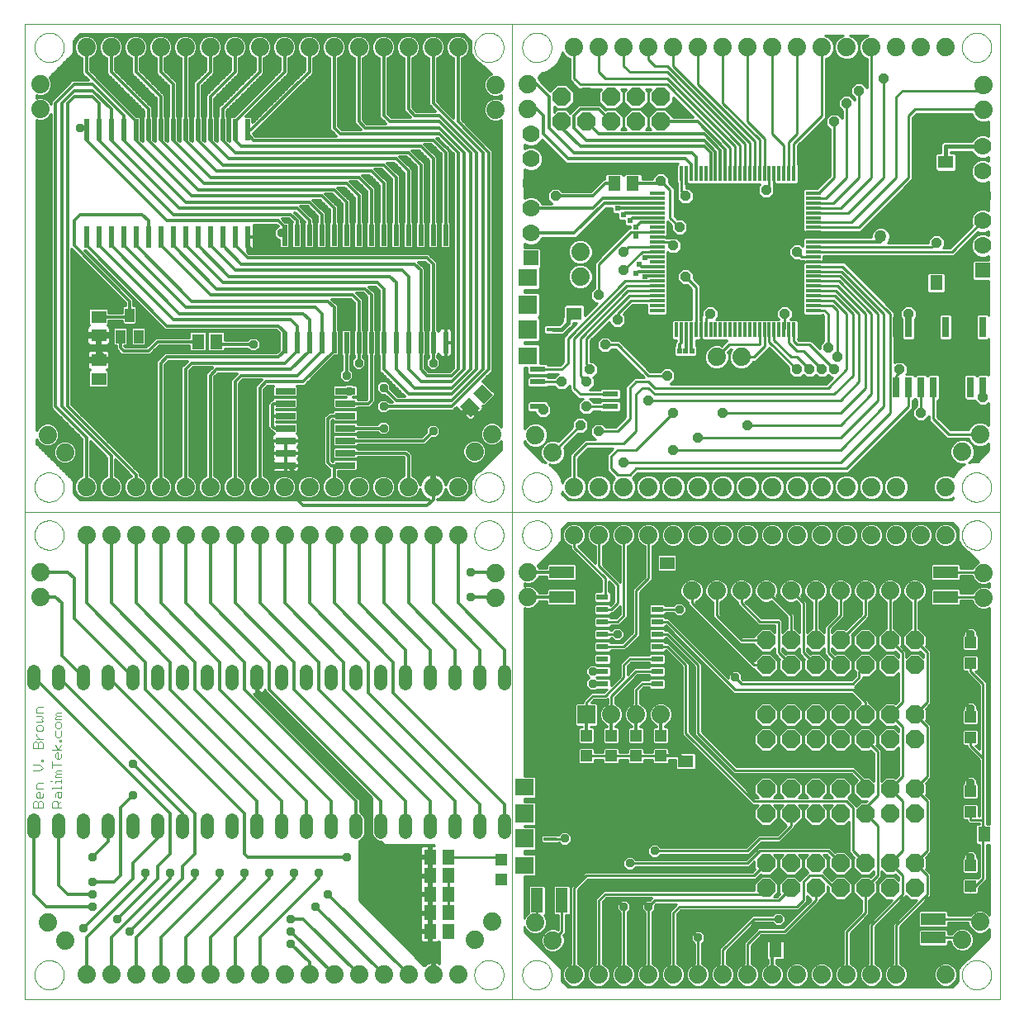
<source format=gtl>
G75*
G70*
%OFA0B0*%
%FSLAX25Y25*%
%IPPOS*%
%LPD*%
%AMOC8*
5,1,8,0,0,1.08239X$1,22.5*
%
%ADD12OC8,0.04000*%
%ADD13C,0.01600*%
%ADD15R,0.03940X0.05510*%
%ADD17R,0.05120X0.05910*%
%ADD21R,0.02600X0.08000*%
%ADD28R,0.07400X0.07400*%
%ADD29R,0.05910X0.01380*%
%ADD33C,0.01000*%
%ADD36R,0.02360X0.08660*%
%ADD37R,0.10000X0.05000*%
%ADD38R,0.05120X0.06300*%
%ADD42OC8,0.03560*%
%ADD44C,0.01200*%
%ADD50R,0.01380X0.05910*%
%ADD51R,0.02000X0.02000*%
%ADD55C,0.05000*%
%ADD57C,0.07400*%
%ADD58R,0.04720X0.02360*%
%ADD60C,0.02400*%
%ADD63R,0.05510X0.01380*%
%ADD64R,0.05940X0.05940*%
%ADD66C,0.00300*%
%ADD68R,0.06300X0.05120*%
%ADD69R,0.07480X0.07480*%
%ADD71R,0.04720X0.04720*%
%ADD74C,0.07000*%
%ADD78OC8,0.03960*%
%ADD80C,0.05200*%
%ADD81R,0.08000X0.02600*%
%ADD82C,0.00000*%
%ADD83OC8,0.07400*%
%ADD85R,0.07480X0.07090*%
%ADD87R,0.05000X0.10000*%
%ADD88R,0.05910X0.05120*%
%ADD90R,0.06100X0.02100*%
X0000000Y0000000D02*
G75*
%LPD*%
D82*
X0000000Y0000000D02*
X0000000Y0196850D01*
X0196850Y0196850D01*
X0196850Y0000000D01*
X0000000Y0000000D01*
X0004090Y0010000D02*
X0004110Y0010480D01*
X0004170Y0010960D01*
X0004270Y0011430D01*
X0004400Y0011890D01*
X0004580Y0012340D01*
X0004780Y0012780D01*
X0005030Y0013200D01*
X0005310Y0013590D01*
X0005610Y0013960D01*
X0005950Y0014300D01*
X0006320Y0014620D01*
X0006700Y0014910D01*
X0007110Y0015160D01*
X0007540Y0015380D01*
X0007990Y0015560D01*
X0008450Y0015700D01*
X0008920Y0015810D01*
X0009400Y0015880D01*
X0009880Y0015910D01*
X0010360Y0015900D01*
X0010840Y0015850D01*
X0011320Y0015760D01*
X0011780Y0015640D01*
X0012230Y0015470D01*
X0012670Y0015270D01*
X0013090Y0015040D01*
X0013490Y0014770D01*
X0013870Y0014470D01*
X0014220Y0014140D01*
X0014540Y0013780D01*
X0014840Y0013400D01*
X0015100Y0012990D01*
X0015320Y0012560D01*
X0015520Y0012120D01*
X0015670Y0011670D01*
X0015790Y0011200D01*
X0015870Y0010720D01*
X0015910Y0010240D01*
X0015910Y0009760D01*
X0015870Y0009280D01*
X0015790Y0008800D01*
X0015670Y0008330D01*
X0015520Y0007880D01*
X0015320Y0007440D01*
X0015100Y0007010D01*
X0014840Y0006600D01*
X0014540Y0006220D01*
X0014220Y0005860D01*
X0013870Y0005530D01*
X0013490Y0005230D01*
X0013090Y0004960D01*
X0012670Y0004730D01*
X0012230Y0004530D01*
X0011780Y0004360D01*
X0011320Y0004240D01*
X0010840Y0004150D01*
X0010360Y0004100D01*
X0009880Y0004090D01*
X0009400Y0004120D01*
X0008920Y0004190D01*
X0008450Y0004300D01*
X0007990Y0004440D01*
X0007540Y0004620D01*
X0007110Y0004840D01*
X0006700Y0005090D01*
X0006320Y0005380D01*
X0005950Y0005700D01*
X0005610Y0006040D01*
X0005310Y0006410D01*
X0005030Y0006800D01*
X0004780Y0007220D01*
X0004580Y0007660D01*
X0004400Y0008110D01*
X0004270Y0008570D01*
X0004170Y0009040D01*
X0004110Y0009520D01*
X0004090Y0010000D01*
X0004090Y0187500D02*
X0004110Y0187980D01*
X0004170Y0188460D01*
X0004270Y0188930D01*
X0004400Y0189390D01*
X0004580Y0189840D01*
X0004780Y0190280D01*
X0005030Y0190700D01*
X0005310Y0191090D01*
X0005610Y0191460D01*
X0005950Y0191800D01*
X0006320Y0192120D01*
X0006700Y0192410D01*
X0007110Y0192660D01*
X0007540Y0192880D01*
X0007990Y0193060D01*
X0008450Y0193200D01*
X0008920Y0193310D01*
X0009400Y0193380D01*
X0009880Y0193410D01*
X0010360Y0193400D01*
X0010840Y0193350D01*
X0011320Y0193260D01*
X0011780Y0193140D01*
X0012230Y0192970D01*
X0012670Y0192770D01*
X0013090Y0192540D01*
X0013490Y0192270D01*
X0013870Y0191970D01*
X0014220Y0191640D01*
X0014540Y0191280D01*
X0014840Y0190900D01*
X0015100Y0190490D01*
X0015320Y0190060D01*
X0015520Y0189620D01*
X0015670Y0189170D01*
X0015790Y0188700D01*
X0015870Y0188220D01*
X0015910Y0187740D01*
X0015910Y0187260D01*
X0015870Y0186780D01*
X0015790Y0186300D01*
X0015670Y0185830D01*
X0015520Y0185380D01*
X0015320Y0184940D01*
X0015100Y0184510D01*
X0014840Y0184100D01*
X0014540Y0183720D01*
X0014220Y0183360D01*
X0013870Y0183030D01*
X0013490Y0182730D01*
X0013090Y0182460D01*
X0012670Y0182230D01*
X0012230Y0182030D01*
X0011780Y0181860D01*
X0011320Y0181740D01*
X0010840Y0181650D01*
X0010360Y0181600D01*
X0009880Y0181590D01*
X0009400Y0181620D01*
X0008920Y0181690D01*
X0008450Y0181800D01*
X0007990Y0181940D01*
X0007540Y0182120D01*
X0007110Y0182340D01*
X0006700Y0182590D01*
X0006320Y0182880D01*
X0005950Y0183200D01*
X0005610Y0183540D01*
X0005310Y0183910D01*
X0005030Y0184300D01*
X0004780Y0184720D01*
X0004580Y0185160D01*
X0004400Y0185610D01*
X0004270Y0186070D01*
X0004170Y0186540D01*
X0004110Y0187020D01*
X0004090Y0187500D01*
X0181590Y0187500D02*
X0181610Y0187980D01*
X0181670Y0188460D01*
X0181770Y0188930D01*
X0181900Y0189390D01*
X0182080Y0189840D01*
X0182280Y0190280D01*
X0182530Y0190700D01*
X0182810Y0191090D01*
X0183110Y0191460D01*
X0183450Y0191800D01*
X0183820Y0192120D01*
X0184200Y0192410D01*
X0184610Y0192660D01*
X0185040Y0192880D01*
X0185490Y0193060D01*
X0185950Y0193200D01*
X0186420Y0193310D01*
X0186900Y0193380D01*
X0187380Y0193410D01*
X0187860Y0193400D01*
X0188340Y0193350D01*
X0188820Y0193260D01*
X0189280Y0193140D01*
X0189730Y0192970D01*
X0190170Y0192770D01*
X0190590Y0192540D01*
X0190990Y0192270D01*
X0191370Y0191970D01*
X0191720Y0191640D01*
X0192040Y0191280D01*
X0192340Y0190900D01*
X0192600Y0190490D01*
X0192820Y0190060D01*
X0193020Y0189620D01*
X0193170Y0189170D01*
X0193290Y0188700D01*
X0193370Y0188220D01*
X0193410Y0187740D01*
X0193410Y0187260D01*
X0193370Y0186780D01*
X0193290Y0186300D01*
X0193170Y0185830D01*
X0193020Y0185380D01*
X0192820Y0184940D01*
X0192600Y0184510D01*
X0192340Y0184100D01*
X0192040Y0183720D01*
X0191720Y0183360D01*
X0191370Y0183030D01*
X0190990Y0182730D01*
X0190590Y0182460D01*
X0190170Y0182230D01*
X0189730Y0182030D01*
X0189280Y0181860D01*
X0188820Y0181740D01*
X0188340Y0181650D01*
X0187860Y0181600D01*
X0187380Y0181590D01*
X0186900Y0181620D01*
X0186420Y0181690D01*
X0185950Y0181800D01*
X0185490Y0181940D01*
X0185040Y0182120D01*
X0184610Y0182340D01*
X0184200Y0182590D01*
X0183820Y0182880D01*
X0183450Y0183200D01*
X0183110Y0183540D01*
X0182810Y0183910D01*
X0182530Y0184300D01*
X0182280Y0184720D01*
X0182080Y0185160D01*
X0181900Y0185610D01*
X0181770Y0186070D01*
X0181670Y0186540D01*
X0181610Y0187020D01*
X0181590Y0187500D01*
X0181590Y0010000D02*
X0181610Y0010480D01*
X0181670Y0010960D01*
X0181770Y0011430D01*
X0181900Y0011890D01*
X0182080Y0012340D01*
X0182280Y0012780D01*
X0182530Y0013200D01*
X0182810Y0013590D01*
X0183110Y0013960D01*
X0183450Y0014300D01*
X0183820Y0014620D01*
X0184200Y0014910D01*
X0184610Y0015160D01*
X0185040Y0015380D01*
X0185490Y0015560D01*
X0185950Y0015700D01*
X0186420Y0015810D01*
X0186900Y0015880D01*
X0187380Y0015910D01*
X0187860Y0015900D01*
X0188340Y0015850D01*
X0188820Y0015760D01*
X0189280Y0015640D01*
X0189730Y0015470D01*
X0190170Y0015270D01*
X0190590Y0015040D01*
X0190990Y0014770D01*
X0191370Y0014470D01*
X0191720Y0014140D01*
X0192040Y0013780D01*
X0192340Y0013400D01*
X0192600Y0012990D01*
X0192820Y0012560D01*
X0193020Y0012120D01*
X0193170Y0011670D01*
X0193290Y0011200D01*
X0193370Y0010720D01*
X0193410Y0010240D01*
X0193410Y0009760D01*
X0193370Y0009280D01*
X0193290Y0008800D01*
X0193170Y0008330D01*
X0193020Y0007880D01*
X0192820Y0007440D01*
X0192600Y0007010D01*
X0192340Y0006600D01*
X0192040Y0006220D01*
X0191720Y0005860D01*
X0191370Y0005530D01*
X0190990Y0005230D01*
X0190590Y0004960D01*
X0190170Y0004730D01*
X0189730Y0004530D01*
X0189280Y0004360D01*
X0188820Y0004240D01*
X0188340Y0004150D01*
X0187860Y0004100D01*
X0187380Y0004090D01*
X0186900Y0004120D01*
X0186420Y0004190D01*
X0185950Y0004300D01*
X0185490Y0004440D01*
X0185040Y0004620D01*
X0184610Y0004840D01*
X0184200Y0005090D01*
X0183820Y0005380D01*
X0183450Y0005700D01*
X0183110Y0006040D01*
X0182810Y0006410D01*
X0182530Y0006800D01*
X0182280Y0007220D01*
X0182080Y0007660D01*
X0181900Y0008110D01*
X0181770Y0008570D01*
X0181670Y0009040D01*
X0181610Y0009520D01*
X0181590Y0010000D01*
D66*
X0014850Y0077650D02*
X0011150Y0077650D01*
X0011150Y0079500D01*
X0011760Y0080120D01*
X0013000Y0080120D01*
X0013620Y0079500D01*
X0013620Y0077650D01*
X0013620Y0078880D02*
X0014850Y0080120D01*
X0014230Y0081330D02*
X0013620Y0081950D01*
X0013620Y0083800D01*
X0013000Y0083800D02*
X0014850Y0083800D01*
X0014850Y0081950D01*
X0014230Y0081330D01*
X0012380Y0081950D02*
X0012380Y0083180D01*
X0013000Y0083800D01*
X0014850Y0085020D02*
X0014850Y0086250D01*
X0014850Y0085630D02*
X0011150Y0085630D01*
X0011150Y0085020D01*
X0012380Y0087470D02*
X0012380Y0088090D01*
X0014850Y0088090D01*
X0014850Y0087470D02*
X0014850Y0088710D01*
X0014850Y0089930D02*
X0012380Y0089930D01*
X0012380Y0090540D01*
X0013000Y0091160D01*
X0012380Y0091780D01*
X0013000Y0092400D01*
X0014850Y0092400D01*
X0014850Y0091160D02*
X0013000Y0091160D01*
X0011150Y0093610D02*
X0011150Y0096080D01*
X0011150Y0094840D02*
X0014850Y0094840D01*
X0014230Y0097290D02*
X0013000Y0097290D01*
X0012380Y0097910D01*
X0012380Y0099150D01*
X0013000Y0099760D01*
X0013620Y0099760D01*
X0013620Y0097290D01*
X0014230Y0097290D02*
X0014850Y0097910D01*
X0014850Y0099150D01*
X0014850Y0100980D02*
X0011150Y0100980D01*
X0012380Y0102830D02*
X0013620Y0100980D01*
X0014850Y0102830D01*
X0014850Y0104050D02*
X0014850Y0104660D01*
X0014230Y0104660D01*
X0014230Y0104050D01*
X0014850Y0104050D01*
X0014230Y0105890D02*
X0013000Y0105890D01*
X0012380Y0106500D01*
X0012380Y0108360D01*
X0013000Y0109570D02*
X0014230Y0109570D01*
X0014850Y0110190D01*
X0014850Y0111420D01*
X0014230Y0112040D01*
X0013000Y0112040D01*
X0012380Y0111420D01*
X0012380Y0110190D01*
X0013000Y0109570D01*
X0014850Y0108360D02*
X0014850Y0106500D01*
X0014230Y0105890D01*
X0007350Y0105270D02*
X0004880Y0105270D01*
X0004880Y0104060D02*
X0005500Y0103440D01*
X0005500Y0101590D01*
X0007350Y0101590D02*
X0003650Y0101590D01*
X0003650Y0103440D01*
X0004260Y0104060D01*
X0004880Y0104060D01*
X0005500Y0103440D02*
X0006120Y0104060D01*
X0006730Y0104060D01*
X0007350Y0103440D01*
X0007350Y0101590D01*
X0006120Y0105270D02*
X0004880Y0106510D01*
X0004880Y0107130D01*
X0005500Y0108340D02*
X0006730Y0108340D01*
X0007350Y0108960D01*
X0007350Y0110190D01*
X0006730Y0110810D01*
X0005500Y0110810D01*
X0004880Y0110190D01*
X0004880Y0108960D01*
X0005500Y0108340D01*
X0004880Y0112030D02*
X0006730Y0112030D01*
X0007350Y0112640D01*
X0006730Y0113260D01*
X0007350Y0113880D01*
X0006730Y0114490D01*
X0004880Y0114490D01*
X0004880Y0115710D02*
X0004880Y0117560D01*
X0005500Y0118180D01*
X0007350Y0118180D01*
X0007350Y0115710D02*
X0004880Y0115710D01*
X0012380Y0115110D02*
X0013000Y0115720D01*
X0014850Y0115720D01*
X0014850Y0114490D02*
X0013000Y0114490D01*
X0012380Y0115110D01*
X0013000Y0114490D02*
X0012380Y0113870D01*
X0012380Y0113250D01*
X0014850Y0113250D01*
X0007350Y0096680D02*
X0007350Y0096070D01*
X0006730Y0096070D01*
X0006730Y0096680D01*
X0007350Y0096680D01*
X0006120Y0094850D02*
X0003650Y0094850D01*
X0006120Y0094850D02*
X0007350Y0093620D01*
X0006120Y0092380D01*
X0003650Y0092380D01*
X0005500Y0087490D02*
X0007350Y0087490D01*
X0005500Y0087490D02*
X0004880Y0086870D01*
X0004880Y0085020D01*
X0007350Y0085020D01*
X0006120Y0083800D02*
X0005500Y0083800D01*
X0004880Y0083180D01*
X0004880Y0081950D01*
X0005500Y0081330D01*
X0006730Y0081330D01*
X0007350Y0081950D01*
X0007350Y0083180D01*
X0006120Y0083800D02*
X0006120Y0081330D01*
X0006120Y0080120D02*
X0005500Y0079500D01*
X0005500Y0077650D01*
X0007350Y0077650D02*
X0003650Y0077650D01*
X0003650Y0079500D01*
X0004260Y0080120D01*
X0004880Y0080120D01*
X0005500Y0079500D01*
X0006120Y0080120D02*
X0006730Y0080120D01*
X0007350Y0079500D01*
X0007350Y0077650D01*
X0010530Y0088090D02*
X0011150Y0088090D01*
D57*
X0009390Y0031040D03*
X0016460Y0023960D03*
X0025000Y0010000D03*
X0035000Y0010000D03*
X0045000Y0010000D03*
X0055000Y0010000D03*
X0065000Y0010000D03*
X0075000Y0010000D03*
X0085000Y0010000D03*
X0095000Y0010000D03*
X0105000Y0010000D03*
X0115000Y0010000D03*
X0125000Y0010000D03*
X0135000Y0010000D03*
X0145000Y0010000D03*
X0155000Y0010000D03*
X0165000Y0010000D03*
X0175000Y0010000D03*
X0181770Y0024270D03*
X0188840Y0031340D03*
X0190300Y0162200D03*
X0190300Y0172200D03*
X0175000Y0187500D03*
X0165000Y0187500D03*
X0155000Y0187500D03*
X0145000Y0187500D03*
X0135000Y0187500D03*
X0125000Y0187500D03*
X0115000Y0187500D03*
X0105000Y0187500D03*
X0095000Y0187500D03*
X0085000Y0187500D03*
X0075000Y0187500D03*
X0065000Y0187500D03*
X0055000Y0187500D03*
X0045000Y0187500D03*
X0035000Y0187500D03*
X0025000Y0187500D03*
X0006460Y0172500D03*
X0006460Y0162500D03*
D80*
X0003750Y0132600D02*
X0003750Y0127400D01*
X0013750Y0127400D02*
X0013750Y0132600D01*
X0023750Y0132600D02*
X0023750Y0127400D01*
X0033750Y0127400D02*
X0033750Y0132600D01*
X0043750Y0132600D02*
X0043750Y0127400D01*
X0053750Y0127400D02*
X0053750Y0132600D01*
X0063750Y0132600D02*
X0063750Y0127400D01*
X0073750Y0127400D02*
X0073750Y0132600D01*
X0083750Y0132600D02*
X0083750Y0127400D01*
X0093750Y0127400D02*
X0093750Y0132600D01*
X0103750Y0132600D02*
X0103750Y0127400D01*
X0113750Y0127400D02*
X0113750Y0132600D01*
X0123750Y0132600D02*
X0123750Y0127400D01*
X0133750Y0127400D02*
X0133750Y0132600D01*
X0143750Y0132600D02*
X0143750Y0127400D01*
X0153750Y0127400D02*
X0153750Y0132600D01*
X0163750Y0132600D02*
X0163750Y0127400D01*
X0173750Y0127400D02*
X0173750Y0132600D01*
X0183750Y0132600D02*
X0183750Y0127400D01*
X0193750Y0127400D02*
X0193750Y0132600D01*
X0193750Y0072600D02*
X0193750Y0067400D01*
X0183750Y0067400D02*
X0183750Y0072600D01*
X0173750Y0072600D02*
X0173750Y0067400D01*
X0163750Y0067400D02*
X0163750Y0072600D01*
X0153750Y0072600D02*
X0153750Y0067400D01*
X0143750Y0067400D02*
X0143750Y0072600D01*
X0133750Y0072600D02*
X0133750Y0067400D01*
X0123750Y0067400D02*
X0123750Y0072600D01*
X0113750Y0072600D02*
X0113750Y0067400D01*
X0103750Y0067400D02*
X0103750Y0072600D01*
X0093750Y0072600D02*
X0093750Y0067400D01*
X0083750Y0067400D02*
X0083750Y0072600D01*
X0073750Y0072600D02*
X0073750Y0067400D01*
X0063750Y0067400D02*
X0063750Y0072600D01*
X0053750Y0072600D02*
X0053750Y0067400D01*
X0043750Y0067400D02*
X0043750Y0072600D01*
X0033750Y0072600D02*
X0033750Y0067400D01*
X0023750Y0067400D02*
X0023750Y0072600D01*
X0013750Y0072600D02*
X0013750Y0067400D01*
X0003750Y0067400D02*
X0003750Y0072600D01*
D17*
X0163760Y0050000D03*
X0171240Y0050000D03*
X0171240Y0042500D03*
X0171240Y0035000D03*
X0163760Y0035000D03*
X0163760Y0042500D03*
X0163760Y0027500D03*
X0171240Y0027500D03*
D38*
X0171240Y0057500D03*
X0163760Y0057500D03*
D71*
X0192500Y0056630D03*
X0192500Y0048370D03*
D44*
X0193750Y0070000D02*
X0193750Y0078750D01*
X0148750Y0123750D01*
X0148750Y0136250D01*
X0125000Y0160000D01*
X0125000Y0187500D01*
X0115000Y0187500D02*
X0115000Y0160000D01*
X0138750Y0136250D01*
X0138750Y0123750D01*
X0183750Y0078750D01*
X0183750Y0070000D01*
X0173750Y0070000D02*
X0173750Y0080000D01*
X0128750Y0125000D01*
X0128750Y0136250D01*
X0105000Y0160000D01*
X0105000Y0187500D01*
X0095000Y0187500D02*
X0095000Y0160000D01*
X0118750Y0136250D01*
X0118750Y0125000D01*
X0163750Y0080000D01*
X0163750Y0070000D01*
X0153750Y0070000D02*
X0153750Y0080000D01*
X0108750Y0125000D01*
X0108750Y0136250D01*
X0085000Y0160000D01*
X0085000Y0187500D01*
X0075000Y0187500D02*
X0075000Y0160000D01*
X0098750Y0136250D01*
X0098750Y0125000D01*
X0143750Y0080000D01*
X0143750Y0070000D01*
X0133750Y0070000D02*
X0133750Y0080000D01*
X0088750Y0125000D01*
X0088750Y0136250D01*
X0065000Y0160000D01*
X0065000Y0187500D01*
X0055000Y0187500D02*
X0055000Y0160000D01*
X0078750Y0136250D01*
X0078750Y0125000D01*
X0123750Y0080000D01*
X0123750Y0070000D01*
X0113750Y0070000D02*
X0113750Y0080000D01*
X0068750Y0125000D01*
X0068750Y0136250D01*
X0045000Y0160000D01*
X0045000Y0187500D01*
X0035000Y0187500D02*
X0035000Y0160000D01*
X0058750Y0136250D01*
X0058750Y0125000D01*
X0103750Y0080000D01*
X0103750Y0070000D01*
X0093750Y0070000D02*
X0093750Y0080000D01*
X0048750Y0125000D01*
X0048750Y0136250D01*
X0025000Y0160000D01*
X0025000Y0187500D01*
X0017500Y0172500D02*
X0006460Y0172500D01*
X0006460Y0162500D02*
X0012500Y0162500D01*
X0015000Y0160000D01*
X0015000Y0138750D01*
X0023750Y0130000D01*
X0013750Y0130000D02*
X0068750Y0075000D01*
X0068750Y0058750D01*
X0063750Y0053750D01*
X0063750Y0048750D01*
X0042500Y0027500D01*
X0045000Y0025000D02*
X0068750Y0048750D01*
X0068750Y0051250D01*
X0058750Y0051250D02*
X0058750Y0048750D01*
X0035000Y0025000D01*
X0035000Y0010000D01*
X0025000Y0010000D02*
X0025000Y0025000D01*
X0048750Y0048750D01*
X0048750Y0051250D01*
X0053750Y0048750D02*
X0053750Y0053750D01*
X0058750Y0058750D01*
X0058750Y0075000D01*
X0003750Y0130000D01*
X0020000Y0153750D02*
X0020000Y0170000D01*
X0017500Y0172500D01*
X0020000Y0153750D02*
X0043750Y0130000D01*
X0033750Y0130000D02*
X0088750Y0075000D01*
X0088750Y0058750D01*
X0090000Y0057500D01*
X0130000Y0057500D01*
X0138750Y0057500D02*
X0138750Y0050000D01*
X0138750Y0042500D01*
X0139380Y0041880D01*
X0146880Y0034380D01*
X0153130Y0028130D01*
X0165000Y0016250D01*
X0165000Y0010000D01*
X0155000Y0010000D02*
X0122500Y0042500D01*
X0117500Y0037500D02*
X0145000Y0010000D01*
X0135000Y0010000D02*
X0112500Y0032500D01*
X0107500Y0032500D01*
X0107500Y0027500D02*
X0125000Y0010000D01*
X0115000Y0010000D02*
X0115000Y0015000D01*
X0107500Y0022500D01*
X0095000Y0025000D02*
X0095000Y0010000D01*
X0085000Y0010000D02*
X0085000Y0025000D01*
X0108750Y0048750D01*
X0108750Y0051250D01*
X0098750Y0051250D02*
X0098750Y0048750D01*
X0075000Y0025000D01*
X0075000Y0010000D01*
X0065000Y0010000D02*
X0065000Y0025000D01*
X0088750Y0048750D01*
X0088750Y0051250D01*
X0078750Y0051250D02*
X0078750Y0048750D01*
X0055000Y0025000D01*
X0055000Y0010000D01*
X0045000Y0010000D02*
X0045000Y0025000D01*
X0037500Y0032500D02*
X0053750Y0048750D01*
X0043750Y0048750D02*
X0043750Y0055000D01*
X0053750Y0065000D01*
X0053750Y0070000D01*
X0063750Y0070000D02*
X0063750Y0075000D01*
X0043750Y0095000D01*
X0043750Y0082500D02*
X0038750Y0077500D01*
X0038750Y0050000D01*
X0036250Y0047500D01*
X0027500Y0047500D01*
X0027500Y0042500D02*
X0017500Y0042500D01*
X0013750Y0046250D01*
X0013750Y0070000D01*
X0003750Y0070000D02*
X0003750Y0042500D01*
X0008750Y0037500D01*
X0027500Y0037500D01*
X0023750Y0028750D02*
X0043750Y0048750D01*
X0033750Y0063750D02*
X0027500Y0057500D01*
X0033750Y0063750D02*
X0033750Y0070000D01*
X0093750Y0125000D02*
X0093750Y0130000D01*
X0093750Y0125000D02*
X0138750Y0080000D01*
X0138750Y0057500D01*
X0118750Y0051250D02*
X0118750Y0048750D01*
X0095000Y0025000D01*
X0153750Y0130000D02*
X0153750Y0141250D01*
X0135000Y0160000D01*
X0135000Y0187500D01*
X0145000Y0187500D02*
X0145000Y0160000D01*
X0163750Y0141250D01*
X0163750Y0130000D01*
X0173750Y0130000D02*
X0173750Y0141250D01*
X0155000Y0160000D01*
X0155000Y0187500D01*
X0165000Y0187500D02*
X0165000Y0160000D01*
X0183750Y0141250D01*
X0183750Y0130000D01*
X0193750Y0130000D02*
X0193750Y0141250D01*
X0175000Y0160000D01*
X0175000Y0187500D01*
X0180000Y0172500D02*
X0190000Y0172500D01*
X0190300Y0172200D01*
X0190000Y0162500D02*
X0180000Y0162500D01*
X0190000Y0162500D02*
X0190300Y0162200D01*
D42*
X0180000Y0162500D03*
X0180000Y0172500D03*
X0130000Y0057500D03*
X0118750Y0051250D03*
X0122500Y0042500D03*
X0117500Y0037500D03*
X0107500Y0032500D03*
X0107500Y0027500D03*
X0107500Y0022500D03*
X0108750Y0051250D03*
X0098750Y0051250D03*
X0088750Y0051250D03*
X0078750Y0051250D03*
X0068750Y0051250D03*
X0058750Y0051250D03*
X0048750Y0051250D03*
X0037500Y0032500D03*
X0042500Y0027500D03*
X0027500Y0037500D03*
X0027500Y0042500D03*
X0027500Y0047500D03*
X0027500Y0057500D03*
X0043750Y0082500D03*
X0043750Y0095000D03*
X0023750Y0028750D03*
X0171250Y0027500D03*
X0171250Y0050000D03*
X0192500Y0048750D03*
D33*
X0192500Y0048370D01*
X0192500Y0056630D02*
X0191630Y0057500D01*
X0171240Y0057500D01*
X0164260Y0058000D02*
X0163260Y0058000D01*
X0163260Y0062150D01*
X0161000Y0062150D01*
X0160620Y0062050D01*
X0160280Y0061850D01*
X0160000Y0061570D01*
X0159800Y0061230D01*
X0159700Y0060850D01*
X0159700Y0058000D01*
X0163260Y0058000D01*
X0163260Y0057000D01*
X0164260Y0057000D01*
X0164260Y0050500D01*
X0163260Y0050500D01*
X0163260Y0054450D01*
X0163260Y0057000D01*
X0159700Y0057000D01*
X0159700Y0054150D01*
X0159800Y0053770D01*
X0159870Y0053650D01*
X0159800Y0053530D01*
X0159700Y0053150D01*
X0159700Y0050500D01*
X0163260Y0050500D01*
X0163260Y0049500D01*
X0164260Y0049500D01*
X0164260Y0045550D01*
X0164260Y0043000D01*
X0163260Y0043000D01*
X0163260Y0049500D01*
X0159700Y0049500D01*
X0159700Y0046850D01*
X0159800Y0046470D01*
X0159930Y0046250D01*
X0159800Y0046030D01*
X0159700Y0045650D01*
X0159700Y0043000D01*
X0163260Y0043000D01*
X0163260Y0042000D01*
X0164260Y0042000D01*
X0164260Y0035500D01*
X0163260Y0035500D01*
X0163260Y0039450D01*
X0163260Y0042000D01*
X0159700Y0042000D01*
X0159700Y0039350D01*
X0159800Y0038970D01*
X0159930Y0038750D01*
X0159800Y0038530D01*
X0159700Y0038150D01*
X0159700Y0035500D01*
X0163260Y0035500D01*
X0163260Y0034500D01*
X0164260Y0034500D01*
X0164260Y0030550D01*
X0164260Y0028000D01*
X0163260Y0028000D01*
X0163260Y0034500D01*
X0159700Y0034500D01*
X0159700Y0031850D01*
X0159800Y0031470D01*
X0159930Y0031250D01*
X0159800Y0031030D01*
X0159700Y0030650D01*
X0159700Y0028000D01*
X0163260Y0028000D01*
X0163260Y0027000D01*
X0164260Y0027000D01*
X0164260Y0023050D01*
X0166520Y0023050D01*
X0166900Y0023150D01*
X0167240Y0023350D01*
X0167500Y0023610D01*
X0167500Y0014560D01*
X0167000Y0014820D01*
X0166220Y0015070D01*
X0165500Y0015190D01*
X0165500Y0010500D01*
X0164500Y0010500D01*
X0164500Y0015190D01*
X0163780Y0015070D01*
X0163000Y0014820D01*
X0162270Y0014450D01*
X0161610Y0013970D01*
X0161320Y0013680D01*
X0135000Y0040000D01*
X0135000Y0064020D01*
X0135790Y0064350D01*
X0136800Y0065360D01*
X0137350Y0066680D01*
X0137350Y0073320D01*
X0136800Y0074640D01*
X0135790Y0075650D01*
X0135350Y0075830D01*
X0135350Y0080660D01*
X0134410Y0081600D01*
X0092530Y0123490D01*
X0092790Y0123400D01*
X0093430Y0123300D01*
X0093450Y0123300D01*
X0093450Y0129700D01*
X0094050Y0129700D01*
X0094050Y0123300D01*
X0094070Y0123300D01*
X0094710Y0123400D01*
X0095320Y0123600D01*
X0095900Y0123890D01*
X0096420Y0124270D01*
X0096880Y0124730D01*
X0097150Y0125100D01*
X0097150Y0124340D01*
X0140000Y0081490D01*
X0140000Y0067500D01*
X0140150Y0067350D01*
X0140150Y0066680D01*
X0140700Y0065360D01*
X0141710Y0064350D01*
X0143030Y0063800D01*
X0143700Y0063800D01*
X0145000Y0062500D01*
X0165000Y0062500D01*
X0165350Y0062150D01*
X0164260Y0062150D01*
X0164260Y0058000D01*
X0164260Y0058120D02*
X0163260Y0058120D01*
X0163760Y0057500D02*
X0138750Y0057500D01*
X0135000Y0057130D02*
X0163260Y0057130D01*
X0163260Y0056150D02*
X0164260Y0056150D01*
X0164260Y0055160D02*
X0163260Y0055160D01*
X0163260Y0054180D02*
X0164260Y0054180D01*
X0164260Y0053190D02*
X0163260Y0053190D01*
X0163260Y0052210D02*
X0164260Y0052210D01*
X0164260Y0051220D02*
X0163260Y0051220D01*
X0163260Y0050240D02*
X0135000Y0050240D01*
X0135000Y0051220D02*
X0159700Y0051220D01*
X0159700Y0052210D02*
X0135000Y0052210D01*
X0135000Y0053190D02*
X0159710Y0053190D01*
X0159700Y0054180D02*
X0135000Y0054180D01*
X0135000Y0055160D02*
X0159700Y0055160D01*
X0159700Y0056150D02*
X0135000Y0056150D01*
X0135000Y0058120D02*
X0159700Y0058120D01*
X0159700Y0059100D02*
X0135000Y0059100D01*
X0135000Y0060090D02*
X0159700Y0060090D01*
X0159760Y0061070D02*
X0135000Y0061070D01*
X0135000Y0062060D02*
X0160650Y0062060D01*
X0163260Y0062060D02*
X0164260Y0062060D01*
X0164260Y0061070D02*
X0163260Y0061070D01*
X0163260Y0060090D02*
X0164260Y0060090D01*
X0164260Y0059100D02*
X0163260Y0059100D01*
X0163760Y0050000D02*
X0138750Y0050000D01*
X0135000Y0049250D02*
X0159700Y0049250D01*
X0159700Y0048270D02*
X0135000Y0048270D01*
X0135000Y0047280D02*
X0159700Y0047280D01*
X0159900Y0046300D02*
X0135000Y0046300D01*
X0135000Y0045310D02*
X0159700Y0045310D01*
X0159700Y0044330D02*
X0135000Y0044330D01*
X0135000Y0043340D02*
X0159700Y0043340D01*
X0159700Y0041370D02*
X0135000Y0041370D01*
X0135000Y0040390D02*
X0159700Y0040390D01*
X0159700Y0039400D02*
X0135600Y0039400D01*
X0136580Y0038420D02*
X0159770Y0038420D01*
X0159700Y0037430D02*
X0137570Y0037430D01*
X0138550Y0036450D02*
X0159700Y0036450D01*
X0159700Y0034480D02*
X0140520Y0034480D01*
X0139540Y0035460D02*
X0163260Y0035460D01*
X0163760Y0035000D02*
X0146880Y0035000D01*
X0146880Y0034380D01*
X0143480Y0031520D02*
X0159790Y0031520D01*
X0159700Y0030540D02*
X0144460Y0030540D01*
X0145450Y0029550D02*
X0159700Y0029550D01*
X0159700Y0028570D02*
X0146430Y0028570D01*
X0147420Y0027580D02*
X0163260Y0027580D01*
X0163760Y0027500D02*
X0153750Y0027500D01*
X0153130Y0028130D01*
X0150370Y0024630D02*
X0159700Y0024630D01*
X0159700Y0024350D02*
X0159800Y0023970D01*
X0160000Y0023630D01*
X0160280Y0023350D01*
X0160620Y0023150D01*
X0161000Y0023050D01*
X0163260Y0023050D01*
X0163260Y0027000D01*
X0159700Y0027000D01*
X0159700Y0024350D01*
X0159990Y0023640D02*
X0151360Y0023640D01*
X0152340Y0022660D02*
X0167500Y0022660D01*
X0167500Y0021670D02*
X0153330Y0021670D01*
X0154310Y0020690D02*
X0167500Y0020690D01*
X0167500Y0019700D02*
X0155300Y0019700D01*
X0156280Y0018720D02*
X0167500Y0018720D01*
X0167500Y0017730D02*
X0157270Y0017730D01*
X0158250Y0016750D02*
X0167500Y0016750D01*
X0167500Y0015760D02*
X0159240Y0015760D01*
X0160220Y0014780D02*
X0162920Y0014780D01*
X0164500Y0014780D02*
X0165500Y0014780D01*
X0165500Y0013790D02*
X0164500Y0013790D01*
X0164500Y0012810D02*
X0165500Y0012810D01*
X0165500Y0011820D02*
X0164500Y0011820D01*
X0164500Y0010840D02*
X0165500Y0010840D01*
X0167080Y0014780D02*
X0167500Y0014780D01*
X0161440Y0013790D02*
X0161210Y0013790D01*
X0163260Y0023640D02*
X0164260Y0023640D01*
X0164260Y0024630D02*
X0163260Y0024630D01*
X0163260Y0025610D02*
X0164260Y0025610D01*
X0164260Y0026600D02*
X0163260Y0026600D01*
X0163260Y0028570D02*
X0164260Y0028570D01*
X0164260Y0029550D02*
X0163260Y0029550D01*
X0163260Y0030540D02*
X0164260Y0030540D01*
X0164260Y0031520D02*
X0163260Y0031520D01*
X0163260Y0032510D02*
X0164260Y0032510D01*
X0164260Y0033490D02*
X0163260Y0033490D01*
X0163260Y0034480D02*
X0164260Y0034480D01*
X0164260Y0036450D02*
X0163260Y0036450D01*
X0163260Y0037430D02*
X0164260Y0037430D01*
X0164260Y0038420D02*
X0163260Y0038420D01*
X0163260Y0039400D02*
X0164260Y0039400D01*
X0164260Y0040390D02*
X0163260Y0040390D01*
X0163260Y0041370D02*
X0164260Y0041370D01*
X0163760Y0042500D02*
X0139380Y0042500D01*
X0139380Y0041880D01*
X0135000Y0042360D02*
X0163260Y0042360D01*
X0163260Y0043340D02*
X0164260Y0043340D01*
X0164260Y0044330D02*
X0163260Y0044330D01*
X0163260Y0045310D02*
X0164260Y0045310D01*
X0164260Y0046300D02*
X0163260Y0046300D01*
X0163260Y0047280D02*
X0164260Y0047280D01*
X0164260Y0048270D02*
X0163260Y0048270D01*
X0163260Y0049250D02*
X0164260Y0049250D01*
X0171240Y0050000D02*
X0171240Y0042500D01*
X0171250Y0040000D02*
X0171240Y0039990D01*
X0171240Y0035000D01*
X0171240Y0027500D02*
X0171250Y0027500D01*
X0159700Y0026600D02*
X0148400Y0026600D01*
X0149390Y0025610D02*
X0159700Y0025610D01*
X0159700Y0032510D02*
X0142490Y0032510D01*
X0141510Y0033490D02*
X0159700Y0033490D01*
X0171240Y0050000D02*
X0171250Y0050000D01*
X0144460Y0063040D02*
X0135000Y0063040D01*
X0135010Y0064030D02*
X0142490Y0064030D01*
X0141050Y0065010D02*
X0136450Y0065010D01*
X0137060Y0066000D02*
X0140440Y0066000D01*
X0140150Y0066980D02*
X0137350Y0066980D01*
X0137350Y0067970D02*
X0140000Y0067970D01*
X0140000Y0068950D02*
X0137350Y0068950D01*
X0137350Y0069940D02*
X0140000Y0069940D01*
X0140000Y0070920D02*
X0137350Y0070920D01*
X0137350Y0071910D02*
X0140000Y0071910D01*
X0140000Y0072890D02*
X0137350Y0072890D01*
X0137120Y0073880D02*
X0140000Y0073880D01*
X0140000Y0074860D02*
X0136580Y0074860D01*
X0135350Y0075850D02*
X0140000Y0075850D01*
X0140000Y0076830D02*
X0135350Y0076830D01*
X0135350Y0077820D02*
X0140000Y0077820D01*
X0140000Y0078800D02*
X0135350Y0078800D01*
X0135350Y0079790D02*
X0140000Y0079790D01*
X0140000Y0080770D02*
X0135240Y0080770D01*
X0134260Y0081760D02*
X0139730Y0081760D01*
X0138750Y0082740D02*
X0133270Y0082740D01*
X0132290Y0083730D02*
X0137760Y0083730D01*
X0136780Y0084710D02*
X0131300Y0084710D01*
X0130320Y0085700D02*
X0135790Y0085700D01*
X0134810Y0086680D02*
X0129330Y0086680D01*
X0128350Y0087670D02*
X0133820Y0087670D01*
X0132840Y0088650D02*
X0127360Y0088650D01*
X0126380Y0089640D02*
X0131850Y0089640D01*
X0130870Y0090620D02*
X0125390Y0090620D01*
X0124410Y0091610D02*
X0129880Y0091610D01*
X0128900Y0092590D02*
X0123420Y0092590D01*
X0122440Y0093580D02*
X0127910Y0093580D01*
X0126930Y0094560D02*
X0121450Y0094560D01*
X0120470Y0095550D02*
X0125940Y0095550D01*
X0124960Y0096530D02*
X0119480Y0096530D01*
X0118500Y0097520D02*
X0123970Y0097520D01*
X0122990Y0098500D02*
X0117510Y0098500D01*
X0116530Y0099490D02*
X0122000Y0099490D01*
X0121020Y0100470D02*
X0115540Y0100470D01*
X0114560Y0101460D02*
X0120030Y0101460D01*
X0119050Y0102440D02*
X0113570Y0102440D01*
X0112590Y0103430D02*
X0118060Y0103430D01*
X0117080Y0104410D02*
X0111600Y0104410D01*
X0110620Y0105400D02*
X0116090Y0105400D01*
X0115110Y0106380D02*
X0109630Y0106380D01*
X0108650Y0107370D02*
X0114120Y0107370D01*
X0113140Y0108350D02*
X0107660Y0108350D01*
X0106680Y0109340D02*
X0112150Y0109340D01*
X0111170Y0110320D02*
X0105690Y0110320D01*
X0104710Y0111310D02*
X0110180Y0111310D01*
X0109200Y0112290D02*
X0103720Y0112290D01*
X0102740Y0113280D02*
X0108210Y0113280D01*
X0107230Y0114260D02*
X0101750Y0114260D01*
X0100770Y0115250D02*
X0106240Y0115250D01*
X0105260Y0116230D02*
X0099780Y0116230D01*
X0098800Y0117220D02*
X0104270Y0117220D01*
X0103290Y0118200D02*
X0097810Y0118200D01*
X0096830Y0119190D02*
X0102300Y0119190D01*
X0101320Y0120170D02*
X0095840Y0120170D01*
X0094860Y0121160D02*
X0100330Y0121160D01*
X0099350Y0122140D02*
X0093870Y0122140D01*
X0092890Y0123130D02*
X0098360Y0123130D01*
X0097380Y0124110D02*
X0096200Y0124110D01*
X0097140Y0125100D02*
X0097150Y0125100D01*
X0094050Y0125100D02*
X0093450Y0125100D01*
X0093450Y0126080D02*
X0094050Y0126080D01*
X0094050Y0127070D02*
X0093450Y0127070D01*
X0093450Y0128050D02*
X0094050Y0128050D01*
X0094050Y0129040D02*
X0093450Y0129040D01*
X0093450Y0124110D02*
X0094050Y0124110D01*
X0196850Y0000000D02*
G75*
%LPD*%
D82*
X0196850Y0000000D02*
X0196850Y0196850D01*
X0393700Y0196850D01*
X0393700Y0000000D01*
X0196850Y0000000D01*
X0200940Y0010000D02*
X0200960Y0010480D01*
X0201020Y0010960D01*
X0201120Y0011430D01*
X0201250Y0011890D01*
X0201430Y0012340D01*
X0201630Y0012780D01*
X0201880Y0013200D01*
X0202160Y0013590D01*
X0202460Y0013960D01*
X0202800Y0014300D01*
X0203170Y0014620D01*
X0203550Y0014910D01*
X0203960Y0015160D01*
X0204390Y0015380D01*
X0204840Y0015560D01*
X0205300Y0015700D01*
X0205770Y0015810D01*
X0206250Y0015880D01*
X0206730Y0015910D01*
X0207210Y0015900D01*
X0207690Y0015850D01*
X0208170Y0015760D01*
X0208630Y0015640D01*
X0209080Y0015470D01*
X0209520Y0015270D01*
X0209940Y0015040D01*
X0210340Y0014770D01*
X0210720Y0014470D01*
X0211070Y0014140D01*
X0211390Y0013780D01*
X0211690Y0013400D01*
X0211950Y0012990D01*
X0212170Y0012560D01*
X0212370Y0012120D01*
X0212520Y0011670D01*
X0212640Y0011200D01*
X0212720Y0010720D01*
X0212760Y0010240D01*
X0212760Y0009760D01*
X0212720Y0009280D01*
X0212640Y0008800D01*
X0212520Y0008330D01*
X0212370Y0007880D01*
X0212170Y0007440D01*
X0211950Y0007010D01*
X0211690Y0006600D01*
X0211390Y0006220D01*
X0211070Y0005860D01*
X0210720Y0005530D01*
X0210340Y0005230D01*
X0209940Y0004960D01*
X0209520Y0004730D01*
X0209080Y0004530D01*
X0208630Y0004360D01*
X0208170Y0004240D01*
X0207690Y0004150D01*
X0207210Y0004100D01*
X0206730Y0004090D01*
X0206250Y0004120D01*
X0205770Y0004190D01*
X0205300Y0004300D01*
X0204840Y0004440D01*
X0204390Y0004620D01*
X0203960Y0004840D01*
X0203550Y0005090D01*
X0203170Y0005380D01*
X0202800Y0005700D01*
X0202460Y0006040D01*
X0202160Y0006410D01*
X0201880Y0006800D01*
X0201630Y0007220D01*
X0201430Y0007660D01*
X0201250Y0008110D01*
X0201120Y0008570D01*
X0201020Y0009040D01*
X0200960Y0009520D01*
X0200940Y0010000D01*
X0200940Y0187500D02*
X0200960Y0187980D01*
X0201020Y0188460D01*
X0201120Y0188930D01*
X0201250Y0189390D01*
X0201430Y0189840D01*
X0201630Y0190280D01*
X0201880Y0190700D01*
X0202160Y0191090D01*
X0202460Y0191460D01*
X0202800Y0191800D01*
X0203170Y0192120D01*
X0203550Y0192410D01*
X0203960Y0192660D01*
X0204390Y0192880D01*
X0204840Y0193060D01*
X0205300Y0193200D01*
X0205770Y0193310D01*
X0206250Y0193380D01*
X0206730Y0193410D01*
X0207210Y0193400D01*
X0207690Y0193350D01*
X0208170Y0193260D01*
X0208630Y0193140D01*
X0209080Y0192970D01*
X0209520Y0192770D01*
X0209940Y0192540D01*
X0210340Y0192270D01*
X0210720Y0191970D01*
X0211070Y0191640D01*
X0211390Y0191280D01*
X0211690Y0190900D01*
X0211950Y0190490D01*
X0212170Y0190060D01*
X0212370Y0189620D01*
X0212520Y0189170D01*
X0212640Y0188700D01*
X0212720Y0188220D01*
X0212760Y0187740D01*
X0212760Y0187260D01*
X0212720Y0186780D01*
X0212640Y0186300D01*
X0212520Y0185830D01*
X0212370Y0185380D01*
X0212170Y0184940D01*
X0211950Y0184510D01*
X0211690Y0184100D01*
X0211390Y0183720D01*
X0211070Y0183360D01*
X0210720Y0183030D01*
X0210340Y0182730D01*
X0209940Y0182460D01*
X0209520Y0182230D01*
X0209080Y0182030D01*
X0208630Y0181860D01*
X0208170Y0181740D01*
X0207690Y0181650D01*
X0207210Y0181600D01*
X0206730Y0181590D01*
X0206250Y0181620D01*
X0205770Y0181690D01*
X0205300Y0181800D01*
X0204840Y0181940D01*
X0204390Y0182120D01*
X0203960Y0182340D01*
X0203550Y0182590D01*
X0203170Y0182880D01*
X0202800Y0183200D01*
X0202460Y0183540D01*
X0202160Y0183910D01*
X0201880Y0184300D01*
X0201630Y0184720D01*
X0201430Y0185160D01*
X0201250Y0185610D01*
X0201120Y0186070D01*
X0201020Y0186540D01*
X0200960Y0187020D01*
X0200940Y0187500D01*
X0378440Y0187500D02*
X0378460Y0187980D01*
X0378520Y0188460D01*
X0378620Y0188930D01*
X0378750Y0189390D01*
X0378930Y0189840D01*
X0379130Y0190280D01*
X0379380Y0190700D01*
X0379660Y0191090D01*
X0379960Y0191460D01*
X0380300Y0191800D01*
X0380670Y0192120D01*
X0381050Y0192410D01*
X0381460Y0192660D01*
X0381890Y0192880D01*
X0382340Y0193060D01*
X0382800Y0193200D01*
X0383270Y0193310D01*
X0383750Y0193380D01*
X0384230Y0193410D01*
X0384710Y0193400D01*
X0385190Y0193350D01*
X0385670Y0193260D01*
X0386130Y0193140D01*
X0386580Y0192970D01*
X0387020Y0192770D01*
X0387440Y0192540D01*
X0387840Y0192270D01*
X0388220Y0191970D01*
X0388570Y0191640D01*
X0388890Y0191280D01*
X0389190Y0190900D01*
X0389450Y0190490D01*
X0389670Y0190060D01*
X0389870Y0189620D01*
X0390020Y0189170D01*
X0390140Y0188700D01*
X0390220Y0188220D01*
X0390260Y0187740D01*
X0390260Y0187260D01*
X0390220Y0186780D01*
X0390140Y0186300D01*
X0390020Y0185830D01*
X0389870Y0185380D01*
X0389670Y0184940D01*
X0389450Y0184510D01*
X0389190Y0184100D01*
X0388890Y0183720D01*
X0388570Y0183360D01*
X0388220Y0183030D01*
X0387840Y0182730D01*
X0387440Y0182460D01*
X0387020Y0182230D01*
X0386580Y0182030D01*
X0386130Y0181860D01*
X0385670Y0181740D01*
X0385190Y0181650D01*
X0384710Y0181600D01*
X0384230Y0181590D01*
X0383750Y0181620D01*
X0383270Y0181690D01*
X0382800Y0181800D01*
X0382340Y0181940D01*
X0381890Y0182120D01*
X0381460Y0182340D01*
X0381050Y0182590D01*
X0380670Y0182880D01*
X0380300Y0183200D01*
X0379960Y0183540D01*
X0379660Y0183910D01*
X0379380Y0184300D01*
X0379130Y0184720D01*
X0378930Y0185160D01*
X0378750Y0185610D01*
X0378620Y0186070D01*
X0378520Y0186540D01*
X0378460Y0187020D01*
X0378440Y0187500D01*
X0378440Y0010000D02*
X0378460Y0010480D01*
X0378520Y0010960D01*
X0378620Y0011430D01*
X0378750Y0011890D01*
X0378930Y0012340D01*
X0379130Y0012780D01*
X0379380Y0013200D01*
X0379660Y0013590D01*
X0379960Y0013960D01*
X0380300Y0014300D01*
X0380670Y0014620D01*
X0381050Y0014910D01*
X0381460Y0015160D01*
X0381890Y0015380D01*
X0382340Y0015560D01*
X0382800Y0015700D01*
X0383270Y0015810D01*
X0383750Y0015880D01*
X0384230Y0015910D01*
X0384710Y0015900D01*
X0385190Y0015850D01*
X0385670Y0015760D01*
X0386130Y0015640D01*
X0386580Y0015470D01*
X0387020Y0015270D01*
X0387440Y0015040D01*
X0387840Y0014770D01*
X0388220Y0014470D01*
X0388570Y0014140D01*
X0388890Y0013780D01*
X0389190Y0013400D01*
X0389450Y0012990D01*
X0389670Y0012560D01*
X0389870Y0012120D01*
X0390020Y0011670D01*
X0390140Y0011200D01*
X0390220Y0010720D01*
X0390260Y0010240D01*
X0390260Y0009760D01*
X0390220Y0009280D01*
X0390140Y0008800D01*
X0390020Y0008330D01*
X0389870Y0007880D01*
X0389670Y0007440D01*
X0389450Y0007010D01*
X0389190Y0006600D01*
X0388890Y0006220D01*
X0388570Y0005860D01*
X0388220Y0005530D01*
X0387840Y0005230D01*
X0387440Y0004960D01*
X0387020Y0004730D01*
X0386580Y0004530D01*
X0386130Y0004360D01*
X0385670Y0004240D01*
X0385190Y0004150D01*
X0384710Y0004100D01*
X0384230Y0004090D01*
X0383750Y0004120D01*
X0383270Y0004190D01*
X0382800Y0004300D01*
X0382340Y0004440D01*
X0381890Y0004620D01*
X0381460Y0004840D01*
X0381050Y0005090D01*
X0380670Y0005380D01*
X0380300Y0005700D01*
X0379960Y0006040D01*
X0379660Y0006410D01*
X0379380Y0006800D01*
X0379130Y0007220D01*
X0378930Y0007660D01*
X0378750Y0008110D01*
X0378620Y0008570D01*
X0378520Y0009040D01*
X0378460Y0009520D01*
X0378440Y0010000D01*
D57*
X0371850Y0010000D03*
X0361850Y0010000D03*
X0351850Y0010000D03*
X0341850Y0010000D03*
X0331850Y0010000D03*
X0321850Y0010000D03*
X0311850Y0010000D03*
X0301850Y0010000D03*
X0291850Y0010000D03*
X0281850Y0010000D03*
X0271850Y0010000D03*
X0261850Y0010000D03*
X0251850Y0010000D03*
X0241850Y0010000D03*
X0231850Y0010000D03*
X0221850Y0010000D03*
X0213310Y0023960D03*
X0206240Y0031040D03*
X0236850Y0115000D03*
X0246850Y0115000D03*
X0256850Y0115000D03*
X0269350Y0165000D03*
X0279350Y0165000D03*
X0289350Y0165000D03*
X0299350Y0165000D03*
X0309350Y0165000D03*
X0319350Y0165000D03*
X0329350Y0165000D03*
X0339350Y0165000D03*
X0349350Y0165000D03*
X0359350Y0165000D03*
X0361850Y0187500D03*
X0351850Y0187500D03*
X0341850Y0187500D03*
X0331850Y0187500D03*
X0321850Y0187500D03*
X0311850Y0187500D03*
X0301850Y0187500D03*
X0291850Y0187500D03*
X0281850Y0187500D03*
X0271850Y0187500D03*
X0261850Y0187500D03*
X0251850Y0187500D03*
X0241850Y0187500D03*
X0231850Y0187500D03*
X0221850Y0187500D03*
X0203310Y0172500D03*
X0203310Y0162500D03*
X0371850Y0187500D03*
X0387150Y0172200D03*
X0387150Y0162200D03*
X0385680Y0031340D03*
X0378610Y0024270D03*
D58*
X0255370Y0127500D03*
X0255370Y0132500D03*
X0255370Y0137500D03*
X0255370Y0142500D03*
X0255370Y0147500D03*
X0255370Y0152500D03*
X0255370Y0157500D03*
X0255370Y0162500D03*
X0233320Y0162500D03*
X0233320Y0157500D03*
X0233320Y0152500D03*
X0233320Y0147500D03*
X0233320Y0142500D03*
X0233320Y0137500D03*
X0233320Y0132500D03*
X0233320Y0127500D03*
D83*
X0299350Y0135000D03*
X0309350Y0135000D03*
X0319350Y0135000D03*
X0329350Y0135000D03*
X0339350Y0135000D03*
X0349350Y0135000D03*
X0359350Y0135000D03*
X0369350Y0135000D03*
X0369350Y0145000D03*
X0359350Y0145000D03*
X0349350Y0145000D03*
X0339350Y0145000D03*
X0329350Y0145000D03*
X0319350Y0145000D03*
X0309350Y0145000D03*
X0299350Y0145000D03*
X0299350Y0115000D03*
X0309350Y0115000D03*
X0319350Y0115000D03*
X0329350Y0115000D03*
X0339350Y0115000D03*
X0349350Y0115000D03*
X0359350Y0115000D03*
X0369350Y0115000D03*
X0369350Y0105000D03*
X0359350Y0105000D03*
X0349350Y0105000D03*
X0339350Y0105000D03*
X0329350Y0105000D03*
X0319350Y0105000D03*
X0309350Y0105000D03*
X0299350Y0105000D03*
X0299350Y0085000D03*
X0309350Y0085000D03*
X0319350Y0085000D03*
X0329350Y0085000D03*
X0339350Y0085000D03*
X0349350Y0085000D03*
X0359350Y0085000D03*
X0369350Y0085000D03*
X0369350Y0075000D03*
X0359350Y0075000D03*
X0349350Y0075000D03*
X0339350Y0075000D03*
X0329350Y0075000D03*
X0319350Y0075000D03*
X0309350Y0075000D03*
X0299350Y0075000D03*
X0299350Y0055000D03*
X0309350Y0055000D03*
X0319350Y0055000D03*
X0329350Y0055000D03*
X0339350Y0055000D03*
X0349350Y0055000D03*
X0359350Y0055000D03*
X0369350Y0055000D03*
X0369350Y0045000D03*
X0359350Y0045000D03*
X0349350Y0045000D03*
X0339350Y0045000D03*
X0329350Y0045000D03*
X0319350Y0045000D03*
X0309350Y0045000D03*
X0299350Y0045000D03*
D28*
X0226850Y0115000D03*
D71*
X0226850Y0106630D03*
X0226850Y0098370D03*
X0236850Y0098370D03*
X0246850Y0098370D03*
X0246850Y0106630D03*
X0236850Y0106630D03*
X0256850Y0106630D03*
X0256850Y0098370D03*
X0381850Y0105870D03*
X0381850Y0114130D03*
X0381850Y0135870D03*
X0381850Y0144130D03*
X0381850Y0084130D03*
X0381850Y0075870D03*
X0381850Y0054130D03*
X0381850Y0045870D03*
D38*
X0379870Y0066770D03*
X0387350Y0066770D03*
D68*
X0266850Y0088760D03*
X0266850Y0096240D03*
D87*
X0216850Y0040000D03*
X0206850Y0040000D03*
D37*
X0216850Y0162500D03*
X0216850Y0172500D03*
X0366850Y0032500D03*
X0366850Y0025000D03*
X0371850Y0162500D03*
X0371850Y0172500D03*
D63*
X0212280Y0075120D03*
X0212280Y0064880D03*
D85*
X0201850Y0054250D03*
X0201850Y0085750D03*
D69*
X0201850Y0075000D03*
X0201850Y0065000D03*
D17*
X0303110Y0020000D03*
X0310590Y0020000D03*
D88*
X0259350Y0168760D03*
X0259350Y0176240D03*
D33*
X0263300Y0176320D02*
X0384810Y0176320D01*
X0384490Y0176180D02*
X0383160Y0174860D01*
X0382810Y0174000D01*
X0377850Y0174000D01*
X0377850Y0175410D01*
X0377260Y0176000D01*
X0366430Y0176000D01*
X0365850Y0175410D01*
X0365850Y0169590D01*
X0366430Y0169000D01*
X0377260Y0169000D01*
X0377850Y0169590D01*
X0377850Y0171000D01*
X0382560Y0171000D01*
X0383160Y0169530D01*
X0384490Y0168210D01*
X0386210Y0167500D01*
X0388080Y0167500D01*
X0389350Y0168020D01*
X0389350Y0166370D01*
X0388080Y0166900D01*
X0386210Y0166900D01*
X0384490Y0166180D01*
X0383160Y0164860D01*
X0382810Y0164000D01*
X0377850Y0164000D01*
X0377850Y0165410D01*
X0377260Y0166000D01*
X0366430Y0166000D01*
X0365850Y0165410D01*
X0365850Y0159590D01*
X0366430Y0159000D01*
X0377260Y0159000D01*
X0377850Y0159590D01*
X0377850Y0161000D01*
X0382560Y0161000D01*
X0383160Y0159530D01*
X0384490Y0158210D01*
X0386210Y0157500D01*
X0388080Y0157500D01*
X0389350Y0158020D01*
X0389350Y0070920D01*
X0388350Y0070920D01*
X0388350Y0128120D01*
X0387470Y0129000D01*
X0383960Y0132500D01*
X0384620Y0132500D01*
X0385210Y0133090D01*
X0385210Y0138640D01*
X0384620Y0139230D01*
X0379070Y0139230D01*
X0378480Y0138640D01*
X0378480Y0133090D01*
X0379070Y0132500D01*
X0380350Y0132500D01*
X0380350Y0131880D01*
X0385350Y0126880D01*
X0385350Y0101120D01*
X0383960Y0102500D01*
X0384620Y0102500D01*
X0385210Y0103090D01*
X0385210Y0108640D01*
X0384620Y0109230D01*
X0379070Y0109230D01*
X0378480Y0108640D01*
X0378480Y0103090D01*
X0379070Y0102500D01*
X0380350Y0102500D01*
X0380350Y0101880D01*
X0385350Y0096880D01*
X0385350Y0074000D01*
X0385210Y0074000D01*
X0385210Y0078640D01*
X0384620Y0079230D01*
X0379070Y0079230D01*
X0378480Y0078640D01*
X0378480Y0073090D01*
X0379070Y0072500D01*
X0380350Y0072500D01*
X0380350Y0071880D01*
X0381220Y0071000D01*
X0385350Y0071000D01*
X0385350Y0070920D01*
X0365850Y0070920D01*
X0365850Y0069940D02*
X0383790Y0069940D01*
X0383790Y0070330D02*
X0383790Y0063200D01*
X0384380Y0062620D01*
X0385350Y0062620D01*
X0385350Y0049590D01*
X0384800Y0049050D01*
X0384620Y0049230D01*
X0379070Y0049230D01*
X0378480Y0048640D01*
X0378480Y0043090D01*
X0379070Y0042500D01*
X0381180Y0042500D01*
X0381220Y0042460D01*
X0382470Y0042460D01*
X0382510Y0042500D01*
X0384620Y0042500D01*
X0385210Y0043090D01*
X0385210Y0045210D01*
X0388350Y0048340D01*
X0388350Y0062620D01*
X0389350Y0062620D01*
X0389350Y0034320D01*
X0388350Y0035320D01*
X0386620Y0036040D01*
X0384750Y0036040D01*
X0383020Y0035320D01*
X0381700Y0034000D01*
X0372850Y0034000D01*
X0372850Y0035410D01*
X0372260Y0036000D01*
X0361430Y0036000D01*
X0360850Y0035410D01*
X0360850Y0029590D01*
X0361430Y0029000D01*
X0372260Y0029000D01*
X0372850Y0029590D01*
X0372850Y0031000D01*
X0380980Y0031000D01*
X0380980Y0030400D01*
X0381700Y0028680D01*
X0383020Y0027350D01*
X0384750Y0026640D01*
X0386620Y0026640D01*
X0388350Y0027350D01*
X0389350Y0028350D01*
X0389350Y0025000D01*
X0380960Y0016610D01*
X0380150Y0016280D01*
X0378070Y0014190D01*
X0377730Y0013390D01*
X0376850Y0012500D01*
X0376850Y0007500D01*
X0374350Y0005000D01*
X0219350Y0005000D01*
X0216850Y0007500D01*
X0216850Y0012500D01*
X0201850Y0027500D01*
X0201850Y0029360D01*
X0202250Y0028370D01*
X0203580Y0027050D01*
X0205300Y0026340D01*
X0207170Y0026340D01*
X0208900Y0027050D01*
X0210220Y0028370D01*
X0210940Y0030100D01*
X0210940Y0031970D01*
X0210220Y0033700D01*
X0209840Y0034080D01*
X0210350Y0034590D01*
X0210350Y0045410D01*
X0209760Y0046000D01*
X0203930Y0046000D01*
X0203350Y0045410D01*
X0203350Y0034790D01*
X0202250Y0033700D01*
X0201850Y0032710D01*
X0201850Y0049710D01*
X0206000Y0049710D01*
X0206590Y0050290D01*
X0206590Y0058210D01*
X0206000Y0058800D01*
X0201850Y0058800D01*
X0201850Y0060260D01*
X0206000Y0060260D01*
X0206590Y0060850D01*
X0206590Y0069150D01*
X0206000Y0069740D01*
X0201850Y0069740D01*
X0201850Y0070260D01*
X0206000Y0070260D01*
X0206590Y0070850D01*
X0206590Y0079150D01*
X0206000Y0079740D01*
X0201850Y0079740D01*
X0201850Y0081200D01*
X0206000Y0081200D01*
X0206590Y0081790D01*
X0206590Y0089710D01*
X0206000Y0090290D01*
X0201850Y0090290D01*
X0201850Y0158020D01*
X0202380Y0157800D01*
X0204240Y0157800D01*
X0205970Y0158520D01*
X0207290Y0159840D01*
X0207730Y0160900D01*
X0210850Y0160900D01*
X0210850Y0159590D01*
X0211430Y0159000D01*
X0222260Y0159000D01*
X0222850Y0159590D01*
X0222850Y0165410D01*
X0222260Y0166000D01*
X0211430Y0166000D01*
X0210850Y0165410D01*
X0210850Y0164100D01*
X0207730Y0164100D01*
X0207290Y0165160D01*
X0205970Y0166480D01*
X0204240Y0167200D01*
X0202380Y0167200D01*
X0201850Y0166980D01*
X0201850Y0168020D01*
X0202380Y0167800D01*
X0204240Y0167800D01*
X0205970Y0168520D01*
X0207290Y0169840D01*
X0207730Y0170900D01*
X0210850Y0170900D01*
X0210850Y0169590D01*
X0211430Y0169000D01*
X0222260Y0169000D01*
X0222850Y0169590D01*
X0222850Y0175410D01*
X0222260Y0176000D01*
X0211430Y0176000D01*
X0210850Y0175410D01*
X0210850Y0174100D01*
X0207730Y0174100D01*
X0207290Y0175160D01*
X0207150Y0175310D01*
X0216850Y0185000D01*
X0216850Y0190000D01*
X0219350Y0192500D01*
X0374350Y0192500D01*
X0376850Y0190000D01*
X0376850Y0185000D01*
X0377730Y0184110D01*
X0378070Y0183310D01*
X0380150Y0181220D01*
X0380960Y0180890D01*
X0385320Y0176530D01*
X0384490Y0176180D01*
X0384550Y0177300D02*
X0263300Y0177300D01*
X0263300Y0178290D02*
X0383560Y0178290D01*
X0382580Y0179270D02*
X0263240Y0179270D01*
X0263300Y0179210D02*
X0262710Y0179800D01*
X0255980Y0179800D01*
X0255390Y0179210D01*
X0255390Y0173270D01*
X0255980Y0172680D01*
X0262710Y0172680D01*
X0263300Y0173270D01*
X0263300Y0179210D01*
X0262780Y0182800D02*
X0260910Y0182800D01*
X0259180Y0183520D01*
X0257860Y0184840D01*
X0257150Y0186570D01*
X0257150Y0188430D01*
X0257860Y0190160D01*
X0259180Y0191480D01*
X0260910Y0192200D01*
X0262780Y0192200D01*
X0264510Y0191480D01*
X0265830Y0190160D01*
X0266550Y0188430D01*
X0266550Y0186570D01*
X0265830Y0184840D01*
X0264510Y0183520D01*
X0262780Y0182800D01*
X0263770Y0183210D02*
X0269920Y0183210D01*
X0269180Y0183520D02*
X0270910Y0182800D01*
X0272780Y0182800D01*
X0274510Y0183520D01*
X0275830Y0184840D01*
X0276550Y0186570D01*
X0276550Y0188430D01*
X0275830Y0190160D01*
X0274510Y0191480D01*
X0272780Y0192200D01*
X0270910Y0192200D01*
X0269180Y0191480D01*
X0267860Y0190160D01*
X0267150Y0188430D01*
X0267150Y0186570D01*
X0267860Y0184840D01*
X0269180Y0183520D01*
X0268500Y0184200D02*
X0265190Y0184200D01*
X0265970Y0185180D02*
X0267720Y0185180D01*
X0267310Y0186170D02*
X0266380Y0186170D01*
X0266550Y0187150D02*
X0267150Y0187150D01*
X0267150Y0188140D02*
X0266550Y0188140D01*
X0266260Y0189120D02*
X0267430Y0189120D01*
X0267840Y0190110D02*
X0265850Y0190110D01*
X0264900Y0191090D02*
X0268790Y0191090D01*
X0270610Y0192080D02*
X0263080Y0192080D01*
X0260610Y0192080D02*
X0253080Y0192080D01*
X0252780Y0192200D02*
X0250910Y0192200D01*
X0249180Y0191480D01*
X0247860Y0190160D01*
X0247150Y0188430D01*
X0247150Y0186570D01*
X0247860Y0184840D01*
X0249180Y0183520D01*
X0250350Y0183030D01*
X0250350Y0170620D01*
X0246220Y0166500D01*
X0245350Y0165620D01*
X0245350Y0148120D01*
X0241220Y0144000D01*
X0236680Y0144000D01*
X0236680Y0144100D01*
X0236100Y0144680D01*
X0230550Y0144680D01*
X0229960Y0144100D01*
X0229960Y0140900D01*
X0230550Y0140320D01*
X0236100Y0140320D01*
X0236680Y0140900D01*
X0236680Y0141000D01*
X0242470Y0141000D01*
X0248350Y0146880D01*
X0248350Y0164380D01*
X0253350Y0169380D01*
X0253350Y0183030D01*
X0254510Y0183520D01*
X0255830Y0184840D01*
X0256550Y0186570D01*
X0256550Y0188430D01*
X0255830Y0190160D01*
X0254510Y0191480D01*
X0252780Y0192200D01*
X0250610Y0192080D02*
X0243080Y0192080D01*
X0242780Y0192200D02*
X0244510Y0191480D01*
X0245830Y0190160D01*
X0246550Y0188430D01*
X0246550Y0186570D01*
X0245830Y0184840D01*
X0244510Y0183520D01*
X0243350Y0183030D01*
X0243350Y0154380D01*
X0240850Y0151880D01*
X0239970Y0151000D01*
X0236680Y0151000D01*
X0236680Y0150900D01*
X0236100Y0150320D01*
X0230550Y0150320D01*
X0229960Y0150900D01*
X0229960Y0154100D01*
X0230550Y0154680D01*
X0236100Y0154680D01*
X0236680Y0154100D01*
X0236680Y0154000D01*
X0238720Y0154000D01*
X0240350Y0155620D01*
X0240350Y0158880D01*
X0238350Y0156880D01*
X0237470Y0156000D01*
X0236680Y0156000D01*
X0236680Y0155900D01*
X0236100Y0155320D01*
X0230550Y0155320D01*
X0229960Y0155900D01*
X0229960Y0159100D01*
X0230550Y0159680D01*
X0236100Y0159680D01*
X0236500Y0159280D01*
X0237850Y0160620D01*
X0237850Y0166880D01*
X0235850Y0168880D01*
X0235850Y0164680D01*
X0236100Y0164680D01*
X0236680Y0164100D01*
X0236680Y0160900D01*
X0236100Y0160320D01*
X0230550Y0160320D01*
X0229960Y0160900D01*
X0229960Y0164100D01*
X0230550Y0164680D01*
X0232850Y0164680D01*
X0232850Y0169380D01*
X0220350Y0181880D01*
X0220350Y0183030D01*
X0219180Y0183520D01*
X0217860Y0184840D01*
X0217150Y0186570D01*
X0217150Y0188430D01*
X0217860Y0190160D01*
X0219180Y0191480D01*
X0220910Y0192200D01*
X0222780Y0192200D01*
X0224510Y0191480D01*
X0225830Y0190160D01*
X0226550Y0188430D01*
X0226550Y0186570D01*
X0225830Y0184840D01*
X0224510Y0183520D01*
X0223410Y0183060D01*
X0230350Y0176120D01*
X0230350Y0183030D01*
X0229180Y0183520D01*
X0227860Y0184840D01*
X0227150Y0186570D01*
X0227150Y0188430D01*
X0227860Y0190160D01*
X0229180Y0191480D01*
X0230910Y0192200D01*
X0232780Y0192200D01*
X0234510Y0191480D01*
X0235830Y0190160D01*
X0236550Y0188430D01*
X0236550Y0186570D01*
X0235830Y0184840D01*
X0234510Y0183520D01*
X0233350Y0183030D01*
X0233350Y0175620D01*
X0239970Y0169000D01*
X0240350Y0168620D01*
X0240350Y0183030D01*
X0239180Y0183520D01*
X0237860Y0184840D01*
X0237150Y0186570D01*
X0237150Y0188430D01*
X0237860Y0190160D01*
X0239180Y0191480D01*
X0240910Y0192200D01*
X0242780Y0192200D01*
X0240610Y0192080D02*
X0233080Y0192080D01*
X0234900Y0191090D02*
X0238790Y0191090D01*
X0237840Y0190110D02*
X0235850Y0190110D01*
X0236260Y0189120D02*
X0237430Y0189120D01*
X0237150Y0188140D02*
X0236550Y0188140D01*
X0236550Y0187150D02*
X0237150Y0187150D01*
X0237310Y0186170D02*
X0236380Y0186170D01*
X0235970Y0185180D02*
X0237720Y0185180D01*
X0238500Y0184200D02*
X0235190Y0184200D01*
X0233770Y0183210D02*
X0239920Y0183210D01*
X0240350Y0182230D02*
X0233350Y0182230D01*
X0233350Y0181240D02*
X0240350Y0181240D01*
X0240350Y0180260D02*
X0233350Y0180260D01*
X0233350Y0179270D02*
X0240350Y0179270D01*
X0240350Y0178290D02*
X0233350Y0178290D01*
X0233350Y0177300D02*
X0240350Y0177300D01*
X0240350Y0176320D02*
X0233350Y0176320D01*
X0233640Y0175330D02*
X0240350Y0175330D01*
X0240350Y0174350D02*
X0234620Y0174350D01*
X0235610Y0173360D02*
X0240350Y0173360D01*
X0240350Y0172380D02*
X0236590Y0172380D01*
X0237580Y0171390D02*
X0240350Y0171390D01*
X0240350Y0170410D02*
X0238560Y0170410D01*
X0239550Y0169420D02*
X0240350Y0169420D01*
X0239350Y0167500D02*
X0239350Y0160000D01*
X0236850Y0157500D01*
X0233320Y0157500D01*
X0236210Y0159570D02*
X0236790Y0159570D01*
X0236330Y0160560D02*
X0237780Y0160560D01*
X0237850Y0161540D02*
X0236680Y0161540D01*
X0236680Y0162530D02*
X0237850Y0162530D01*
X0237850Y0163510D02*
X0236680Y0163510D01*
X0236280Y0164500D02*
X0237850Y0164500D01*
X0237850Y0165480D02*
X0235850Y0165480D01*
X0235850Y0166470D02*
X0237850Y0166470D01*
X0237270Y0167450D02*
X0235850Y0167450D01*
X0235850Y0168440D02*
X0236290Y0168440D01*
X0234350Y0170000D02*
X0234350Y0163520D01*
X0233320Y0162500D01*
X0232850Y0165480D02*
X0222780Y0165480D01*
X0222850Y0164500D02*
X0230360Y0164500D01*
X0229960Y0163510D02*
X0222850Y0163510D01*
X0222850Y0162530D02*
X0229960Y0162530D01*
X0229960Y0161540D02*
X0222850Y0161540D01*
X0222850Y0160560D02*
X0230310Y0160560D01*
X0230430Y0159570D02*
X0222830Y0159570D01*
X0229960Y0158590D02*
X0206040Y0158590D01*
X0207030Y0159570D02*
X0210860Y0159570D01*
X0210850Y0160560D02*
X0207590Y0160560D01*
X0207570Y0164500D02*
X0210850Y0164500D01*
X0210910Y0165480D02*
X0206980Y0165480D01*
X0205990Y0166470D02*
X0232850Y0166470D01*
X0232850Y0167450D02*
X0201850Y0167450D01*
X0205780Y0168440D02*
X0232850Y0168440D01*
X0232800Y0169420D02*
X0222680Y0169420D01*
X0222850Y0170410D02*
X0231820Y0170410D01*
X0230830Y0171390D02*
X0222850Y0171390D01*
X0222850Y0172380D02*
X0229850Y0172380D01*
X0228860Y0173360D02*
X0222850Y0173360D01*
X0222850Y0174350D02*
X0227880Y0174350D01*
X0226890Y0175330D02*
X0222850Y0175330D01*
X0224920Y0177300D02*
X0209150Y0177300D01*
X0210130Y0178290D02*
X0223940Y0178290D01*
X0222950Y0179270D02*
X0211120Y0179270D01*
X0212100Y0180260D02*
X0221970Y0180260D01*
X0220980Y0181240D02*
X0213090Y0181240D01*
X0214070Y0182230D02*
X0220350Y0182230D01*
X0219920Y0183210D02*
X0215060Y0183210D01*
X0216040Y0184200D02*
X0218500Y0184200D01*
X0217720Y0185180D02*
X0216850Y0185180D01*
X0216850Y0186170D02*
X0217310Y0186170D01*
X0217150Y0187150D02*
X0216850Y0187150D01*
X0216850Y0188140D02*
X0217150Y0188140D01*
X0217430Y0189120D02*
X0216850Y0189120D01*
X0216950Y0190110D02*
X0217840Y0190110D01*
X0217940Y0191090D02*
X0218790Y0191090D01*
X0218920Y0192080D02*
X0220610Y0192080D01*
X0223080Y0192080D02*
X0230610Y0192080D01*
X0228790Y0191090D02*
X0224900Y0191090D01*
X0225850Y0190110D02*
X0227840Y0190110D01*
X0227430Y0189120D02*
X0226260Y0189120D01*
X0226550Y0188140D02*
X0227150Y0188140D01*
X0227150Y0187150D02*
X0226550Y0187150D01*
X0226380Y0186170D02*
X0227310Y0186170D01*
X0227720Y0185180D02*
X0225970Y0185180D01*
X0225190Y0184200D02*
X0228500Y0184200D01*
X0229920Y0183210D02*
X0223770Y0183210D01*
X0224240Y0182230D02*
X0230350Y0182230D01*
X0230350Y0181240D02*
X0225230Y0181240D01*
X0226210Y0180260D02*
X0230350Y0180260D01*
X0230350Y0179270D02*
X0227200Y0179270D01*
X0228180Y0178290D02*
X0230350Y0178290D01*
X0230350Y0177300D02*
X0229170Y0177300D01*
X0230150Y0176320D02*
X0230350Y0176320D01*
X0231850Y0175000D02*
X0239350Y0167500D01*
X0243350Y0167450D02*
X0247170Y0167450D01*
X0246190Y0166470D02*
X0243350Y0166470D01*
X0243350Y0165480D02*
X0245350Y0165480D01*
X0245350Y0164500D02*
X0243350Y0164500D01*
X0243350Y0163510D02*
X0245350Y0163510D01*
X0245350Y0162530D02*
X0243350Y0162530D01*
X0243350Y0161540D02*
X0245350Y0161540D01*
X0245350Y0160560D02*
X0243350Y0160560D01*
X0243350Y0159570D02*
X0245350Y0159570D01*
X0245350Y0158590D02*
X0243350Y0158590D01*
X0243350Y0157600D02*
X0245350Y0157600D01*
X0245350Y0156620D02*
X0243350Y0156620D01*
X0243350Y0155630D02*
X0245350Y0155630D01*
X0245350Y0154650D02*
X0243350Y0154650D01*
X0242630Y0153660D02*
X0245350Y0153660D01*
X0245350Y0152680D02*
X0241640Y0152680D01*
X0240660Y0151690D02*
X0245350Y0151690D01*
X0245350Y0150710D02*
X0236480Y0150710D01*
X0236100Y0149680D02*
X0230550Y0149680D01*
X0229960Y0149100D01*
X0229960Y0145900D01*
X0230550Y0145320D01*
X0236100Y0145320D01*
X0236680Y0145900D01*
X0236680Y0146000D01*
X0236910Y0146000D01*
X0238190Y0144720D01*
X0240500Y0144720D01*
X0242130Y0146350D01*
X0242130Y0148650D01*
X0240500Y0150280D01*
X0238190Y0150280D01*
X0236910Y0149000D01*
X0236680Y0149000D01*
X0236680Y0149100D01*
X0236100Y0149680D01*
X0237630Y0149720D02*
X0201850Y0149720D01*
X0201850Y0148740D02*
X0229960Y0148740D01*
X0229960Y0147750D02*
X0201850Y0147750D01*
X0201850Y0146770D02*
X0229960Y0146770D01*
X0230080Y0145780D02*
X0201850Y0145780D01*
X0201850Y0144800D02*
X0238120Y0144800D01*
X0237130Y0145780D02*
X0236560Y0145780D01*
X0239350Y0147500D02*
X0233320Y0147500D01*
X0230160Y0150710D02*
X0201850Y0150710D01*
X0201850Y0151690D02*
X0229960Y0151690D01*
X0229960Y0152680D02*
X0201850Y0152680D01*
X0201850Y0153660D02*
X0229960Y0153660D01*
X0230510Y0154650D02*
X0201850Y0154650D01*
X0201850Y0155630D02*
X0230230Y0155630D01*
X0229960Y0156620D02*
X0201850Y0156620D01*
X0201850Y0157600D02*
X0229960Y0157600D01*
X0233320Y0152500D02*
X0239350Y0152500D01*
X0241850Y0155000D01*
X0241850Y0187500D01*
X0245190Y0184200D02*
X0248500Y0184200D01*
X0247720Y0185180D02*
X0245970Y0185180D01*
X0246380Y0186170D02*
X0247310Y0186170D01*
X0247150Y0187150D02*
X0246550Y0187150D01*
X0246550Y0188140D02*
X0247150Y0188140D01*
X0247430Y0189120D02*
X0246260Y0189120D01*
X0245850Y0190110D02*
X0247840Y0190110D01*
X0248790Y0191090D02*
X0244900Y0191090D01*
X0251850Y0187500D02*
X0251850Y0170000D01*
X0246850Y0165000D01*
X0246850Y0147500D01*
X0241850Y0142500D01*
X0233320Y0142500D01*
X0236630Y0140860D02*
X0252060Y0140860D01*
X0252010Y0140900D02*
X0252590Y0140320D01*
X0258150Y0140320D01*
X0258730Y0140900D01*
X0258730Y0140990D01*
X0265350Y0134380D01*
X0265350Y0106880D01*
X0266220Y0106000D01*
X0293720Y0078500D01*
X0296200Y0078500D01*
X0294650Y0076950D01*
X0294650Y0073050D01*
X0297400Y0070300D01*
X0301290Y0070300D01*
X0304050Y0073050D01*
X0304050Y0076950D01*
X0302490Y0078500D01*
X0306200Y0078500D01*
X0304650Y0076950D01*
X0304650Y0073050D01*
X0307400Y0070300D01*
X0307520Y0070300D01*
X0303720Y0066500D01*
X0296220Y0066500D01*
X0291220Y0061500D01*
X0256780Y0061500D01*
X0255500Y0062780D01*
X0253190Y0062780D01*
X0251560Y0061150D01*
X0251560Y0058850D01*
X0253190Y0057220D01*
X0255500Y0057220D01*
X0256780Y0058500D01*
X0292470Y0058500D01*
X0293350Y0059380D01*
X0297470Y0063500D01*
X0304970Y0063500D01*
X0309970Y0068500D01*
X0310850Y0069380D01*
X0310850Y0070300D01*
X0311290Y0070300D01*
X0314050Y0073050D01*
X0314050Y0076950D01*
X0312490Y0078500D01*
X0316200Y0078500D01*
X0314650Y0076950D01*
X0314650Y0073050D01*
X0317400Y0070300D01*
X0321290Y0070300D01*
X0324050Y0073050D01*
X0324050Y0076950D01*
X0322490Y0078500D01*
X0326200Y0078500D01*
X0324650Y0076950D01*
X0324650Y0073050D01*
X0327400Y0070300D01*
X0331290Y0070300D01*
X0332850Y0071850D01*
X0332850Y0059380D01*
X0333720Y0058500D01*
X0334960Y0057260D01*
X0334650Y0056950D01*
X0334650Y0053050D01*
X0337400Y0050300D01*
X0341290Y0050300D01*
X0342850Y0051850D01*
X0342850Y0050620D01*
X0341610Y0049380D01*
X0341290Y0049700D01*
X0337400Y0049700D01*
X0334650Y0046950D01*
X0334650Y0043050D01*
X0337400Y0040300D01*
X0337850Y0040300D01*
X0337850Y0035620D01*
X0330350Y0028120D01*
X0330350Y0014470D01*
X0329180Y0013980D01*
X0327860Y0012660D01*
X0327150Y0010930D01*
X0327150Y0009070D01*
X0327860Y0007340D01*
X0329180Y0006020D01*
X0330910Y0005300D01*
X0332780Y0005300D01*
X0334510Y0006020D01*
X0335830Y0007340D01*
X0336550Y0009070D01*
X0336550Y0010930D01*
X0335830Y0012660D01*
X0334510Y0013980D01*
X0333350Y0014470D01*
X0333350Y0026880D01*
X0339970Y0033500D01*
X0340850Y0034380D01*
X0340850Y0040300D01*
X0341290Y0040300D01*
X0344050Y0043050D01*
X0344050Y0046950D01*
X0343730Y0047260D01*
X0344970Y0048500D01*
X0345850Y0049380D01*
X0345850Y0051850D01*
X0347400Y0050300D01*
X0351290Y0050300D01*
X0351610Y0050620D01*
X0352850Y0049380D01*
X0352850Y0048150D01*
X0351290Y0049700D01*
X0347400Y0049700D01*
X0344650Y0046950D01*
X0344650Y0043050D01*
X0347400Y0040300D01*
X0350020Y0040300D01*
X0340350Y0030620D01*
X0340350Y0014470D01*
X0339180Y0013980D01*
X0337860Y0012660D01*
X0337150Y0010930D01*
X0337150Y0009070D01*
X0337860Y0007340D01*
X0339180Y0006020D01*
X0340910Y0005300D01*
X0342780Y0005300D01*
X0344510Y0006020D01*
X0345830Y0007340D01*
X0346550Y0009070D01*
X0346550Y0010930D01*
X0345830Y0012660D01*
X0344510Y0013980D01*
X0343350Y0014470D01*
X0343350Y0029380D01*
X0354970Y0041000D01*
X0355830Y0041870D01*
X0357400Y0040300D01*
X0360020Y0040300D01*
X0350350Y0030620D01*
X0350350Y0014470D01*
X0349180Y0013980D01*
X0347860Y0012660D01*
X0347150Y0010930D01*
X0347150Y0009070D01*
X0347860Y0007340D01*
X0349180Y0006020D01*
X0350910Y0005300D01*
X0352780Y0005300D01*
X0354510Y0006020D01*
X0355830Y0007340D01*
X0356550Y0009070D01*
X0356550Y0010930D01*
X0355830Y0012660D01*
X0354510Y0013980D01*
X0353350Y0014470D01*
X0353350Y0029380D01*
X0364970Y0041000D01*
X0365850Y0041880D01*
X0365850Y0050620D01*
X0363730Y0052740D01*
X0364050Y0053050D01*
X0364050Y0056950D01*
X0363730Y0057260D01*
X0364970Y0058500D01*
X0365850Y0059380D01*
X0365850Y0080620D01*
X0363730Y0082740D01*
X0378480Y0082740D01*
X0378480Y0081760D02*
X0364710Y0081760D01*
X0363730Y0082740D02*
X0364050Y0083050D01*
X0364050Y0086950D01*
X0363730Y0087260D01*
X0364970Y0088500D01*
X0365850Y0089380D01*
X0365850Y0110620D01*
X0363730Y0112740D01*
X0364050Y0113050D01*
X0364050Y0116950D01*
X0363730Y0117260D01*
X0364970Y0118500D01*
X0365850Y0119380D01*
X0365850Y0140620D01*
X0363730Y0142740D01*
X0364050Y0143050D01*
X0364050Y0146950D01*
X0361290Y0149700D01*
X0360850Y0149700D01*
X0360850Y0160530D01*
X0362010Y0161020D01*
X0363330Y0162340D01*
X0364050Y0164070D01*
X0364050Y0165930D01*
X0363330Y0167660D01*
X0362010Y0168980D01*
X0360280Y0169700D01*
X0358410Y0169700D01*
X0356680Y0168980D01*
X0355360Y0167660D01*
X0354650Y0165930D01*
X0354650Y0164070D01*
X0355360Y0162340D01*
X0356680Y0161020D01*
X0357850Y0160530D01*
X0357850Y0149700D01*
X0357400Y0149700D01*
X0354650Y0146950D01*
X0354650Y0143050D01*
X0357400Y0140300D01*
X0361290Y0140300D01*
X0361610Y0140620D01*
X0362850Y0139380D01*
X0362850Y0138150D01*
X0361290Y0139700D01*
X0357400Y0139700D01*
X0355850Y0138150D01*
X0355850Y0140620D01*
X0354970Y0141500D01*
X0354970Y0141500D01*
X0353730Y0142740D01*
X0354050Y0143050D01*
X0354050Y0146950D01*
X0351290Y0149700D01*
X0350850Y0149700D01*
X0350850Y0160530D01*
X0352010Y0161020D01*
X0353330Y0162340D01*
X0354050Y0164070D01*
X0354050Y0165930D01*
X0353330Y0167660D01*
X0352010Y0168980D01*
X0350280Y0169700D01*
X0348410Y0169700D01*
X0346680Y0168980D01*
X0345360Y0167660D01*
X0344650Y0165930D01*
X0344650Y0164070D01*
X0345360Y0162340D01*
X0346680Y0161020D01*
X0347850Y0160530D01*
X0347850Y0149700D01*
X0347400Y0149700D01*
X0344650Y0146950D01*
X0344650Y0143050D01*
X0347400Y0140300D01*
X0351290Y0140300D01*
X0351610Y0140620D01*
X0352850Y0139380D01*
X0352850Y0138150D01*
X0351290Y0139700D01*
X0347400Y0139700D01*
X0344650Y0136950D01*
X0344650Y0133050D01*
X0347400Y0130300D01*
X0351290Y0130300D01*
X0352850Y0131850D01*
X0352850Y0120620D01*
X0351610Y0119380D01*
X0351290Y0119700D01*
X0347400Y0119700D01*
X0344650Y0116950D01*
X0344650Y0113050D01*
X0347400Y0110300D01*
X0351290Y0110300D01*
X0351610Y0110620D01*
X0352850Y0109380D01*
X0352850Y0108150D01*
X0351290Y0109700D01*
X0347400Y0109700D01*
X0344650Y0106950D01*
X0344650Y0103050D01*
X0347400Y0100300D01*
X0351290Y0100300D01*
X0352850Y0101850D01*
X0352850Y0090620D01*
X0351610Y0089380D01*
X0351290Y0089700D01*
X0347400Y0089700D01*
X0345850Y0088150D01*
X0345850Y0100620D01*
X0343730Y0102740D01*
X0344050Y0103050D01*
X0344050Y0106950D01*
X0341290Y0109700D01*
X0337400Y0109700D01*
X0334650Y0106950D01*
X0334650Y0103050D01*
X0337400Y0100300D01*
X0341290Y0100300D01*
X0341610Y0100620D01*
X0342850Y0099380D01*
X0342850Y0088150D01*
X0341290Y0089700D01*
X0339270Y0089700D01*
X0335850Y0093120D01*
X0334970Y0094000D01*
X0287470Y0094000D01*
X0273350Y0108120D01*
X0273350Y0135620D01*
X0260850Y0148120D01*
X0259970Y0149000D01*
X0258730Y0149000D01*
X0258730Y0149100D01*
X0258150Y0149680D01*
X0252590Y0149680D01*
X0252010Y0149100D01*
X0252010Y0145900D01*
X0252590Y0145320D01*
X0258150Y0145320D01*
X0258730Y0145900D01*
X0258730Y0145990D01*
X0270350Y0134380D01*
X0270350Y0106880D01*
X0271220Y0106000D01*
X0286220Y0091000D01*
X0333720Y0091000D01*
X0336210Y0088510D01*
X0334650Y0086950D01*
X0334650Y0083050D01*
X0337400Y0080300D01*
X0340020Y0080300D01*
X0339420Y0079700D01*
X0337400Y0079700D01*
X0335830Y0078130D01*
X0333350Y0080620D01*
X0332480Y0081490D01*
X0334050Y0083050D01*
X0334050Y0086950D01*
X0331290Y0089700D01*
X0327400Y0089700D01*
X0324650Y0086950D01*
X0324650Y0083050D01*
X0326200Y0081500D01*
X0322490Y0081500D01*
X0324050Y0083050D01*
X0324050Y0086950D01*
X0321290Y0089700D01*
X0317400Y0089700D01*
X0314650Y0086950D01*
X0314650Y0083050D01*
X0316200Y0081500D01*
X0312490Y0081500D01*
X0314050Y0083050D01*
X0314050Y0086950D01*
X0311290Y0089700D01*
X0307400Y0089700D01*
X0304650Y0086950D01*
X0304650Y0083050D01*
X0306200Y0081500D01*
X0302490Y0081500D01*
X0304050Y0083050D01*
X0304050Y0086950D01*
X0301290Y0089700D01*
X0297400Y0089700D01*
X0294650Y0086950D01*
X0294650Y0083050D01*
X0296200Y0081500D01*
X0294970Y0081500D01*
X0268350Y0108120D01*
X0268350Y0135620D01*
X0260850Y0143120D01*
X0259970Y0144000D01*
X0258730Y0144000D01*
X0258730Y0144100D01*
X0258150Y0144680D01*
X0252590Y0144680D01*
X0252010Y0144100D01*
X0252010Y0140900D01*
X0252010Y0141840D02*
X0243310Y0141840D01*
X0244290Y0142830D02*
X0252010Y0142830D01*
X0252010Y0143810D02*
X0245280Y0143810D01*
X0246260Y0144800D02*
X0259930Y0144800D01*
X0260160Y0143810D02*
X0260910Y0143810D01*
X0261140Y0142830D02*
X0261900Y0142830D01*
X0262130Y0141840D02*
X0262880Y0141840D01*
X0263110Y0140860D02*
X0263870Y0140860D01*
X0264100Y0139870D02*
X0264850Y0139870D01*
X0265080Y0138890D02*
X0265840Y0138890D01*
X0266070Y0137900D02*
X0266820Y0137900D01*
X0267050Y0136920D02*
X0267810Y0136920D01*
X0268040Y0135930D02*
X0268790Y0135930D01*
X0268350Y0134950D02*
X0269780Y0134950D01*
X0270350Y0133960D02*
X0268350Y0133960D01*
X0268350Y0132980D02*
X0270350Y0132980D01*
X0270350Y0131990D02*
X0268350Y0131990D01*
X0268350Y0131010D02*
X0270350Y0131010D01*
X0270350Y0130020D02*
X0268350Y0130020D01*
X0268350Y0129040D02*
X0270350Y0129040D01*
X0270350Y0128050D02*
X0268350Y0128050D01*
X0268350Y0127070D02*
X0270350Y0127070D01*
X0270350Y0126080D02*
X0268350Y0126080D01*
X0268350Y0125100D02*
X0270350Y0125100D01*
X0270350Y0124110D02*
X0268350Y0124110D01*
X0268350Y0123130D02*
X0270350Y0123130D01*
X0270350Y0122140D02*
X0268350Y0122140D01*
X0268350Y0121160D02*
X0270350Y0121160D01*
X0270350Y0120170D02*
X0268350Y0120170D01*
X0268350Y0119190D02*
X0270350Y0119190D01*
X0270350Y0118200D02*
X0268350Y0118200D01*
X0268350Y0117220D02*
X0270350Y0117220D01*
X0270350Y0116230D02*
X0268350Y0116230D01*
X0268350Y0115250D02*
X0270350Y0115250D01*
X0270350Y0114260D02*
X0268350Y0114260D01*
X0268350Y0113280D02*
X0270350Y0113280D01*
X0270350Y0112290D02*
X0268350Y0112290D01*
X0268350Y0111310D02*
X0270350Y0111310D01*
X0270350Y0110320D02*
X0268350Y0110320D01*
X0268350Y0109340D02*
X0270350Y0109340D01*
X0270350Y0108350D02*
X0268350Y0108350D01*
X0269100Y0107370D02*
X0270350Y0107370D01*
X0270090Y0106380D02*
X0270840Y0106380D01*
X0271070Y0105400D02*
X0271830Y0105400D01*
X0272060Y0104410D02*
X0272810Y0104410D01*
X0273040Y0103430D02*
X0273800Y0103430D01*
X0274030Y0102440D02*
X0274780Y0102440D01*
X0275010Y0101460D02*
X0275770Y0101460D01*
X0276000Y0100470D02*
X0276750Y0100470D01*
X0276980Y0099490D02*
X0277740Y0099490D01*
X0277970Y0098500D02*
X0278720Y0098500D01*
X0278950Y0097520D02*
X0279710Y0097520D01*
X0279940Y0096530D02*
X0280690Y0096530D01*
X0280920Y0095550D02*
X0281680Y0095550D01*
X0281910Y0094560D02*
X0282660Y0094560D01*
X0282890Y0093580D02*
X0283650Y0093580D01*
X0283880Y0092590D02*
X0284630Y0092590D01*
X0284860Y0091610D02*
X0285620Y0091610D01*
X0285850Y0090620D02*
X0334100Y0090620D01*
X0335090Y0089640D02*
X0331360Y0089640D01*
X0332340Y0088650D02*
X0336070Y0088650D01*
X0335360Y0087670D02*
X0333330Y0087670D01*
X0334050Y0086680D02*
X0334650Y0086680D01*
X0334650Y0085700D02*
X0334050Y0085700D01*
X0334050Y0084710D02*
X0334650Y0084710D01*
X0334650Y0083730D02*
X0334050Y0083730D01*
X0333730Y0082740D02*
X0334960Y0082740D01*
X0335940Y0081760D02*
X0332750Y0081760D01*
X0333200Y0080770D02*
X0336930Y0080770D01*
X0336500Y0078800D02*
X0335170Y0078800D01*
X0334180Y0079790D02*
X0339510Y0079790D01*
X0339350Y0077500D02*
X0344350Y0082500D01*
X0344350Y0100000D01*
X0339350Y0105000D01*
X0342640Y0108350D02*
X0346050Y0108350D01*
X0347030Y0109340D02*
X0341660Y0109340D01*
X0341290Y0110300D02*
X0344050Y0113050D01*
X0344050Y0116950D01*
X0341290Y0119700D01*
X0340850Y0119700D01*
X0340850Y0120620D01*
X0335850Y0125620D01*
X0335220Y0126250D01*
X0337470Y0128500D01*
X0338350Y0129380D01*
X0338350Y0130300D01*
X0341290Y0130300D01*
X0344050Y0133050D01*
X0344050Y0136950D01*
X0341290Y0139700D01*
X0337400Y0139700D01*
X0334650Y0136950D01*
X0334650Y0133050D01*
X0335350Y0132350D01*
X0335350Y0130620D01*
X0333720Y0129000D01*
X0289970Y0129000D01*
X0289630Y0129340D01*
X0289630Y0131150D01*
X0288000Y0132780D01*
X0285690Y0132780D01*
X0284060Y0131150D01*
X0284060Y0129900D01*
X0260850Y0153120D01*
X0259970Y0154000D01*
X0258730Y0154000D01*
X0258730Y0154100D01*
X0258150Y0154680D01*
X0252590Y0154680D01*
X0252010Y0154100D01*
X0252010Y0150900D01*
X0252590Y0150320D01*
X0258150Y0150320D01*
X0258730Y0150900D01*
X0258730Y0150990D01*
X0286220Y0123500D01*
X0333720Y0123500D01*
X0337520Y0119700D01*
X0337400Y0119700D01*
X0334650Y0116950D01*
X0334650Y0113050D01*
X0337400Y0110300D01*
X0341290Y0110300D01*
X0341310Y0110320D02*
X0347380Y0110320D01*
X0346390Y0111310D02*
X0342300Y0111310D01*
X0343280Y0112290D02*
X0345410Y0112290D01*
X0344650Y0113280D02*
X0344050Y0113280D01*
X0344050Y0114260D02*
X0344650Y0114260D01*
X0344650Y0115250D02*
X0344050Y0115250D01*
X0344050Y0116230D02*
X0344650Y0116230D01*
X0344910Y0117220D02*
X0343780Y0117220D01*
X0342790Y0118200D02*
X0345900Y0118200D01*
X0346880Y0119190D02*
X0341810Y0119190D01*
X0340850Y0120170D02*
X0352390Y0120170D01*
X0352850Y0121160D02*
X0340310Y0121160D01*
X0339330Y0122140D02*
X0352850Y0122140D01*
X0352850Y0123130D02*
X0338340Y0123130D01*
X0337360Y0124110D02*
X0352850Y0124110D01*
X0352850Y0125100D02*
X0336370Y0125100D01*
X0335390Y0126080D02*
X0352850Y0126080D01*
X0352850Y0127070D02*
X0336030Y0127070D01*
X0337020Y0128050D02*
X0352850Y0128050D01*
X0352850Y0129040D02*
X0338000Y0129040D01*
X0338350Y0130020D02*
X0352850Y0130020D01*
X0352850Y0131010D02*
X0352000Y0131010D01*
X0346690Y0131010D02*
X0342000Y0131010D01*
X0342980Y0131990D02*
X0345710Y0131990D01*
X0344720Y0132980D02*
X0343970Y0132980D01*
X0344050Y0133960D02*
X0344650Y0133960D01*
X0344650Y0134950D02*
X0344050Y0134950D01*
X0344050Y0135930D02*
X0344650Y0135930D01*
X0344650Y0136920D02*
X0344050Y0136920D01*
X0343090Y0137900D02*
X0345600Y0137900D01*
X0346580Y0138890D02*
X0342110Y0138890D01*
X0341290Y0140300D02*
X0344050Y0143050D01*
X0344050Y0146950D01*
X0341290Y0149700D01*
X0337400Y0149700D01*
X0334650Y0146950D01*
X0334650Y0143050D01*
X0337400Y0140300D01*
X0341290Y0140300D01*
X0341850Y0140860D02*
X0346840Y0140860D01*
X0345860Y0141840D02*
X0342830Y0141840D01*
X0343820Y0142830D02*
X0344870Y0142830D01*
X0344650Y0143810D02*
X0344050Y0143810D01*
X0344050Y0144800D02*
X0344650Y0144800D01*
X0344650Y0145780D02*
X0344050Y0145780D01*
X0344050Y0146770D02*
X0344650Y0146770D01*
X0345450Y0147750D02*
X0343240Y0147750D01*
X0342260Y0148740D02*
X0346430Y0148740D01*
X0347850Y0149720D02*
X0336190Y0149720D01*
X0336430Y0148740D02*
X0335200Y0148740D01*
X0335450Y0147750D02*
X0334220Y0147750D01*
X0333730Y0147260D02*
X0340850Y0154380D01*
X0340850Y0160530D01*
X0342010Y0161020D01*
X0343330Y0162340D01*
X0344050Y0164070D01*
X0344050Y0165930D01*
X0343330Y0167660D01*
X0342010Y0168980D01*
X0340280Y0169700D01*
X0338410Y0169700D01*
X0336680Y0168980D01*
X0335360Y0167660D01*
X0334650Y0165930D01*
X0334650Y0164070D01*
X0335360Y0162340D01*
X0336680Y0161020D01*
X0337850Y0160530D01*
X0337850Y0155620D01*
X0331610Y0149380D01*
X0331290Y0149700D01*
X0327400Y0149700D01*
X0325850Y0148150D01*
X0325850Y0149380D01*
X0329970Y0153500D01*
X0330850Y0154380D01*
X0330850Y0160530D01*
X0332010Y0161020D01*
X0333330Y0162340D01*
X0334050Y0164070D01*
X0334050Y0165930D01*
X0333330Y0167660D01*
X0332010Y0168980D01*
X0330280Y0169700D01*
X0328410Y0169700D01*
X0326680Y0168980D01*
X0325360Y0167660D01*
X0324650Y0165930D01*
X0324650Y0164070D01*
X0325360Y0162340D01*
X0326680Y0161020D01*
X0327850Y0160530D01*
X0327850Y0155620D01*
X0322850Y0150620D01*
X0322850Y0148150D01*
X0321290Y0149700D01*
X0320850Y0149700D01*
X0320850Y0160530D01*
X0322010Y0161020D01*
X0323330Y0162340D01*
X0324050Y0164070D01*
X0324050Y0165930D01*
X0323330Y0167660D01*
X0322010Y0168980D01*
X0320280Y0169700D01*
X0318410Y0169700D01*
X0316680Y0168980D01*
X0315360Y0167660D01*
X0314650Y0165930D01*
X0314650Y0164070D01*
X0315360Y0162340D01*
X0316680Y0161020D01*
X0317850Y0160530D01*
X0317850Y0149700D01*
X0317400Y0149700D01*
X0315850Y0148150D01*
X0315850Y0160620D01*
X0313560Y0162900D01*
X0314050Y0164070D01*
X0314050Y0165930D01*
X0313330Y0167660D01*
X0312010Y0168980D01*
X0310280Y0169700D01*
X0308410Y0169700D01*
X0306680Y0168980D01*
X0305360Y0167660D01*
X0304650Y0165930D01*
X0304650Y0164070D01*
X0305360Y0162340D01*
X0306680Y0161020D01*
X0308410Y0160300D01*
X0310280Y0160300D01*
X0311440Y0160780D01*
X0312850Y0159380D01*
X0312850Y0148150D01*
X0311290Y0149700D01*
X0310850Y0149700D01*
X0310850Y0155620D01*
X0309970Y0156500D01*
X0303560Y0162900D01*
X0304050Y0164070D01*
X0304050Y0165930D01*
X0303330Y0167660D01*
X0302010Y0168980D01*
X0300280Y0169700D01*
X0298410Y0169700D01*
X0296680Y0168980D01*
X0295360Y0167660D01*
X0294650Y0165930D01*
X0294650Y0164070D01*
X0295360Y0162340D01*
X0296680Y0161020D01*
X0298410Y0160300D01*
X0300280Y0160300D01*
X0301440Y0160780D01*
X0307850Y0154380D01*
X0307850Y0149700D01*
X0307400Y0149700D01*
X0305850Y0148150D01*
X0305850Y0153120D01*
X0304970Y0154000D01*
X0297470Y0154000D01*
X0290910Y0160560D01*
X0292010Y0161020D01*
X0293330Y0162340D01*
X0294050Y0164070D01*
X0294050Y0165930D01*
X0293330Y0167660D01*
X0292010Y0168980D01*
X0290280Y0169700D01*
X0288410Y0169700D01*
X0286680Y0168980D01*
X0285360Y0167660D01*
X0284650Y0165930D01*
X0284650Y0164070D01*
X0285360Y0162340D01*
X0286680Y0161020D01*
X0287850Y0160530D01*
X0287850Y0159380D01*
X0296220Y0151000D01*
X0302850Y0151000D01*
X0302850Y0148150D01*
X0301290Y0149700D01*
X0297400Y0149700D01*
X0294650Y0146950D01*
X0294650Y0146500D01*
X0289970Y0146500D01*
X0280850Y0155620D01*
X0280850Y0160530D01*
X0282010Y0161020D01*
X0283330Y0162340D01*
X0284050Y0164070D01*
X0284050Y0165930D01*
X0283330Y0167660D01*
X0282010Y0168980D01*
X0280280Y0169700D01*
X0278410Y0169700D01*
X0276680Y0168980D01*
X0275360Y0167660D01*
X0274650Y0165930D01*
X0274650Y0164070D01*
X0275360Y0162340D01*
X0276680Y0161020D01*
X0277850Y0160530D01*
X0277850Y0154380D01*
X0278720Y0153500D01*
X0288720Y0143500D01*
X0294650Y0143500D01*
X0294650Y0143050D01*
X0297400Y0140300D01*
X0301290Y0140300D01*
X0302850Y0141850D01*
X0302850Y0139380D01*
X0303720Y0138500D01*
X0304960Y0137260D01*
X0304650Y0136950D01*
X0304650Y0133050D01*
X0307400Y0130300D01*
X0311290Y0130300D01*
X0314050Y0133050D01*
X0314050Y0136950D01*
X0311290Y0139700D01*
X0307400Y0139700D01*
X0307080Y0139380D01*
X0305850Y0140620D01*
X0305850Y0141850D01*
X0307400Y0140300D01*
X0311290Y0140300D01*
X0312850Y0141850D01*
X0312850Y0139380D01*
X0313720Y0138500D01*
X0314960Y0137260D01*
X0314650Y0136950D01*
X0314650Y0133050D01*
X0317400Y0130300D01*
X0321290Y0130300D01*
X0324050Y0133050D01*
X0324050Y0136950D01*
X0321290Y0139700D01*
X0317400Y0139700D01*
X0317080Y0139380D01*
X0315850Y0140620D01*
X0315850Y0141850D01*
X0317400Y0140300D01*
X0321290Y0140300D01*
X0322850Y0141850D01*
X0322850Y0139380D01*
X0323720Y0138500D01*
X0324960Y0137260D01*
X0324650Y0136950D01*
X0324650Y0133050D01*
X0327400Y0130300D01*
X0331290Y0130300D01*
X0334050Y0133050D01*
X0334050Y0136950D01*
X0331290Y0139700D01*
X0327400Y0139700D01*
X0327080Y0139380D01*
X0325850Y0140620D01*
X0325850Y0141850D01*
X0327400Y0140300D01*
X0331290Y0140300D01*
X0334050Y0143050D01*
X0334050Y0146950D01*
X0333730Y0147260D01*
X0334050Y0146770D02*
X0334650Y0146770D01*
X0334650Y0145780D02*
X0334050Y0145780D01*
X0334050Y0144800D02*
X0334650Y0144800D01*
X0334650Y0143810D02*
X0334050Y0143810D01*
X0333820Y0142830D02*
X0334870Y0142830D01*
X0335860Y0141840D02*
X0332830Y0141840D01*
X0331850Y0140860D02*
X0336840Y0140860D01*
X0336580Y0138890D02*
X0332110Y0138890D01*
X0333090Y0137900D02*
X0335600Y0137900D01*
X0334650Y0136920D02*
X0334050Y0136920D01*
X0334050Y0135930D02*
X0334650Y0135930D01*
X0334650Y0134950D02*
X0334050Y0134950D01*
X0334050Y0133960D02*
X0334650Y0133960D01*
X0334720Y0132980D02*
X0333970Y0132980D01*
X0332980Y0131990D02*
X0335350Y0131990D01*
X0335350Y0131010D02*
X0332000Y0131010D01*
X0333760Y0129040D02*
X0289930Y0129040D01*
X0289630Y0130020D02*
X0334740Y0130020D01*
X0336850Y0130000D02*
X0334350Y0127500D01*
X0289350Y0127500D01*
X0286850Y0130000D01*
X0288790Y0131990D02*
X0295710Y0131990D01*
X0296690Y0131010D02*
X0289630Y0131010D01*
X0293260Y0133960D02*
X0280010Y0133960D01*
X0280990Y0132980D02*
X0294720Y0132980D01*
X0294650Y0133050D02*
X0297400Y0130300D01*
X0301290Y0130300D01*
X0304050Y0133050D01*
X0304050Y0136950D01*
X0301290Y0139700D01*
X0297400Y0139700D01*
X0294650Y0136950D01*
X0294650Y0136820D01*
X0270910Y0160560D01*
X0272010Y0161020D01*
X0273330Y0162340D01*
X0274050Y0164070D01*
X0274050Y0165930D01*
X0273330Y0167660D01*
X0272010Y0168980D01*
X0270280Y0169700D01*
X0268410Y0169700D01*
X0266680Y0168980D01*
X0265360Y0167660D01*
X0264650Y0165930D01*
X0264650Y0164070D01*
X0265360Y0162340D01*
X0266680Y0161020D01*
X0267850Y0160530D01*
X0267850Y0159380D01*
X0268720Y0158500D01*
X0293720Y0133500D01*
X0294650Y0133500D01*
X0294650Y0133050D01*
X0294350Y0135000D02*
X0269350Y0160000D01*
X0269350Y0165000D01*
X0272560Y0168440D02*
X0276130Y0168440D01*
X0275270Y0167450D02*
X0273420Y0167450D01*
X0273830Y0166470D02*
X0274870Y0166470D01*
X0274650Y0165480D02*
X0274050Y0165480D01*
X0274050Y0164500D02*
X0274650Y0164500D01*
X0274880Y0163510D02*
X0273820Y0163510D01*
X0273410Y0162530D02*
X0275280Y0162530D01*
X0276160Y0161540D02*
X0272530Y0161540D01*
X0270910Y0160560D02*
X0277790Y0160560D01*
X0277850Y0159570D02*
X0271900Y0159570D01*
X0272880Y0158590D02*
X0277850Y0158590D01*
X0277850Y0157600D02*
X0273870Y0157600D01*
X0274850Y0156620D02*
X0277850Y0156620D01*
X0277850Y0155630D02*
X0275840Y0155630D01*
X0276820Y0154650D02*
X0277850Y0154650D01*
X0277810Y0153660D02*
X0278560Y0153660D01*
X0278790Y0152680D02*
X0279550Y0152680D01*
X0279780Y0151690D02*
X0280530Y0151690D01*
X0280760Y0150710D02*
X0281520Y0150710D01*
X0281750Y0149720D02*
X0282500Y0149720D01*
X0282730Y0148740D02*
X0283490Y0148740D01*
X0283720Y0147750D02*
X0284470Y0147750D01*
X0284700Y0146770D02*
X0285460Y0146770D01*
X0285690Y0145780D02*
X0286440Y0145780D01*
X0286670Y0144800D02*
X0287430Y0144800D01*
X0287660Y0143810D02*
X0288410Y0143810D01*
X0288640Y0142830D02*
X0294870Y0142830D01*
X0295860Y0141840D02*
X0289630Y0141840D01*
X0290610Y0140860D02*
X0296840Y0140860D01*
X0296580Y0138890D02*
X0292580Y0138890D01*
X0291600Y0139870D02*
X0302850Y0139870D01*
X0302850Y0140860D02*
X0301850Y0140860D01*
X0302830Y0141840D02*
X0302850Y0141840D01*
X0304350Y0140000D02*
X0304350Y0152500D01*
X0296850Y0152500D01*
X0289350Y0160000D01*
X0289350Y0165000D01*
X0292560Y0168440D02*
X0296130Y0168440D01*
X0295270Y0167450D02*
X0293420Y0167450D01*
X0293830Y0166470D02*
X0294870Y0166470D01*
X0294650Y0165480D02*
X0294050Y0165480D01*
X0294050Y0164500D02*
X0294650Y0164500D01*
X0294880Y0163510D02*
X0293820Y0163510D01*
X0293410Y0162530D02*
X0295280Y0162530D01*
X0296160Y0161540D02*
X0292530Y0161540D01*
X0290910Y0160560D02*
X0297790Y0160560D01*
X0300900Y0160560D02*
X0301670Y0160560D01*
X0302650Y0159570D02*
X0291900Y0159570D01*
X0292880Y0158590D02*
X0303640Y0158590D01*
X0304620Y0157600D02*
X0293870Y0157600D01*
X0294850Y0156620D02*
X0305610Y0156620D01*
X0306590Y0155630D02*
X0295840Y0155630D01*
X0296820Y0154650D02*
X0307580Y0154650D01*
X0307850Y0153660D02*
X0305310Y0153660D01*
X0305850Y0152680D02*
X0307850Y0152680D01*
X0307850Y0151690D02*
X0305850Y0151690D01*
X0305850Y0150710D02*
X0307850Y0150710D01*
X0307850Y0149720D02*
X0305850Y0149720D01*
X0305850Y0148740D02*
X0306430Y0148740D01*
X0302850Y0148740D02*
X0302260Y0148740D01*
X0302850Y0149720D02*
X0286750Y0149720D01*
X0287730Y0148740D02*
X0296430Y0148740D01*
X0295450Y0147750D02*
X0288720Y0147750D01*
X0289700Y0146770D02*
X0294650Y0146770D01*
X0295530Y0151690D02*
X0284780Y0151690D01*
X0285760Y0150710D02*
X0302850Y0150710D01*
X0299350Y0145000D02*
X0289350Y0145000D01*
X0279350Y0155000D01*
X0279350Y0165000D01*
X0282560Y0168440D02*
X0286130Y0168440D01*
X0285270Y0167450D02*
X0283420Y0167450D01*
X0283830Y0166470D02*
X0284870Y0166470D01*
X0284650Y0165480D02*
X0284050Y0165480D01*
X0284050Y0164500D02*
X0284650Y0164500D01*
X0284880Y0163510D02*
X0283820Y0163510D01*
X0283410Y0162530D02*
X0285280Y0162530D01*
X0286160Y0161540D02*
X0282530Y0161540D01*
X0280900Y0160560D02*
X0287790Y0160560D01*
X0287850Y0159570D02*
X0280850Y0159570D01*
X0280850Y0158590D02*
X0288640Y0158590D01*
X0289620Y0157600D02*
X0280850Y0157600D01*
X0280850Y0156620D02*
X0290610Y0156620D01*
X0291590Y0155630D02*
X0280850Y0155630D01*
X0281820Y0154650D02*
X0292580Y0154650D01*
X0293560Y0153660D02*
X0282810Y0153660D01*
X0283790Y0152680D02*
X0294550Y0152680D01*
X0303940Y0162530D02*
X0305280Y0162530D01*
X0304930Y0161540D02*
X0306160Y0161540D01*
X0305910Y0160560D02*
X0307790Y0160560D01*
X0306900Y0159570D02*
X0312650Y0159570D01*
X0312850Y0158590D02*
X0307880Y0158590D01*
X0308870Y0157600D02*
X0312850Y0157600D01*
X0312850Y0156620D02*
X0309850Y0156620D01*
X0310840Y0155630D02*
X0312850Y0155630D01*
X0312850Y0154650D02*
X0310850Y0154650D01*
X0310850Y0153660D02*
X0312850Y0153660D01*
X0312850Y0152680D02*
X0310850Y0152680D01*
X0310850Y0151690D02*
X0312850Y0151690D01*
X0312850Y0150710D02*
X0310850Y0150710D01*
X0310850Y0149720D02*
X0312850Y0149720D01*
X0312850Y0148740D02*
X0312260Y0148740D01*
X0315850Y0148740D02*
X0316430Y0148740D01*
X0315850Y0149720D02*
X0317850Y0149720D01*
X0317850Y0150710D02*
X0315850Y0150710D01*
X0315850Y0151690D02*
X0317850Y0151690D01*
X0317850Y0152680D02*
X0315850Y0152680D01*
X0315850Y0153660D02*
X0317850Y0153660D01*
X0317850Y0154650D02*
X0315850Y0154650D01*
X0315850Y0155630D02*
X0317850Y0155630D01*
X0317850Y0156620D02*
X0315850Y0156620D01*
X0315850Y0157600D02*
X0317850Y0157600D01*
X0317850Y0158590D02*
X0315850Y0158590D01*
X0315850Y0159570D02*
X0317850Y0159570D01*
X0317790Y0160560D02*
X0315850Y0160560D01*
X0316160Y0161540D02*
X0314930Y0161540D01*
X0315280Y0162530D02*
X0313940Y0162530D01*
X0313820Y0163510D02*
X0314880Y0163510D01*
X0314650Y0164500D02*
X0314050Y0164500D01*
X0314050Y0165480D02*
X0314650Y0165480D01*
X0314870Y0166470D02*
X0313830Y0166470D01*
X0313420Y0167450D02*
X0315270Y0167450D01*
X0316130Y0168440D02*
X0312560Y0168440D01*
X0310960Y0169420D02*
X0317740Y0169420D01*
X0320960Y0169420D02*
X0327740Y0169420D01*
X0326130Y0168440D02*
X0322560Y0168440D01*
X0323420Y0167450D02*
X0325270Y0167450D01*
X0324870Y0166470D02*
X0323830Y0166470D01*
X0324050Y0165480D02*
X0324650Y0165480D01*
X0324650Y0164500D02*
X0324050Y0164500D01*
X0323820Y0163510D02*
X0324880Y0163510D01*
X0325280Y0162530D02*
X0323410Y0162530D01*
X0322530Y0161540D02*
X0326160Y0161540D01*
X0327790Y0160560D02*
X0320900Y0160560D01*
X0320850Y0159570D02*
X0327850Y0159570D01*
X0327850Y0158590D02*
X0320850Y0158590D01*
X0320850Y0157600D02*
X0327850Y0157600D01*
X0327850Y0156620D02*
X0320850Y0156620D01*
X0320850Y0155630D02*
X0327850Y0155630D01*
X0326870Y0154650D02*
X0320850Y0154650D01*
X0320850Y0153660D02*
X0325880Y0153660D01*
X0324900Y0152680D02*
X0320850Y0152680D01*
X0320850Y0151690D02*
X0323910Y0151690D01*
X0322930Y0150710D02*
X0320850Y0150710D01*
X0320850Y0149720D02*
X0322850Y0149720D01*
X0322850Y0148740D02*
X0322260Y0148740D01*
X0324350Y0150000D02*
X0329350Y0155000D01*
X0329350Y0165000D01*
X0332560Y0168440D02*
X0336130Y0168440D01*
X0335270Y0167450D02*
X0333420Y0167450D01*
X0333830Y0166470D02*
X0334870Y0166470D01*
X0334650Y0165480D02*
X0334050Y0165480D01*
X0334050Y0164500D02*
X0334650Y0164500D01*
X0334880Y0163510D02*
X0333820Y0163510D01*
X0333410Y0162530D02*
X0335280Y0162530D01*
X0336160Y0161540D02*
X0332530Y0161540D01*
X0330900Y0160560D02*
X0337790Y0160560D01*
X0337850Y0159570D02*
X0330850Y0159570D01*
X0330850Y0158590D02*
X0337850Y0158590D01*
X0337850Y0157600D02*
X0330850Y0157600D01*
X0330850Y0156620D02*
X0337850Y0156620D01*
X0337850Y0155630D02*
X0330850Y0155630D01*
X0330850Y0154650D02*
X0336870Y0154650D01*
X0335880Y0153660D02*
X0330130Y0153660D01*
X0329140Y0152680D02*
X0334900Y0152680D01*
X0333910Y0151690D02*
X0328160Y0151690D01*
X0327170Y0150710D02*
X0332930Y0150710D01*
X0331940Y0149720D02*
X0326190Y0149720D01*
X0326430Y0148740D02*
X0325850Y0148740D01*
X0324350Y0150000D02*
X0324350Y0140000D01*
X0329350Y0135000D01*
X0325710Y0131990D02*
X0322980Y0131990D01*
X0322000Y0131010D02*
X0326690Y0131010D01*
X0324720Y0132980D02*
X0323970Y0132980D01*
X0324050Y0133960D02*
X0324650Y0133960D01*
X0324650Y0134950D02*
X0324050Y0134950D01*
X0324050Y0135930D02*
X0324650Y0135930D01*
X0324650Y0136920D02*
X0324050Y0136920D01*
X0324320Y0137900D02*
X0323090Y0137900D01*
X0323340Y0138890D02*
X0322110Y0138890D01*
X0322850Y0139870D02*
X0316600Y0139870D01*
X0316840Y0140860D02*
X0315850Y0140860D01*
X0315850Y0141840D02*
X0315860Y0141840D01*
X0314350Y0140000D02*
X0314350Y0160000D01*
X0309350Y0165000D01*
X0306130Y0168440D02*
X0302560Y0168440D01*
X0303420Y0167450D02*
X0305270Y0167450D01*
X0304870Y0166470D02*
X0303830Y0166470D01*
X0304050Y0165480D02*
X0304650Y0165480D01*
X0304650Y0164500D02*
X0304050Y0164500D01*
X0303820Y0163510D02*
X0304880Y0163510D01*
X0299350Y0165000D02*
X0309350Y0155000D01*
X0309350Y0145000D01*
X0312830Y0141840D02*
X0312850Y0141840D01*
X0312850Y0140860D02*
X0311850Y0140860D01*
X0312850Y0139870D02*
X0306600Y0139870D01*
X0306840Y0140860D02*
X0305850Y0140860D01*
X0305850Y0141840D02*
X0305860Y0141840D01*
X0304350Y0140000D02*
X0309350Y0135000D01*
X0314050Y0134950D02*
X0314650Y0134950D01*
X0314650Y0135930D02*
X0314050Y0135930D01*
X0314050Y0136920D02*
X0314650Y0136920D01*
X0314320Y0137900D02*
X0313090Y0137900D01*
X0313340Y0138890D02*
X0312110Y0138890D01*
X0314350Y0140000D02*
X0319350Y0135000D01*
X0315710Y0131990D02*
X0312980Y0131990D01*
X0312000Y0131010D02*
X0316690Y0131010D01*
X0314720Y0132980D02*
X0313970Y0132980D01*
X0314050Y0133960D02*
X0314650Y0133960D01*
X0306690Y0131010D02*
X0302000Y0131010D01*
X0302980Y0131990D02*
X0305710Y0131990D01*
X0304720Y0132980D02*
X0303970Y0132980D01*
X0304050Y0133960D02*
X0304650Y0133960D01*
X0304650Y0134950D02*
X0304050Y0134950D01*
X0304050Y0135930D02*
X0304650Y0135930D01*
X0304650Y0136920D02*
X0304050Y0136920D01*
X0304320Y0137900D02*
X0303090Y0137900D01*
X0303340Y0138890D02*
X0302110Y0138890D01*
X0299350Y0135000D02*
X0294350Y0135000D01*
X0294550Y0136920D02*
X0294650Y0136920D01*
X0295600Y0137900D02*
X0293570Y0137900D01*
X0291290Y0135930D02*
X0278040Y0135930D01*
X0279020Y0134950D02*
X0292280Y0134950D01*
X0290310Y0136920D02*
X0277050Y0136920D01*
X0276070Y0137900D02*
X0289320Y0137900D01*
X0288340Y0138890D02*
X0275080Y0138890D01*
X0274100Y0139870D02*
X0287350Y0139870D01*
X0286370Y0140860D02*
X0273110Y0140860D01*
X0272130Y0141840D02*
X0285380Y0141840D01*
X0284400Y0142830D02*
X0271140Y0142830D01*
X0270160Y0143810D02*
X0283410Y0143810D01*
X0282430Y0144800D02*
X0269170Y0144800D01*
X0268190Y0145780D02*
X0281440Y0145780D01*
X0280460Y0146770D02*
X0267200Y0146770D01*
X0266220Y0147750D02*
X0279470Y0147750D01*
X0278490Y0148740D02*
X0265230Y0148740D01*
X0264250Y0149720D02*
X0277500Y0149720D01*
X0276520Y0150710D02*
X0263260Y0150710D01*
X0262280Y0151690D02*
X0275530Y0151690D01*
X0274550Y0152680D02*
X0261290Y0152680D01*
X0260310Y0153660D02*
X0273560Y0153660D01*
X0272580Y0154650D02*
X0258180Y0154650D01*
X0258150Y0155320D02*
X0258730Y0155900D01*
X0258730Y0156000D01*
X0261910Y0156000D01*
X0263190Y0154720D01*
X0265500Y0154720D01*
X0267130Y0156350D01*
X0267130Y0158650D01*
X0265500Y0160280D01*
X0263190Y0160280D01*
X0261910Y0159000D01*
X0258730Y0159000D01*
X0258730Y0159100D01*
X0258150Y0159680D01*
X0252590Y0159680D01*
X0252010Y0159100D01*
X0252010Y0155900D01*
X0252590Y0155320D01*
X0258150Y0155320D01*
X0258460Y0155630D02*
X0262280Y0155630D01*
X0264350Y0157500D02*
X0255370Y0157500D01*
X0258260Y0159570D02*
X0262480Y0159570D01*
X0266210Y0159570D02*
X0267850Y0159570D01*
X0267790Y0160560D02*
X0248350Y0160560D01*
X0248350Y0161540D02*
X0266160Y0161540D01*
X0265280Y0162530D02*
X0248350Y0162530D01*
X0248350Y0163510D02*
X0264880Y0163510D01*
X0264650Y0164500D02*
X0248460Y0164500D01*
X0249450Y0165480D02*
X0264650Y0165480D01*
X0264870Y0166470D02*
X0250430Y0166470D01*
X0251420Y0167450D02*
X0265270Y0167450D01*
X0266130Y0168440D02*
X0252400Y0168440D01*
X0253350Y0169420D02*
X0267740Y0169420D01*
X0270960Y0169420D02*
X0277740Y0169420D01*
X0280960Y0169420D02*
X0287740Y0169420D01*
X0290960Y0169420D02*
X0297740Y0169420D01*
X0300960Y0169420D02*
X0307740Y0169420D01*
X0310900Y0160560D02*
X0311670Y0160560D01*
X0319350Y0165000D02*
X0319350Y0145000D01*
X0322830Y0141840D02*
X0322850Y0141840D01*
X0322850Y0140860D02*
X0321850Y0140860D01*
X0325850Y0140860D02*
X0326840Y0140860D01*
X0326600Y0139870D02*
X0352350Y0139870D01*
X0352110Y0138890D02*
X0352850Y0138890D01*
X0354350Y0140000D02*
X0349350Y0145000D01*
X0349350Y0165000D01*
X0352560Y0168440D02*
X0356130Y0168440D01*
X0355270Y0167450D02*
X0353420Y0167450D01*
X0353830Y0166470D02*
X0354870Y0166470D01*
X0354650Y0165480D02*
X0354050Y0165480D01*
X0354050Y0164500D02*
X0354650Y0164500D01*
X0354880Y0163510D02*
X0353820Y0163510D01*
X0353410Y0162530D02*
X0355280Y0162530D01*
X0356160Y0161540D02*
X0352530Y0161540D01*
X0350900Y0160560D02*
X0357790Y0160560D01*
X0357850Y0159570D02*
X0350850Y0159570D01*
X0350850Y0158590D02*
X0357850Y0158590D01*
X0357850Y0157600D02*
X0350850Y0157600D01*
X0350850Y0156620D02*
X0357850Y0156620D01*
X0357850Y0155630D02*
X0350850Y0155630D01*
X0350850Y0154650D02*
X0357850Y0154650D01*
X0357850Y0153660D02*
X0350850Y0153660D01*
X0350850Y0152680D02*
X0357850Y0152680D01*
X0357850Y0151690D02*
X0350850Y0151690D01*
X0350850Y0150710D02*
X0357850Y0150710D01*
X0357850Y0149720D02*
X0350850Y0149720D01*
X0352260Y0148740D02*
X0356430Y0148740D01*
X0355450Y0147750D02*
X0353240Y0147750D01*
X0354050Y0146770D02*
X0354650Y0146770D01*
X0354650Y0145780D02*
X0354050Y0145780D01*
X0354050Y0144800D02*
X0354650Y0144800D01*
X0354650Y0143810D02*
X0354050Y0143810D01*
X0353820Y0142830D02*
X0354870Y0142830D01*
X0354630Y0141840D02*
X0355860Y0141840D01*
X0355610Y0140860D02*
X0356840Y0140860D01*
X0355850Y0139870D02*
X0362350Y0139870D01*
X0362110Y0138890D02*
X0362850Y0138890D01*
X0364350Y0140000D02*
X0359350Y0145000D01*
X0359350Y0165000D01*
X0362560Y0168440D02*
X0384260Y0168440D01*
X0383280Y0169420D02*
X0377680Y0169420D01*
X0377850Y0170410D02*
X0382800Y0170410D01*
X0382950Y0174350D02*
X0377850Y0174350D01*
X0377850Y0175330D02*
X0383640Y0175330D01*
X0386850Y0172500D02*
X0387150Y0172200D01*
X0386850Y0172500D02*
X0371850Y0172500D01*
X0366010Y0169420D02*
X0360960Y0169420D01*
X0363420Y0167450D02*
X0389350Y0167450D01*
X0389350Y0166470D02*
X0389120Y0166470D01*
X0385170Y0166470D02*
X0363830Y0166470D01*
X0364050Y0165480D02*
X0365910Y0165480D01*
X0365850Y0164500D02*
X0364050Y0164500D01*
X0363820Y0163510D02*
X0365850Y0163510D01*
X0365850Y0162530D02*
X0363410Y0162530D01*
X0362530Y0161540D02*
X0365850Y0161540D01*
X0365850Y0160560D02*
X0360900Y0160560D01*
X0360850Y0159570D02*
X0365860Y0159570D01*
X0360850Y0158590D02*
X0384110Y0158590D01*
X0383150Y0159570D02*
X0377830Y0159570D01*
X0377850Y0160560D02*
X0382740Y0160560D01*
X0383010Y0164500D02*
X0377850Y0164500D01*
X0377780Y0165480D02*
X0383790Y0165480D01*
X0386850Y0162500D02*
X0387150Y0162200D01*
X0386850Y0162500D02*
X0371850Y0162500D01*
X0365850Y0170410D02*
X0253350Y0170410D01*
X0253350Y0171390D02*
X0365850Y0171390D01*
X0365850Y0172380D02*
X0253350Y0172380D01*
X0253350Y0173360D02*
X0255390Y0173360D01*
X0255390Y0174350D02*
X0253350Y0174350D01*
X0253350Y0175330D02*
X0255390Y0175330D01*
X0255390Y0176320D02*
X0253350Y0176320D01*
X0253350Y0177300D02*
X0255390Y0177300D01*
X0255390Y0178290D02*
X0253350Y0178290D01*
X0253350Y0179270D02*
X0255450Y0179270D01*
X0253350Y0180260D02*
X0381590Y0180260D01*
X0380130Y0181240D02*
X0253350Y0181240D01*
X0253350Y0182230D02*
X0379150Y0182230D01*
X0378160Y0183210D02*
X0373770Y0183210D01*
X0374510Y0183520D02*
X0372780Y0182800D01*
X0370910Y0182800D01*
X0369180Y0183520D01*
X0367860Y0184840D01*
X0367150Y0186570D01*
X0367150Y0188430D01*
X0367860Y0190160D01*
X0369180Y0191480D01*
X0370910Y0192200D01*
X0372780Y0192200D01*
X0374510Y0191480D01*
X0375830Y0190160D01*
X0376550Y0188430D01*
X0376550Y0186570D01*
X0375830Y0184840D01*
X0374510Y0183520D01*
X0375190Y0184200D02*
X0377650Y0184200D01*
X0376850Y0185180D02*
X0375970Y0185180D01*
X0376380Y0186170D02*
X0376850Y0186170D01*
X0376850Y0187150D02*
X0376550Y0187150D01*
X0376550Y0188140D02*
X0376850Y0188140D01*
X0376850Y0189120D02*
X0376260Y0189120D01*
X0375850Y0190110D02*
X0376740Y0190110D01*
X0375760Y0191090D02*
X0374900Y0191090D01*
X0374770Y0192080D02*
X0373080Y0192080D01*
X0370610Y0192080D02*
X0363080Y0192080D01*
X0362780Y0192200D02*
X0360910Y0192200D01*
X0359180Y0191480D01*
X0357860Y0190160D01*
X0357150Y0188430D01*
X0357150Y0186570D01*
X0357860Y0184840D01*
X0359180Y0183520D01*
X0360910Y0182800D01*
X0362780Y0182800D01*
X0364510Y0183520D01*
X0365830Y0184840D01*
X0366550Y0186570D01*
X0366550Y0188430D01*
X0365830Y0190160D01*
X0364510Y0191480D01*
X0362780Y0192200D01*
X0360610Y0192080D02*
X0353080Y0192080D01*
X0352780Y0192200D02*
X0350910Y0192200D01*
X0349180Y0191480D01*
X0347860Y0190160D01*
X0347150Y0188430D01*
X0347150Y0186570D01*
X0347860Y0184840D01*
X0349180Y0183520D01*
X0350910Y0182800D01*
X0352780Y0182800D01*
X0354510Y0183520D01*
X0355830Y0184840D01*
X0356550Y0186570D01*
X0356550Y0188430D01*
X0355830Y0190160D01*
X0354510Y0191480D01*
X0352780Y0192200D01*
X0350610Y0192080D02*
X0343080Y0192080D01*
X0342780Y0192200D02*
X0340910Y0192200D01*
X0339180Y0191480D01*
X0337860Y0190160D01*
X0337150Y0188430D01*
X0337150Y0186570D01*
X0337860Y0184840D01*
X0339180Y0183520D01*
X0340910Y0182800D01*
X0342780Y0182800D01*
X0344510Y0183520D01*
X0345830Y0184840D01*
X0346550Y0186570D01*
X0346550Y0188430D01*
X0345830Y0190160D01*
X0344510Y0191480D01*
X0342780Y0192200D01*
X0340610Y0192080D02*
X0333080Y0192080D01*
X0332780Y0192200D02*
X0330910Y0192200D01*
X0329180Y0191480D01*
X0327860Y0190160D01*
X0327150Y0188430D01*
X0327150Y0186570D01*
X0327860Y0184840D01*
X0329180Y0183520D01*
X0330910Y0182800D01*
X0332780Y0182800D01*
X0334510Y0183520D01*
X0335830Y0184840D01*
X0336550Y0186570D01*
X0336550Y0188430D01*
X0335830Y0190160D01*
X0334510Y0191480D01*
X0332780Y0192200D01*
X0330610Y0192080D02*
X0323080Y0192080D01*
X0322780Y0192200D02*
X0324510Y0191480D01*
X0325830Y0190160D01*
X0326550Y0188430D01*
X0326550Y0186570D01*
X0325830Y0184840D01*
X0324510Y0183520D01*
X0322780Y0182800D01*
X0320910Y0182800D01*
X0319180Y0183520D01*
X0317860Y0184840D01*
X0317150Y0186570D01*
X0317150Y0188430D01*
X0317860Y0190160D01*
X0319180Y0191480D01*
X0320910Y0192200D01*
X0322780Y0192200D01*
X0320610Y0192080D02*
X0313080Y0192080D01*
X0312780Y0192200D02*
X0310910Y0192200D01*
X0309180Y0191480D01*
X0307860Y0190160D01*
X0307150Y0188430D01*
X0307150Y0186570D01*
X0307860Y0184840D01*
X0309180Y0183520D01*
X0310910Y0182800D01*
X0312780Y0182800D01*
X0314510Y0183520D01*
X0315830Y0184840D01*
X0316550Y0186570D01*
X0316550Y0188430D01*
X0315830Y0190160D01*
X0314510Y0191480D01*
X0312780Y0192200D01*
X0310610Y0192080D02*
X0303080Y0192080D01*
X0302780Y0192200D02*
X0300910Y0192200D01*
X0299180Y0191480D01*
X0297860Y0190160D01*
X0297150Y0188430D01*
X0297150Y0186570D01*
X0297860Y0184840D01*
X0299180Y0183520D01*
X0300910Y0182800D01*
X0302780Y0182800D01*
X0304510Y0183520D01*
X0305830Y0184840D01*
X0306550Y0186570D01*
X0306550Y0188430D01*
X0305830Y0190160D01*
X0304510Y0191480D01*
X0302780Y0192200D01*
X0300610Y0192080D02*
X0293080Y0192080D01*
X0292780Y0192200D02*
X0290910Y0192200D01*
X0289180Y0191480D01*
X0287860Y0190160D01*
X0287150Y0188430D01*
X0287150Y0186570D01*
X0287860Y0184840D01*
X0289180Y0183520D01*
X0290910Y0182800D01*
X0292780Y0182800D01*
X0294510Y0183520D01*
X0295830Y0184840D01*
X0296550Y0186570D01*
X0296550Y0188430D01*
X0295830Y0190160D01*
X0294510Y0191480D01*
X0292780Y0192200D01*
X0290610Y0192080D02*
X0283080Y0192080D01*
X0282780Y0192200D02*
X0280910Y0192200D01*
X0279180Y0191480D01*
X0277860Y0190160D01*
X0277150Y0188430D01*
X0277150Y0186570D01*
X0277860Y0184840D01*
X0279180Y0183520D01*
X0280910Y0182800D01*
X0282780Y0182800D01*
X0284510Y0183520D01*
X0285830Y0184840D01*
X0286550Y0186570D01*
X0286550Y0188430D01*
X0285830Y0190160D01*
X0284510Y0191480D01*
X0282780Y0192200D01*
X0280610Y0192080D02*
X0273080Y0192080D01*
X0274900Y0191090D02*
X0278790Y0191090D01*
X0277840Y0190110D02*
X0275850Y0190110D01*
X0276260Y0189120D02*
X0277430Y0189120D01*
X0277150Y0188140D02*
X0276550Y0188140D01*
X0276550Y0187150D02*
X0277150Y0187150D01*
X0277310Y0186170D02*
X0276380Y0186170D01*
X0275970Y0185180D02*
X0277720Y0185180D01*
X0278500Y0184200D02*
X0275190Y0184200D01*
X0273770Y0183210D02*
X0279920Y0183210D01*
X0283770Y0183210D02*
X0289920Y0183210D01*
X0288500Y0184200D02*
X0285190Y0184200D01*
X0285970Y0185180D02*
X0287720Y0185180D01*
X0287310Y0186170D02*
X0286380Y0186170D01*
X0286550Y0187150D02*
X0287150Y0187150D01*
X0287150Y0188140D02*
X0286550Y0188140D01*
X0286260Y0189120D02*
X0287430Y0189120D01*
X0287840Y0190110D02*
X0285850Y0190110D01*
X0284900Y0191090D02*
X0288790Y0191090D01*
X0294900Y0191090D02*
X0298790Y0191090D01*
X0297840Y0190110D02*
X0295850Y0190110D01*
X0296260Y0189120D02*
X0297430Y0189120D01*
X0297150Y0188140D02*
X0296550Y0188140D01*
X0296550Y0187150D02*
X0297150Y0187150D01*
X0297310Y0186170D02*
X0296380Y0186170D01*
X0295970Y0185180D02*
X0297720Y0185180D01*
X0298500Y0184200D02*
X0295190Y0184200D01*
X0293770Y0183210D02*
X0299920Y0183210D01*
X0303770Y0183210D02*
X0309920Y0183210D01*
X0308500Y0184200D02*
X0305190Y0184200D01*
X0305970Y0185180D02*
X0307720Y0185180D01*
X0307310Y0186170D02*
X0306380Y0186170D01*
X0306550Y0187150D02*
X0307150Y0187150D01*
X0307150Y0188140D02*
X0306550Y0188140D01*
X0306260Y0189120D02*
X0307430Y0189120D01*
X0307840Y0190110D02*
X0305850Y0190110D01*
X0304900Y0191090D02*
X0308790Y0191090D01*
X0314900Y0191090D02*
X0318790Y0191090D01*
X0317840Y0190110D02*
X0315850Y0190110D01*
X0316260Y0189120D02*
X0317430Y0189120D01*
X0317150Y0188140D02*
X0316550Y0188140D01*
X0316550Y0187150D02*
X0317150Y0187150D01*
X0317310Y0186170D02*
X0316380Y0186170D01*
X0315970Y0185180D02*
X0317720Y0185180D01*
X0318500Y0184200D02*
X0315190Y0184200D01*
X0313770Y0183210D02*
X0319920Y0183210D01*
X0323770Y0183210D02*
X0329920Y0183210D01*
X0328500Y0184200D02*
X0325190Y0184200D01*
X0325970Y0185180D02*
X0327720Y0185180D01*
X0327310Y0186170D02*
X0326380Y0186170D01*
X0326550Y0187150D02*
X0327150Y0187150D01*
X0327150Y0188140D02*
X0326550Y0188140D01*
X0326260Y0189120D02*
X0327430Y0189120D01*
X0327840Y0190110D02*
X0325850Y0190110D01*
X0324900Y0191090D02*
X0328790Y0191090D01*
X0334900Y0191090D02*
X0338790Y0191090D01*
X0337840Y0190110D02*
X0335850Y0190110D01*
X0336260Y0189120D02*
X0337430Y0189120D01*
X0337150Y0188140D02*
X0336550Y0188140D01*
X0336550Y0187150D02*
X0337150Y0187150D01*
X0337310Y0186170D02*
X0336380Y0186170D01*
X0335970Y0185180D02*
X0337720Y0185180D01*
X0338500Y0184200D02*
X0335190Y0184200D01*
X0333770Y0183210D02*
X0339920Y0183210D01*
X0343770Y0183210D02*
X0349920Y0183210D01*
X0348500Y0184200D02*
X0345190Y0184200D01*
X0345970Y0185180D02*
X0347720Y0185180D01*
X0347310Y0186170D02*
X0346380Y0186170D01*
X0346550Y0187150D02*
X0347150Y0187150D01*
X0347150Y0188140D02*
X0346550Y0188140D01*
X0346260Y0189120D02*
X0347430Y0189120D01*
X0347840Y0190110D02*
X0345850Y0190110D01*
X0344900Y0191090D02*
X0348790Y0191090D01*
X0354900Y0191090D02*
X0358790Y0191090D01*
X0357840Y0190110D02*
X0355850Y0190110D01*
X0356260Y0189120D02*
X0357430Y0189120D01*
X0357150Y0188140D02*
X0356550Y0188140D01*
X0356550Y0187150D02*
X0357150Y0187150D01*
X0357310Y0186170D02*
X0356380Y0186170D01*
X0355970Y0185180D02*
X0357720Y0185180D01*
X0358500Y0184200D02*
X0355190Y0184200D01*
X0353770Y0183210D02*
X0359920Y0183210D01*
X0363770Y0183210D02*
X0369920Y0183210D01*
X0368500Y0184200D02*
X0365190Y0184200D01*
X0365970Y0185180D02*
X0367720Y0185180D01*
X0367310Y0186170D02*
X0366380Y0186170D01*
X0366550Y0187150D02*
X0367150Y0187150D01*
X0367150Y0188140D02*
X0366550Y0188140D01*
X0366260Y0189120D02*
X0367430Y0189120D01*
X0367840Y0190110D02*
X0365850Y0190110D01*
X0364900Y0191090D02*
X0368790Y0191090D01*
X0365850Y0175330D02*
X0263300Y0175330D01*
X0263300Y0174350D02*
X0365850Y0174350D01*
X0365850Y0173360D02*
X0263300Y0173360D01*
X0259920Y0183210D02*
X0253770Y0183210D01*
X0255190Y0184200D02*
X0258500Y0184200D01*
X0257720Y0185180D02*
X0255970Y0185180D01*
X0256380Y0186170D02*
X0257310Y0186170D01*
X0257150Y0187150D02*
X0256550Y0187150D01*
X0256550Y0188140D02*
X0257150Y0188140D01*
X0257430Y0189120D02*
X0256260Y0189120D01*
X0255850Y0190110D02*
X0257840Y0190110D01*
X0258790Y0191090D02*
X0254900Y0191090D01*
X0249920Y0183210D02*
X0243770Y0183210D01*
X0243350Y0182230D02*
X0250350Y0182230D01*
X0250350Y0181240D02*
X0243350Y0181240D01*
X0243350Y0180260D02*
X0250350Y0180260D01*
X0250350Y0179270D02*
X0243350Y0179270D01*
X0243350Y0178290D02*
X0250350Y0178290D01*
X0250350Y0177300D02*
X0243350Y0177300D01*
X0243350Y0176320D02*
X0250350Y0176320D01*
X0250350Y0175330D02*
X0243350Y0175330D01*
X0243350Y0174350D02*
X0250350Y0174350D01*
X0250350Y0173360D02*
X0243350Y0173360D01*
X0243350Y0172380D02*
X0250350Y0172380D01*
X0250350Y0171390D02*
X0243350Y0171390D01*
X0243350Y0170410D02*
X0250130Y0170410D01*
X0249140Y0169420D02*
X0243350Y0169420D01*
X0243350Y0168440D02*
X0248160Y0168440D01*
X0248350Y0159570D02*
X0252480Y0159570D01*
X0252010Y0158590D02*
X0248350Y0158590D01*
X0248350Y0157600D02*
X0252010Y0157600D01*
X0252010Y0156620D02*
X0248350Y0156620D01*
X0248350Y0155630D02*
X0252280Y0155630D01*
X0252560Y0154650D02*
X0248350Y0154650D01*
X0248350Y0153660D02*
X0252010Y0153660D01*
X0252010Y0152680D02*
X0248350Y0152680D01*
X0248350Y0151690D02*
X0252010Y0151690D01*
X0252210Y0150710D02*
X0248350Y0150710D01*
X0248350Y0149720D02*
X0260000Y0149720D01*
X0260230Y0148740D02*
X0260990Y0148740D01*
X0261220Y0147750D02*
X0261970Y0147750D01*
X0262200Y0146770D02*
X0262960Y0146770D01*
X0263190Y0145780D02*
X0263940Y0145780D01*
X0264170Y0144800D02*
X0264930Y0144800D01*
X0265160Y0143810D02*
X0265910Y0143810D01*
X0266140Y0142830D02*
X0266900Y0142830D01*
X0267130Y0141840D02*
X0267880Y0141840D01*
X0268110Y0140860D02*
X0268870Y0140860D01*
X0269100Y0139870D02*
X0269850Y0139870D01*
X0270080Y0138890D02*
X0270840Y0138890D01*
X0271070Y0137900D02*
X0271820Y0137900D01*
X0272050Y0136920D02*
X0272810Y0136920D01*
X0273040Y0135930D02*
X0273790Y0135930D01*
X0273350Y0134950D02*
X0274780Y0134950D01*
X0275760Y0133960D02*
X0273350Y0133960D01*
X0273350Y0132980D02*
X0276750Y0132980D01*
X0277730Y0131990D02*
X0273350Y0131990D01*
X0273350Y0131010D02*
X0278720Y0131010D01*
X0279700Y0130020D02*
X0273350Y0130020D01*
X0273350Y0129040D02*
X0280690Y0129040D01*
X0281670Y0128050D02*
X0273350Y0128050D01*
X0273350Y0127070D02*
X0282660Y0127070D01*
X0283640Y0126080D02*
X0273350Y0126080D01*
X0273350Y0125100D02*
X0284630Y0125100D01*
X0285610Y0124110D02*
X0273350Y0124110D01*
X0273350Y0123130D02*
X0334100Y0123130D01*
X0335080Y0122140D02*
X0273350Y0122140D01*
X0273350Y0121160D02*
X0336070Y0121160D01*
X0337050Y0120170D02*
X0273350Y0120170D01*
X0273350Y0119190D02*
X0296880Y0119190D01*
X0297400Y0119700D02*
X0294650Y0116950D01*
X0294650Y0113050D01*
X0297400Y0110300D01*
X0301290Y0110300D01*
X0304050Y0113050D01*
X0304050Y0116950D01*
X0301290Y0119700D01*
X0297400Y0119700D01*
X0295900Y0118200D02*
X0273350Y0118200D01*
X0273350Y0117220D02*
X0294910Y0117220D01*
X0294650Y0116230D02*
X0273350Y0116230D01*
X0273350Y0115250D02*
X0294650Y0115250D01*
X0294650Y0114260D02*
X0273350Y0114260D01*
X0273350Y0113280D02*
X0294650Y0113280D01*
X0295410Y0112290D02*
X0273350Y0112290D01*
X0273350Y0111310D02*
X0296390Y0111310D01*
X0297380Y0110320D02*
X0273350Y0110320D01*
X0273350Y0109340D02*
X0297030Y0109340D01*
X0297400Y0109700D02*
X0294650Y0106950D01*
X0294650Y0103050D01*
X0297400Y0100300D01*
X0301290Y0100300D01*
X0304050Y0103050D01*
X0304050Y0106950D01*
X0301290Y0109700D01*
X0297400Y0109700D01*
X0296050Y0108350D02*
X0273350Y0108350D01*
X0274100Y0107370D02*
X0295060Y0107370D01*
X0294650Y0106380D02*
X0275090Y0106380D01*
X0276070Y0105400D02*
X0294650Y0105400D01*
X0294650Y0104410D02*
X0277060Y0104410D01*
X0278040Y0103430D02*
X0294650Y0103430D01*
X0295260Y0102440D02*
X0279030Y0102440D01*
X0280010Y0101460D02*
X0296240Y0101460D01*
X0297230Y0100470D02*
X0281000Y0100470D01*
X0281980Y0099490D02*
X0342740Y0099490D01*
X0342850Y0098500D02*
X0282970Y0098500D01*
X0283950Y0097520D02*
X0342850Y0097520D01*
X0342850Y0096530D02*
X0284940Y0096530D01*
X0285920Y0095550D02*
X0342850Y0095550D01*
X0342850Y0094560D02*
X0286910Y0094560D01*
X0286850Y0092500D02*
X0271850Y0107500D01*
X0271850Y0135000D01*
X0259350Y0147500D01*
X0255370Y0147500D01*
X0258610Y0145780D02*
X0258940Y0145780D01*
X0259350Y0142500D02*
X0255370Y0142500D01*
X0258680Y0140860D02*
X0258870Y0140860D01*
X0258150Y0139680D02*
X0252590Y0139680D01*
X0252010Y0139100D01*
X0252010Y0139000D01*
X0243720Y0139000D01*
X0241220Y0136500D01*
X0240350Y0135620D01*
X0240350Y0130620D01*
X0236680Y0126960D01*
X0236680Y0129100D01*
X0236100Y0129680D01*
X0231100Y0129680D01*
X0230780Y0130000D01*
X0231100Y0130320D01*
X0236100Y0130320D01*
X0236680Y0130900D01*
X0236680Y0134100D01*
X0236100Y0134680D01*
X0231100Y0134680D01*
X0230500Y0135280D01*
X0228190Y0135280D01*
X0226560Y0133650D01*
X0226560Y0131350D01*
X0227910Y0130000D01*
X0226560Y0128650D01*
X0226560Y0126350D01*
X0228190Y0124720D01*
X0230500Y0124720D01*
X0231100Y0125320D01*
X0235040Y0125320D01*
X0233720Y0124000D01*
X0228720Y0124000D01*
X0225350Y0120620D01*
X0225350Y0119700D01*
X0222730Y0119700D01*
X0222150Y0119110D01*
X0222150Y0110890D01*
X0222730Y0110300D01*
X0225250Y0110300D01*
X0225250Y0110000D01*
X0224070Y0110000D01*
X0223480Y0109410D01*
X0223480Y0103860D01*
X0224070Y0103270D01*
X0229620Y0103270D01*
X0230210Y0103860D01*
X0230210Y0109410D01*
X0229620Y0110000D01*
X0228450Y0110000D01*
X0228450Y0110300D01*
X0230960Y0110300D01*
X0231550Y0110890D01*
X0231550Y0119110D01*
X0230960Y0119700D01*
X0228670Y0119700D01*
X0229970Y0121000D01*
X0234970Y0121000D01*
X0235350Y0121380D01*
X0235350Y0119470D01*
X0234180Y0118980D01*
X0232860Y0117660D01*
X0232150Y0115930D01*
X0232150Y0114070D01*
X0232860Y0112340D01*
X0234180Y0111020D01*
X0235250Y0110580D01*
X0235250Y0110000D01*
X0234070Y0110000D01*
X0233480Y0109410D01*
X0233480Y0103860D01*
X0234070Y0103270D01*
X0239620Y0103270D01*
X0240210Y0103860D01*
X0240210Y0109410D01*
X0239620Y0110000D01*
X0238450Y0110000D01*
X0238450Y0110580D01*
X0239510Y0111020D01*
X0240830Y0112340D01*
X0241550Y0114070D01*
X0241550Y0115930D01*
X0240830Y0117660D01*
X0239510Y0118980D01*
X0238350Y0119470D01*
X0238350Y0121880D01*
X0247470Y0131000D01*
X0252010Y0131000D01*
X0252010Y0130900D01*
X0252590Y0130320D01*
X0258150Y0130320D01*
X0258730Y0130900D01*
X0258730Y0134100D01*
X0258150Y0134680D01*
X0252590Y0134680D01*
X0252010Y0134100D01*
X0252010Y0134000D01*
X0246220Y0134000D01*
X0243350Y0131120D01*
X0243350Y0134380D01*
X0244970Y0136000D01*
X0252010Y0136000D01*
X0252010Y0135900D01*
X0252590Y0135320D01*
X0258150Y0135320D01*
X0258730Y0135900D01*
X0258730Y0139100D01*
X0258150Y0139680D01*
X0258730Y0138890D02*
X0260840Y0138890D01*
X0259850Y0139870D02*
X0201850Y0139870D01*
X0201850Y0138890D02*
X0229960Y0138890D01*
X0229960Y0139100D02*
X0229960Y0135900D01*
X0230550Y0135320D01*
X0236100Y0135320D01*
X0236680Y0135900D01*
X0236680Y0139100D01*
X0236100Y0139680D01*
X0230550Y0139680D01*
X0229960Y0139100D01*
X0229960Y0137900D02*
X0201850Y0137900D01*
X0201850Y0136920D02*
X0229960Y0136920D01*
X0229960Y0135930D02*
X0201850Y0135930D01*
X0201850Y0134950D02*
X0227860Y0134950D01*
X0226870Y0133960D02*
X0201850Y0133960D01*
X0201850Y0132980D02*
X0226560Y0132980D01*
X0226560Y0131990D02*
X0201850Y0131990D01*
X0201850Y0131010D02*
X0226910Y0131010D01*
X0227890Y0130020D02*
X0201850Y0130020D01*
X0201850Y0129040D02*
X0226950Y0129040D01*
X0226560Y0128050D02*
X0201850Y0128050D01*
X0201850Y0127070D02*
X0226560Y0127070D01*
X0226830Y0126080D02*
X0201850Y0126080D01*
X0201850Y0125100D02*
X0227820Y0125100D01*
X0227850Y0123130D02*
X0201850Y0123130D01*
X0201850Y0124110D02*
X0233830Y0124110D01*
X0234820Y0125100D02*
X0230870Y0125100D01*
X0229350Y0127500D02*
X0233320Y0127500D01*
X0236680Y0127070D02*
X0236790Y0127070D01*
X0236680Y0128050D02*
X0237770Y0128050D01*
X0238760Y0129040D02*
X0236680Y0129040D01*
X0236680Y0131010D02*
X0240350Y0131010D01*
X0240350Y0131990D02*
X0236680Y0131990D01*
X0236680Y0132980D02*
X0240350Y0132980D01*
X0240350Y0133960D02*
X0236680Y0133960D01*
X0236680Y0135930D02*
X0240650Y0135930D01*
X0240350Y0134950D02*
X0230830Y0134950D01*
X0229350Y0132500D02*
X0233320Y0132500D01*
X0230800Y0130020D02*
X0239740Y0130020D01*
X0241850Y0130000D02*
X0234350Y0122500D01*
X0229350Y0122500D01*
X0226850Y0120000D01*
X0226850Y0115000D01*
X0231550Y0115250D02*
X0232150Y0115250D01*
X0232270Y0116230D02*
X0231550Y0116230D01*
X0231550Y0117220D02*
X0232680Y0117220D01*
X0233400Y0118200D02*
X0231550Y0118200D01*
X0231470Y0119190D02*
X0234670Y0119190D01*
X0235350Y0120170D02*
X0229140Y0120170D01*
X0226860Y0122140D02*
X0201850Y0122140D01*
X0201850Y0121160D02*
X0225880Y0121160D01*
X0225350Y0120170D02*
X0201850Y0120170D01*
X0201850Y0119190D02*
X0222220Y0119190D01*
X0222150Y0118200D02*
X0201850Y0118200D01*
X0201850Y0117220D02*
X0222150Y0117220D01*
X0222150Y0116230D02*
X0201850Y0116230D01*
X0201850Y0115250D02*
X0222150Y0115250D01*
X0222150Y0114260D02*
X0201850Y0114260D01*
X0201850Y0113280D02*
X0222150Y0113280D01*
X0222150Y0112290D02*
X0201850Y0112290D01*
X0201850Y0111310D02*
X0222150Y0111310D01*
X0222710Y0110320D02*
X0201850Y0110320D01*
X0201850Y0109340D02*
X0223480Y0109340D01*
X0223480Y0108350D02*
X0201850Y0108350D01*
X0201850Y0107370D02*
X0223480Y0107370D01*
X0223480Y0106380D02*
X0201850Y0106380D01*
X0201850Y0105400D02*
X0223480Y0105400D01*
X0223480Y0104410D02*
X0201850Y0104410D01*
X0201850Y0103430D02*
X0223920Y0103430D01*
X0224070Y0101730D02*
X0223480Y0101140D01*
X0223480Y0095590D01*
X0224070Y0095000D01*
X0229620Y0095000D01*
X0230210Y0095590D01*
X0230210Y0096870D01*
X0233480Y0096870D01*
X0233480Y0095590D01*
X0234070Y0095000D01*
X0239620Y0095000D01*
X0240210Y0095590D01*
X0240210Y0096870D01*
X0243480Y0096870D01*
X0243480Y0095590D01*
X0244070Y0095000D01*
X0249620Y0095000D01*
X0250210Y0095590D01*
X0250210Y0096870D01*
X0253480Y0096870D01*
X0253480Y0095590D01*
X0254070Y0095000D01*
X0259620Y0095000D01*
X0260210Y0095590D01*
X0260210Y0096770D01*
X0262700Y0096770D01*
X0262700Y0093270D01*
X0263280Y0092680D01*
X0270410Y0092680D01*
X0271000Y0093270D01*
X0271000Y0099210D01*
X0270410Y0099800D01*
X0265550Y0099800D01*
X0265380Y0099970D01*
X0260210Y0099970D01*
X0260210Y0101140D01*
X0259620Y0101730D01*
X0254070Y0101730D01*
X0253480Y0101140D01*
X0253480Y0099870D01*
X0250210Y0099870D01*
X0250210Y0101140D01*
X0249620Y0101730D01*
X0244070Y0101730D01*
X0243480Y0101140D01*
X0243480Y0099870D01*
X0240210Y0099870D01*
X0240210Y0101140D01*
X0239620Y0101730D01*
X0234070Y0101730D01*
X0233480Y0101140D01*
X0233480Y0099870D01*
X0230210Y0099870D01*
X0230210Y0101140D01*
X0229620Y0101730D01*
X0224070Y0101730D01*
X0223800Y0101460D02*
X0201850Y0101460D01*
X0201850Y0102440D02*
X0269780Y0102440D01*
X0268800Y0103430D02*
X0259780Y0103430D01*
X0259620Y0103270D02*
X0260210Y0103860D01*
X0260210Y0109410D01*
X0259620Y0110000D01*
X0258450Y0110000D01*
X0258450Y0110580D01*
X0259510Y0111020D01*
X0260830Y0112340D01*
X0261550Y0114070D01*
X0261550Y0115930D01*
X0260830Y0117660D01*
X0259510Y0118980D01*
X0257780Y0119700D01*
X0255910Y0119700D01*
X0254180Y0118980D01*
X0252860Y0117660D01*
X0252150Y0115930D01*
X0252150Y0114070D01*
X0252860Y0112340D01*
X0254180Y0111020D01*
X0255250Y0110580D01*
X0255250Y0110000D01*
X0254070Y0110000D01*
X0253480Y0109410D01*
X0253480Y0103860D01*
X0254070Y0103270D01*
X0259620Y0103270D01*
X0260210Y0104410D02*
X0267810Y0104410D01*
X0266830Y0105400D02*
X0260210Y0105400D01*
X0260210Y0106380D02*
X0265840Y0106380D01*
X0265350Y0107370D02*
X0260210Y0107370D01*
X0260210Y0108350D02*
X0265350Y0108350D01*
X0265350Y0109340D02*
X0260210Y0109340D01*
X0259800Y0111310D02*
X0265350Y0111310D01*
X0265350Y0112290D02*
X0260780Y0112290D01*
X0261220Y0113280D02*
X0265350Y0113280D01*
X0265350Y0114260D02*
X0261550Y0114260D01*
X0261550Y0115250D02*
X0265350Y0115250D01*
X0265350Y0116230D02*
X0261420Y0116230D01*
X0261020Y0117220D02*
X0265350Y0117220D01*
X0265350Y0118200D02*
X0260290Y0118200D01*
X0259020Y0119190D02*
X0265350Y0119190D01*
X0265350Y0120170D02*
X0248350Y0120170D01*
X0248350Y0119470D02*
X0248350Y0124380D01*
X0249970Y0126000D01*
X0252010Y0126000D01*
X0252010Y0125900D01*
X0252590Y0125320D01*
X0258150Y0125320D01*
X0258730Y0125900D01*
X0258730Y0129100D01*
X0258150Y0129680D01*
X0252590Y0129680D01*
X0252010Y0129100D01*
X0252010Y0129000D01*
X0248720Y0129000D01*
X0246220Y0126500D01*
X0245350Y0125620D01*
X0245350Y0119470D01*
X0244180Y0118980D01*
X0242860Y0117660D01*
X0242150Y0115930D01*
X0242150Y0114070D01*
X0242860Y0112340D01*
X0244180Y0111020D01*
X0245250Y0110580D01*
X0245250Y0110000D01*
X0244070Y0110000D01*
X0243480Y0109410D01*
X0243480Y0103860D01*
X0244070Y0103270D01*
X0249620Y0103270D01*
X0250210Y0103860D01*
X0250210Y0109410D01*
X0249620Y0110000D01*
X0248450Y0110000D01*
X0248450Y0110580D01*
X0249510Y0111020D01*
X0250830Y0112340D01*
X0251550Y0114070D01*
X0251550Y0115930D01*
X0250830Y0117660D01*
X0249510Y0118980D01*
X0248350Y0119470D01*
X0249020Y0119190D02*
X0254670Y0119190D01*
X0253400Y0118200D02*
X0250290Y0118200D01*
X0251020Y0117220D02*
X0252680Y0117220D01*
X0252270Y0116230D02*
X0251420Y0116230D01*
X0251550Y0115250D02*
X0252150Y0115250D01*
X0252150Y0114260D02*
X0251550Y0114260D01*
X0251220Y0113280D02*
X0252470Y0113280D01*
X0252910Y0112290D02*
X0250780Y0112290D01*
X0249800Y0111310D02*
X0253890Y0111310D01*
X0255250Y0110320D02*
X0248450Y0110320D01*
X0250210Y0109340D02*
X0253480Y0109340D01*
X0253480Y0108350D02*
X0250210Y0108350D01*
X0250210Y0107370D02*
X0253480Y0107370D01*
X0253480Y0106380D02*
X0250210Y0106380D01*
X0250210Y0105400D02*
X0253480Y0105400D01*
X0253480Y0104410D02*
X0250210Y0104410D01*
X0249780Y0103430D02*
X0253920Y0103430D01*
X0253800Y0101460D02*
X0249890Y0101460D01*
X0250210Y0100470D02*
X0253480Y0100470D01*
X0253480Y0096530D02*
X0250210Y0096530D01*
X0250160Y0095550D02*
X0253530Y0095550D01*
X0256850Y0098370D02*
X0246850Y0098370D01*
X0236850Y0098370D01*
X0226850Y0098370D01*
X0230210Y0096530D02*
X0233480Y0096530D01*
X0233530Y0095550D02*
X0230160Y0095550D01*
X0230210Y0100470D02*
X0233480Y0100470D01*
X0233800Y0101460D02*
X0229890Y0101460D01*
X0229780Y0103430D02*
X0233920Y0103430D01*
X0233480Y0104410D02*
X0230210Y0104410D01*
X0230210Y0105400D02*
X0233480Y0105400D01*
X0233480Y0106380D02*
X0230210Y0106380D01*
X0230210Y0107370D02*
X0233480Y0107370D01*
X0233480Y0108350D02*
X0230210Y0108350D01*
X0230210Y0109340D02*
X0233480Y0109340D01*
X0233890Y0111310D02*
X0231550Y0111310D01*
X0231550Y0112290D02*
X0232910Y0112290D01*
X0232470Y0113280D02*
X0231550Y0113280D01*
X0231550Y0114260D02*
X0232150Y0114260D01*
X0230980Y0110320D02*
X0235250Y0110320D01*
X0238450Y0110320D02*
X0245250Y0110320D01*
X0243890Y0111310D02*
X0239800Y0111310D01*
X0240780Y0112290D02*
X0242910Y0112290D01*
X0242470Y0113280D02*
X0241220Y0113280D01*
X0241550Y0114260D02*
X0242150Y0114260D01*
X0242150Y0115250D02*
X0241550Y0115250D01*
X0241420Y0116230D02*
X0242270Y0116230D01*
X0242680Y0117220D02*
X0241020Y0117220D01*
X0240290Y0118200D02*
X0243400Y0118200D01*
X0244670Y0119190D02*
X0239020Y0119190D01*
X0238350Y0120170D02*
X0245350Y0120170D01*
X0245350Y0121160D02*
X0238350Y0121160D01*
X0238610Y0122140D02*
X0245350Y0122140D01*
X0245350Y0123130D02*
X0239590Y0123130D01*
X0240580Y0124110D02*
X0245350Y0124110D01*
X0245350Y0125100D02*
X0241560Y0125100D01*
X0242550Y0126080D02*
X0245800Y0126080D01*
X0246790Y0127070D02*
X0243530Y0127070D01*
X0244520Y0128050D02*
X0247770Y0128050D01*
X0249350Y0127500D02*
X0246850Y0125000D01*
X0246850Y0115000D01*
X0248350Y0121160D02*
X0265350Y0121160D01*
X0265350Y0122140D02*
X0248350Y0122140D01*
X0248350Y0123130D02*
X0265350Y0123130D01*
X0265350Y0124110D02*
X0248350Y0124110D01*
X0249060Y0125100D02*
X0265350Y0125100D01*
X0265350Y0126080D02*
X0258730Y0126080D01*
X0258730Y0127070D02*
X0265350Y0127070D01*
X0265350Y0128050D02*
X0258730Y0128050D01*
X0258730Y0129040D02*
X0265350Y0129040D01*
X0265350Y0130020D02*
X0246490Y0130020D01*
X0245500Y0129040D02*
X0252010Y0129040D01*
X0249350Y0127500D02*
X0255370Y0127500D01*
X0258730Y0131010D02*
X0265350Y0131010D01*
X0265350Y0131990D02*
X0258730Y0131990D01*
X0258730Y0132980D02*
X0265350Y0132980D01*
X0265350Y0133960D02*
X0258730Y0133960D01*
X0258730Y0135930D02*
X0263790Y0135930D01*
X0262810Y0136920D02*
X0258730Y0136920D01*
X0258730Y0137900D02*
X0261820Y0137900D01*
X0264780Y0134950D02*
X0243910Y0134950D01*
X0243350Y0133960D02*
X0246180Y0133960D01*
X0245200Y0132980D02*
X0243350Y0132980D01*
X0243350Y0131990D02*
X0244210Y0131990D01*
X0246850Y0132500D02*
X0236850Y0122500D01*
X0236850Y0115000D01*
X0235350Y0121160D02*
X0235120Y0121160D01*
X0241850Y0130000D02*
X0241850Y0135000D01*
X0244350Y0137500D01*
X0255370Y0137500D01*
X0252010Y0135930D02*
X0244900Y0135930D01*
X0242620Y0137900D02*
X0236680Y0137900D01*
X0236680Y0136920D02*
X0241640Y0136920D01*
X0243610Y0138890D02*
X0236680Y0138890D01*
X0230010Y0140860D02*
X0201850Y0140860D01*
X0201850Y0141840D02*
X0229960Y0141840D01*
X0229960Y0142830D02*
X0201850Y0142830D01*
X0201850Y0143810D02*
X0229960Y0143810D01*
X0240570Y0144800D02*
X0242020Y0144800D01*
X0241560Y0145780D02*
X0243000Y0145780D01*
X0242130Y0146770D02*
X0243990Y0146770D01*
X0244970Y0147750D02*
X0242130Y0147750D01*
X0242040Y0148740D02*
X0245350Y0148740D01*
X0245350Y0149720D02*
X0241060Y0149720D01*
X0239370Y0154650D02*
X0236130Y0154650D01*
X0236410Y0155630D02*
X0240350Y0155630D01*
X0240350Y0156620D02*
X0238080Y0156620D01*
X0239070Y0157600D02*
X0240350Y0157600D01*
X0240350Y0158590D02*
X0240050Y0158590D01*
X0234350Y0170000D02*
X0221850Y0182500D01*
X0221850Y0187500D01*
X0231850Y0187500D02*
X0231850Y0175000D01*
X0225910Y0176320D02*
X0208160Y0176320D01*
X0207180Y0175330D02*
X0210850Y0175330D01*
X0210850Y0174350D02*
X0207630Y0174350D01*
X0207530Y0170410D02*
X0210850Y0170410D01*
X0211010Y0169420D02*
X0206880Y0169420D01*
X0246850Y0132500D02*
X0255370Y0132500D01*
X0259350Y0142500D02*
X0266850Y0135000D01*
X0266850Y0107500D01*
X0294350Y0080000D01*
X0331850Y0080000D01*
X0334350Y0077500D01*
X0334350Y0060000D01*
X0339350Y0055000D01*
X0342210Y0051220D02*
X0342850Y0051220D01*
X0342460Y0050240D02*
X0323730Y0050240D01*
X0322750Y0051220D02*
X0326480Y0051220D01*
X0327400Y0050300D02*
X0324650Y0053050D01*
X0324650Y0056950D01*
X0324960Y0057260D01*
X0323720Y0058500D01*
X0322490Y0058500D01*
X0324050Y0056950D01*
X0324050Y0053050D01*
X0322480Y0051490D01*
X0325830Y0048130D01*
X0327400Y0049700D01*
X0331290Y0049700D01*
X0334050Y0046950D01*
X0334050Y0043050D01*
X0331290Y0040300D01*
X0327400Y0040300D01*
X0324650Y0043050D01*
X0324650Y0045080D01*
X0324050Y0045680D01*
X0324050Y0043050D01*
X0321290Y0040300D01*
X0320850Y0040300D01*
X0320850Y0039380D01*
X0319970Y0038500D01*
X0307470Y0026000D01*
X0297470Y0026000D01*
X0293350Y0021880D01*
X0293350Y0014470D01*
X0294510Y0013980D01*
X0295830Y0012660D01*
X0296550Y0010930D01*
X0296550Y0009070D01*
X0295830Y0007340D01*
X0294510Y0006020D01*
X0292780Y0005300D01*
X0290910Y0005300D01*
X0289180Y0006020D01*
X0287860Y0007340D01*
X0287150Y0009070D01*
X0287150Y0010930D01*
X0287860Y0012660D01*
X0289180Y0013980D01*
X0290350Y0014470D01*
X0290350Y0023120D01*
X0295350Y0028120D01*
X0296220Y0029000D01*
X0306220Y0029000D01*
X0317520Y0040300D01*
X0317400Y0040300D01*
X0315850Y0041850D01*
X0315850Y0039380D01*
X0314970Y0038500D01*
X0312470Y0036000D01*
X0264970Y0036000D01*
X0263350Y0034380D01*
X0263350Y0014470D01*
X0264510Y0013980D01*
X0265830Y0012660D01*
X0266550Y0010930D01*
X0266550Y0009070D01*
X0265830Y0007340D01*
X0264510Y0006020D01*
X0262780Y0005300D01*
X0260910Y0005300D01*
X0259180Y0006020D01*
X0257860Y0007340D01*
X0257150Y0009070D01*
X0257150Y0010930D01*
X0257860Y0012660D01*
X0259180Y0013980D01*
X0260350Y0014470D01*
X0260350Y0035620D01*
X0262850Y0038120D01*
X0263220Y0038500D01*
X0254970Y0038500D01*
X0254630Y0038160D01*
X0254630Y0036350D01*
X0253350Y0035070D01*
X0253350Y0014470D01*
X0254510Y0013980D01*
X0255830Y0012660D01*
X0256550Y0010930D01*
X0256550Y0009070D01*
X0255830Y0007340D01*
X0254510Y0006020D01*
X0252780Y0005300D01*
X0250910Y0005300D01*
X0249180Y0006020D01*
X0247860Y0007340D01*
X0247150Y0009070D01*
X0247150Y0010930D01*
X0247860Y0012660D01*
X0249180Y0013980D01*
X0250350Y0014470D01*
X0250350Y0035070D01*
X0249060Y0036350D01*
X0249060Y0038650D01*
X0250690Y0040280D01*
X0252510Y0040280D01*
X0252850Y0040620D01*
X0253220Y0041000D01*
X0234970Y0041000D01*
X0233350Y0039380D01*
X0233350Y0014470D01*
X0234510Y0013980D01*
X0235830Y0012660D01*
X0236550Y0010930D01*
X0236550Y0009070D01*
X0235830Y0007340D01*
X0234510Y0006020D01*
X0232780Y0005300D01*
X0230910Y0005300D01*
X0229180Y0006020D01*
X0227860Y0007340D01*
X0227150Y0009070D01*
X0227150Y0010930D01*
X0227860Y0012660D01*
X0229180Y0013980D01*
X0230350Y0014470D01*
X0230350Y0040620D01*
X0232850Y0043120D01*
X0233720Y0044000D01*
X0294650Y0044000D01*
X0294650Y0046950D01*
X0297400Y0049700D01*
X0301290Y0049700D01*
X0304050Y0046950D01*
X0304050Y0043050D01*
X0302490Y0041500D01*
X0303720Y0041500D01*
X0304960Y0042740D01*
X0304650Y0043050D01*
X0304650Y0046950D01*
X0307400Y0049700D01*
X0311290Y0049700D01*
X0312860Y0048130D01*
X0315350Y0050620D01*
X0316210Y0051490D01*
X0314650Y0053050D01*
X0314650Y0056950D01*
X0316200Y0058500D01*
X0312490Y0058500D01*
X0314050Y0056950D01*
X0314050Y0053050D01*
X0311290Y0050300D01*
X0307400Y0050300D01*
X0304650Y0053050D01*
X0304650Y0056950D01*
X0306200Y0058500D01*
X0302490Y0058500D01*
X0304050Y0056950D01*
X0304050Y0053050D01*
X0301290Y0050300D01*
X0297400Y0050300D01*
X0297080Y0050620D01*
X0294970Y0048500D01*
X0227470Y0048500D01*
X0223350Y0044380D01*
X0223350Y0014470D01*
X0224510Y0013980D01*
X0225830Y0012660D01*
X0226550Y0010930D01*
X0226550Y0009070D01*
X0225830Y0007340D01*
X0224510Y0006020D01*
X0222780Y0005300D01*
X0220910Y0005300D01*
X0219180Y0006020D01*
X0217860Y0007340D01*
X0217150Y0009070D01*
X0217150Y0010930D01*
X0217860Y0012660D01*
X0219180Y0013980D01*
X0220350Y0014470D01*
X0220350Y0045620D01*
X0225350Y0050620D01*
X0226220Y0051500D01*
X0293720Y0051500D01*
X0294960Y0052740D01*
X0294650Y0053050D01*
X0294650Y0055680D01*
X0292470Y0053500D01*
X0246780Y0053500D01*
X0245500Y0052220D01*
X0243190Y0052220D01*
X0241560Y0053850D01*
X0241560Y0056150D01*
X0243190Y0057780D01*
X0245500Y0057780D01*
X0246780Y0056500D01*
X0291220Y0056500D01*
X0295350Y0060620D01*
X0296220Y0061500D01*
X0324970Y0061500D01*
X0327080Y0059380D01*
X0327400Y0059700D01*
X0331290Y0059700D01*
X0334050Y0056950D01*
X0334050Y0053050D01*
X0331290Y0050300D01*
X0327400Y0050300D01*
X0326950Y0049250D02*
X0324720Y0049250D01*
X0325700Y0048270D02*
X0325960Y0048270D01*
X0324410Y0045310D02*
X0324050Y0045310D01*
X0324050Y0044330D02*
X0324650Y0044330D01*
X0324650Y0043340D02*
X0324050Y0043340D01*
X0323350Y0042360D02*
X0325340Y0042360D01*
X0326330Y0041370D02*
X0322360Y0041370D01*
X0321380Y0040390D02*
X0327310Y0040390D01*
X0331380Y0040390D02*
X0337310Y0040390D01*
X0337850Y0039400D02*
X0320850Y0039400D01*
X0319880Y0038420D02*
X0337850Y0038420D01*
X0337850Y0037430D02*
X0318900Y0037430D01*
X0317910Y0036450D02*
X0337850Y0036450D01*
X0337680Y0035460D02*
X0316930Y0035460D01*
X0315940Y0034480D02*
X0336700Y0034480D01*
X0335710Y0033490D02*
X0314960Y0033490D01*
X0313970Y0032510D02*
X0334730Y0032510D01*
X0333740Y0031520D02*
X0312990Y0031520D01*
X0312000Y0030540D02*
X0332760Y0030540D01*
X0331770Y0029550D02*
X0311020Y0029550D01*
X0310030Y0028570D02*
X0330790Y0028570D01*
X0330350Y0027580D02*
X0309050Y0027580D01*
X0308060Y0026600D02*
X0330350Y0026600D01*
X0330350Y0025610D02*
X0297080Y0025610D01*
X0296090Y0024630D02*
X0330350Y0024630D01*
X0330350Y0023640D02*
X0306390Y0023640D01*
X0306660Y0023370D02*
X0306080Y0023950D01*
X0300130Y0023950D01*
X0299550Y0023370D01*
X0299550Y0016630D01*
X0300130Y0016050D01*
X0300250Y0016050D01*
X0300250Y0014420D01*
X0299180Y0013980D01*
X0297860Y0012660D01*
X0297150Y0010930D01*
X0297150Y0009070D01*
X0297860Y0007340D01*
X0299180Y0006020D01*
X0300910Y0005300D01*
X0302780Y0005300D01*
X0304510Y0006020D01*
X0305830Y0007340D01*
X0306550Y0009070D01*
X0306550Y0010930D01*
X0305830Y0012660D01*
X0304510Y0013980D01*
X0303450Y0014420D01*
X0303450Y0016050D01*
X0306080Y0016050D01*
X0306660Y0016630D01*
X0306660Y0023370D01*
X0306660Y0022660D02*
X0330350Y0022660D01*
X0330350Y0021670D02*
X0306660Y0021670D01*
X0306660Y0020690D02*
X0330350Y0020690D01*
X0330350Y0019700D02*
X0306660Y0019700D01*
X0306660Y0018720D02*
X0330350Y0018720D01*
X0330350Y0017730D02*
X0306660Y0017730D01*
X0306660Y0016750D02*
X0330350Y0016750D01*
X0330350Y0015760D02*
X0303450Y0015760D01*
X0303450Y0014780D02*
X0330350Y0014780D01*
X0328990Y0013790D02*
X0324700Y0013790D01*
X0324510Y0013980D02*
X0322780Y0014700D01*
X0320910Y0014700D01*
X0319180Y0013980D01*
X0317860Y0012660D01*
X0317150Y0010930D01*
X0317150Y0009070D01*
X0317860Y0007340D01*
X0319180Y0006020D01*
X0320910Y0005300D01*
X0322780Y0005300D01*
X0324510Y0006020D01*
X0325830Y0007340D01*
X0326550Y0009070D01*
X0326550Y0010930D01*
X0325830Y0012660D01*
X0324510Y0013980D01*
X0325690Y0012810D02*
X0328000Y0012810D01*
X0327510Y0011820D02*
X0326180Y0011820D01*
X0326550Y0010840D02*
X0327150Y0010840D01*
X0327150Y0009850D02*
X0326550Y0009850D01*
X0326460Y0008870D02*
X0327230Y0008870D01*
X0327640Y0007880D02*
X0326050Y0007880D01*
X0325390Y0006900D02*
X0328300Y0006900D01*
X0329440Y0005910D02*
X0324250Y0005910D01*
X0319440Y0005910D02*
X0314250Y0005910D01*
X0314510Y0006020D02*
X0315830Y0007340D01*
X0316550Y0009070D01*
X0316550Y0010930D01*
X0315830Y0012660D01*
X0314510Y0013980D01*
X0312780Y0014700D01*
X0310910Y0014700D01*
X0309180Y0013980D01*
X0307860Y0012660D01*
X0307150Y0010930D01*
X0307150Y0009070D01*
X0307860Y0007340D01*
X0309180Y0006020D01*
X0310910Y0005300D01*
X0312780Y0005300D01*
X0314510Y0006020D01*
X0315390Y0006900D02*
X0318300Y0006900D01*
X0317640Y0007880D02*
X0316050Y0007880D01*
X0316460Y0008870D02*
X0317230Y0008870D01*
X0317150Y0009850D02*
X0316550Y0009850D01*
X0316550Y0010840D02*
X0317150Y0010840D01*
X0317510Y0011820D02*
X0316180Y0011820D01*
X0315690Y0012810D02*
X0318000Y0012810D01*
X0318990Y0013790D02*
X0314700Y0013790D01*
X0308990Y0013790D02*
X0304700Y0013790D01*
X0305690Y0012810D02*
X0308000Y0012810D01*
X0307510Y0011820D02*
X0306180Y0011820D01*
X0306550Y0010840D02*
X0307150Y0010840D01*
X0307150Y0009850D02*
X0306550Y0009850D01*
X0306460Y0008870D02*
X0307230Y0008870D01*
X0307640Y0007880D02*
X0306050Y0007880D01*
X0305390Y0006900D02*
X0308300Y0006900D01*
X0309440Y0005910D02*
X0304250Y0005910D01*
X0299440Y0005910D02*
X0294250Y0005910D01*
X0295390Y0006900D02*
X0298300Y0006900D01*
X0297640Y0007880D02*
X0296050Y0007880D01*
X0296460Y0008870D02*
X0297230Y0008870D01*
X0297150Y0009850D02*
X0296550Y0009850D01*
X0296550Y0010840D02*
X0297150Y0010840D01*
X0297510Y0011820D02*
X0296180Y0011820D01*
X0295690Y0012810D02*
X0298000Y0012810D01*
X0298990Y0013790D02*
X0294700Y0013790D01*
X0293350Y0014780D02*
X0300250Y0014780D01*
X0300250Y0015760D02*
X0293350Y0015760D01*
X0293350Y0016750D02*
X0299550Y0016750D01*
X0299550Y0017730D02*
X0293350Y0017730D01*
X0293350Y0018720D02*
X0299550Y0018720D01*
X0299550Y0019700D02*
X0293350Y0019700D01*
X0293350Y0020690D02*
X0299550Y0020690D01*
X0299550Y0021670D02*
X0293350Y0021670D01*
X0294120Y0022660D02*
X0299550Y0022660D01*
X0299820Y0023640D02*
X0295110Y0023640D01*
X0292830Y0025610D02*
X0289580Y0025610D01*
X0290560Y0026600D02*
X0293820Y0026600D01*
X0294800Y0027580D02*
X0291550Y0027580D01*
X0292530Y0028570D02*
X0295790Y0028570D01*
X0296850Y0027500D02*
X0306850Y0027500D01*
X0319350Y0040000D01*
X0319350Y0045000D01*
X0316330Y0041370D02*
X0315850Y0041370D01*
X0315850Y0040390D02*
X0317310Y0040390D01*
X0316620Y0039400D02*
X0315850Y0039400D01*
X0315640Y0038420D02*
X0314880Y0038420D01*
X0314650Y0037430D02*
X0313900Y0037430D01*
X0313670Y0036450D02*
X0312910Y0036450D01*
X0312680Y0035460D02*
X0264430Y0035460D01*
X0263440Y0034480D02*
X0302390Y0034480D01*
X0301910Y0034000D02*
X0303190Y0035280D01*
X0305500Y0035280D01*
X0307130Y0033650D01*
X0307130Y0031350D01*
X0305500Y0029720D01*
X0303190Y0029720D01*
X0301910Y0031000D01*
X0294970Y0031000D01*
X0283350Y0019380D01*
X0283350Y0014470D01*
X0284510Y0013980D01*
X0285830Y0012660D01*
X0286550Y0010930D01*
X0286550Y0009070D01*
X0285830Y0007340D01*
X0284510Y0006020D01*
X0282780Y0005300D01*
X0280910Y0005300D01*
X0279180Y0006020D01*
X0277860Y0007340D01*
X0277150Y0009070D01*
X0277150Y0010930D01*
X0277860Y0012660D01*
X0279180Y0013980D01*
X0280350Y0014470D01*
X0280350Y0020620D01*
X0281220Y0021500D01*
X0281220Y0021500D01*
X0292850Y0033120D01*
X0292850Y0033120D01*
X0293720Y0034000D01*
X0301910Y0034000D01*
X0304350Y0032500D02*
X0294350Y0032500D01*
X0281850Y0020000D01*
X0281850Y0010000D01*
X0278000Y0012810D02*
X0275690Y0012810D01*
X0275830Y0012660D02*
X0274510Y0013980D01*
X0273350Y0014470D01*
X0273350Y0022570D01*
X0274630Y0023850D01*
X0274630Y0026150D01*
X0273000Y0027780D01*
X0270690Y0027780D01*
X0269060Y0026150D01*
X0269060Y0023850D01*
X0270350Y0022570D01*
X0270350Y0014470D01*
X0269180Y0013980D01*
X0267860Y0012660D01*
X0267150Y0010930D01*
X0267150Y0009070D01*
X0267860Y0007340D01*
X0269180Y0006020D01*
X0270910Y0005300D01*
X0272780Y0005300D01*
X0274510Y0006020D01*
X0275830Y0007340D01*
X0276550Y0009070D01*
X0276550Y0010930D01*
X0275830Y0012660D01*
X0276180Y0011820D02*
X0277510Y0011820D01*
X0277150Y0010840D02*
X0276550Y0010840D01*
X0276550Y0009850D02*
X0277150Y0009850D01*
X0277230Y0008870D02*
X0276460Y0008870D01*
X0276050Y0007880D02*
X0277640Y0007880D01*
X0278300Y0006900D02*
X0275390Y0006900D01*
X0274250Y0005910D02*
X0279440Y0005910D01*
X0284250Y0005910D02*
X0289440Y0005910D01*
X0288300Y0006900D02*
X0285390Y0006900D01*
X0286050Y0007880D02*
X0287640Y0007880D01*
X0287230Y0008870D02*
X0286460Y0008870D01*
X0286550Y0009850D02*
X0287150Y0009850D01*
X0287150Y0010840D02*
X0286550Y0010840D01*
X0286180Y0011820D02*
X0287510Y0011820D01*
X0288000Y0012810D02*
X0285690Y0012810D01*
X0284700Y0013790D02*
X0288990Y0013790D01*
X0290350Y0014780D02*
X0283350Y0014780D01*
X0283350Y0015760D02*
X0290350Y0015760D01*
X0290350Y0016750D02*
X0283350Y0016750D01*
X0283350Y0017730D02*
X0290350Y0017730D01*
X0290350Y0018720D02*
X0283350Y0018720D01*
X0283670Y0019700D02*
X0290350Y0019700D01*
X0290350Y0020690D02*
X0284650Y0020690D01*
X0285640Y0021670D02*
X0290350Y0021670D01*
X0290350Y0022660D02*
X0286620Y0022660D01*
X0287610Y0023640D02*
X0290860Y0023640D01*
X0291850Y0024630D02*
X0288590Y0024630D01*
X0286320Y0026600D02*
X0274180Y0026600D01*
X0274630Y0025610D02*
X0285330Y0025610D01*
X0284350Y0024630D02*
X0274630Y0024630D01*
X0274420Y0023640D02*
X0283360Y0023640D01*
X0282380Y0022660D02*
X0273430Y0022660D01*
X0273350Y0021670D02*
X0281390Y0021670D01*
X0280410Y0020690D02*
X0273350Y0020690D01*
X0273350Y0019700D02*
X0280350Y0019700D01*
X0280350Y0018720D02*
X0273350Y0018720D01*
X0273350Y0017730D02*
X0280350Y0017730D01*
X0280350Y0016750D02*
X0273350Y0016750D01*
X0273350Y0015760D02*
X0280350Y0015760D01*
X0280350Y0014780D02*
X0273350Y0014780D01*
X0274700Y0013790D02*
X0278990Y0013790D01*
X0271850Y0010000D02*
X0271850Y0020000D01*
X0271850Y0025000D01*
X0273200Y0027580D02*
X0287300Y0027580D01*
X0288290Y0028570D02*
X0263350Y0028570D01*
X0263350Y0029550D02*
X0289270Y0029550D01*
X0290260Y0030540D02*
X0263350Y0030540D01*
X0263350Y0031520D02*
X0291240Y0031520D01*
X0292230Y0032510D02*
X0263350Y0032510D01*
X0263350Y0033490D02*
X0293210Y0033490D01*
X0294500Y0030540D02*
X0302380Y0030540D01*
X0306310Y0030540D02*
X0307760Y0030540D01*
X0307130Y0031520D02*
X0308740Y0031520D01*
X0309730Y0032510D02*
X0307130Y0032510D01*
X0307130Y0033490D02*
X0310710Y0033490D01*
X0311700Y0034480D02*
X0306300Y0034480D01*
X0306770Y0029550D02*
X0293520Y0029550D01*
X0296850Y0027500D02*
X0291850Y0022500D01*
X0291850Y0010000D01*
X0270350Y0014780D02*
X0263350Y0014780D01*
X0263350Y0015760D02*
X0270350Y0015760D01*
X0270350Y0016750D02*
X0263350Y0016750D01*
X0263350Y0017730D02*
X0270350Y0017730D01*
X0270350Y0018720D02*
X0263350Y0018720D01*
X0263350Y0019700D02*
X0270350Y0019700D01*
X0270350Y0020690D02*
X0263350Y0020690D01*
X0263350Y0021670D02*
X0270350Y0021670D01*
X0270260Y0022660D02*
X0263350Y0022660D01*
X0263350Y0023640D02*
X0269270Y0023640D01*
X0269060Y0024630D02*
X0263350Y0024630D01*
X0263350Y0025610D02*
X0269060Y0025610D01*
X0269510Y0026600D02*
X0263350Y0026600D01*
X0263350Y0027580D02*
X0270490Y0027580D01*
X0261850Y0035000D02*
X0264350Y0037500D01*
X0311850Y0037500D01*
X0314350Y0040000D01*
X0314350Y0047500D01*
X0316850Y0050000D01*
X0321850Y0050000D01*
X0326850Y0045000D01*
X0329350Y0045000D01*
X0332730Y0048270D02*
X0335960Y0048270D01*
X0336950Y0049250D02*
X0331740Y0049250D01*
X0332210Y0051220D02*
X0336480Y0051220D01*
X0335490Y0052210D02*
X0333200Y0052210D01*
X0334050Y0053190D02*
X0334650Y0053190D01*
X0334650Y0054180D02*
X0334050Y0054180D01*
X0334050Y0055160D02*
X0334650Y0055160D01*
X0334650Y0056150D02*
X0334050Y0056150D01*
X0333860Y0057130D02*
X0334830Y0057130D01*
X0334110Y0058120D02*
X0332880Y0058120D01*
X0333120Y0059100D02*
X0331890Y0059100D01*
X0332850Y0060090D02*
X0326380Y0060090D01*
X0325400Y0061070D02*
X0332850Y0061070D01*
X0332850Y0062060D02*
X0296020Y0062060D01*
X0295790Y0061070D02*
X0295040Y0061070D01*
X0294810Y0060090D02*
X0294050Y0060090D01*
X0293820Y0059100D02*
X0293070Y0059100D01*
X0292840Y0058120D02*
X0256390Y0058120D01*
X0254350Y0060000D02*
X0291850Y0060000D01*
X0296850Y0065000D01*
X0304350Y0065000D01*
X0309350Y0070000D01*
X0309350Y0075000D01*
X0314050Y0074860D02*
X0314650Y0074860D01*
X0314650Y0073880D02*
X0314050Y0073880D01*
X0313880Y0072890D02*
X0314810Y0072890D01*
X0315790Y0071910D02*
X0312900Y0071910D01*
X0311910Y0070920D02*
X0316780Y0070920D01*
X0321910Y0070920D02*
X0326780Y0070920D01*
X0325790Y0071910D02*
X0322900Y0071910D01*
X0323880Y0072890D02*
X0324810Y0072890D01*
X0324650Y0073880D02*
X0324050Y0073880D01*
X0324050Y0074860D02*
X0324650Y0074860D01*
X0324650Y0075850D02*
X0324050Y0075850D01*
X0324050Y0076830D02*
X0324650Y0076830D01*
X0325510Y0077820D02*
X0323180Y0077820D01*
X0322750Y0081760D02*
X0325940Y0081760D01*
X0324960Y0082740D02*
X0323730Y0082740D01*
X0324050Y0083730D02*
X0324650Y0083730D01*
X0324650Y0084710D02*
X0324050Y0084710D01*
X0324050Y0085700D02*
X0324650Y0085700D01*
X0324650Y0086680D02*
X0324050Y0086680D01*
X0323330Y0087670D02*
X0325360Y0087670D01*
X0326350Y0088650D02*
X0322340Y0088650D01*
X0321360Y0089640D02*
X0327330Y0089640D01*
X0334350Y0092500D02*
X0286850Y0092500D01*
X0286830Y0089640D02*
X0297330Y0089640D01*
X0296350Y0088650D02*
X0287820Y0088650D01*
X0288800Y0087670D02*
X0295360Y0087670D01*
X0294650Y0086680D02*
X0289790Y0086680D01*
X0290770Y0085700D02*
X0294650Y0085700D01*
X0294650Y0084710D02*
X0291760Y0084710D01*
X0292740Y0083730D02*
X0294650Y0083730D01*
X0294960Y0082740D02*
X0293730Y0082740D01*
X0294710Y0081760D02*
X0295940Y0081760D01*
X0293420Y0078800D02*
X0206590Y0078800D01*
X0206590Y0077820D02*
X0295510Y0077820D01*
X0294650Y0076830D02*
X0206590Y0076830D01*
X0206590Y0075850D02*
X0294650Y0075850D01*
X0294650Y0074860D02*
X0206590Y0074860D01*
X0206590Y0073880D02*
X0294650Y0073880D01*
X0294810Y0072890D02*
X0206590Y0072890D01*
X0206590Y0071910D02*
X0295790Y0071910D01*
X0296780Y0070920D02*
X0206590Y0070920D01*
X0206590Y0068950D02*
X0306170Y0068950D01*
X0305190Y0067970D02*
X0206590Y0067970D01*
X0206590Y0066980D02*
X0216140Y0066980D01*
X0215590Y0066430D02*
X0215450Y0066570D01*
X0209110Y0066570D01*
X0208520Y0065990D01*
X0208520Y0063780D01*
X0209110Y0063190D01*
X0215450Y0063190D01*
X0215640Y0063380D01*
X0215780Y0063380D01*
X0216940Y0062220D01*
X0219250Y0062220D01*
X0220880Y0063850D01*
X0220880Y0066150D01*
X0219250Y0067780D01*
X0216940Y0067780D01*
X0215590Y0066430D01*
X0218100Y0065000D02*
X0218100Y0064880D01*
X0212280Y0064880D01*
X0216120Y0063040D02*
X0206590Y0063040D01*
X0206590Y0062060D02*
X0252470Y0062060D01*
X0251560Y0061070D02*
X0206590Y0061070D01*
X0206590Y0064030D02*
X0208520Y0064030D01*
X0208520Y0065010D02*
X0206590Y0065010D01*
X0206590Y0066000D02*
X0208530Y0066000D01*
X0201850Y0069940D02*
X0307160Y0069940D01*
X0306780Y0070920D02*
X0301910Y0070920D01*
X0302900Y0071910D02*
X0305790Y0071910D01*
X0304810Y0072890D02*
X0303880Y0072890D01*
X0304050Y0073880D02*
X0304650Y0073880D01*
X0304650Y0074860D02*
X0304050Y0074860D01*
X0304050Y0075850D02*
X0304650Y0075850D01*
X0304650Y0076830D02*
X0304050Y0076830D01*
X0303180Y0077820D02*
X0305510Y0077820D01*
X0305940Y0081760D02*
X0302750Y0081760D01*
X0303730Y0082740D02*
X0304960Y0082740D01*
X0304650Y0083730D02*
X0304050Y0083730D01*
X0304050Y0084710D02*
X0304650Y0084710D01*
X0304650Y0085700D02*
X0304050Y0085700D01*
X0304050Y0086680D02*
X0304650Y0086680D01*
X0305360Y0087670D02*
X0303330Y0087670D01*
X0302340Y0088650D02*
X0306350Y0088650D01*
X0307330Y0089640D02*
X0301360Y0089640D01*
X0311360Y0089640D02*
X0317330Y0089640D01*
X0316350Y0088650D02*
X0312340Y0088650D01*
X0313330Y0087670D02*
X0315360Y0087670D01*
X0314650Y0086680D02*
X0314050Y0086680D01*
X0314050Y0085700D02*
X0314650Y0085700D01*
X0314650Y0084710D02*
X0314050Y0084710D01*
X0314050Y0083730D02*
X0314650Y0083730D01*
X0314960Y0082740D02*
X0313730Y0082740D01*
X0312750Y0081760D02*
X0315940Y0081760D01*
X0315510Y0077820D02*
X0313180Y0077820D01*
X0314050Y0076830D02*
X0314650Y0076830D01*
X0314650Y0075850D02*
X0314050Y0075850D01*
X0310850Y0069940D02*
X0332850Y0069940D01*
X0332850Y0070920D02*
X0331910Y0070920D01*
X0332850Y0068950D02*
X0310420Y0068950D01*
X0309430Y0067970D02*
X0332850Y0067970D01*
X0332850Y0066980D02*
X0308450Y0066980D01*
X0307460Y0066000D02*
X0332850Y0066000D01*
X0332850Y0065010D02*
X0306480Y0065010D01*
X0305490Y0064030D02*
X0332850Y0064030D01*
X0332850Y0063040D02*
X0297010Y0063040D01*
X0294730Y0065010D02*
X0220880Y0065010D01*
X0220880Y0064030D02*
X0293750Y0064030D01*
X0292760Y0063040D02*
X0220070Y0063040D01*
X0220880Y0066000D02*
X0295720Y0066000D01*
X0291780Y0062060D02*
X0256220Y0062060D01*
X0251560Y0060090D02*
X0201850Y0060090D01*
X0201850Y0059100D02*
X0251560Y0059100D01*
X0252300Y0058120D02*
X0206590Y0058120D01*
X0206590Y0057130D02*
X0242540Y0057130D01*
X0241560Y0056150D02*
X0206590Y0056150D01*
X0206590Y0055160D02*
X0241560Y0055160D01*
X0241560Y0054180D02*
X0206590Y0054180D01*
X0206590Y0053190D02*
X0242220Y0053190D01*
X0244350Y0055000D02*
X0291850Y0055000D01*
X0296850Y0060000D01*
X0324350Y0060000D01*
X0329350Y0055000D01*
X0325490Y0052210D02*
X0323200Y0052210D01*
X0324050Y0053190D02*
X0324650Y0053190D01*
X0324650Y0054180D02*
X0324050Y0054180D01*
X0324050Y0055160D02*
X0324650Y0055160D01*
X0324650Y0056150D02*
X0324050Y0056150D01*
X0323860Y0057130D02*
X0324830Y0057130D01*
X0324110Y0058120D02*
X0322880Y0058120D01*
X0315810Y0058120D02*
X0312880Y0058120D01*
X0313860Y0057130D02*
X0314830Y0057130D01*
X0314650Y0056150D02*
X0314050Y0056150D01*
X0314050Y0055160D02*
X0314650Y0055160D01*
X0314650Y0054180D02*
X0314050Y0054180D01*
X0314050Y0053190D02*
X0314650Y0053190D01*
X0315490Y0052210D02*
X0313200Y0052210D01*
X0312210Y0051220D02*
X0315940Y0051220D01*
X0314960Y0050240D02*
X0296700Y0050240D01*
X0296950Y0049250D02*
X0295720Y0049250D01*
X0295960Y0048270D02*
X0227230Y0048270D01*
X0226250Y0047280D02*
X0294980Y0047280D01*
X0294650Y0046300D02*
X0225260Y0046300D01*
X0224280Y0045310D02*
X0294650Y0045310D01*
X0294650Y0044330D02*
X0223350Y0044330D01*
X0223350Y0043340D02*
X0233060Y0043340D01*
X0232080Y0042360D02*
X0223350Y0042360D01*
X0223350Y0041370D02*
X0231090Y0041370D01*
X0230350Y0040390D02*
X0223350Y0040390D01*
X0223350Y0039400D02*
X0230350Y0039400D01*
X0230350Y0038420D02*
X0223350Y0038420D01*
X0223350Y0037430D02*
X0230350Y0037430D01*
X0230350Y0036450D02*
X0223350Y0036450D01*
X0223350Y0035460D02*
X0230350Y0035460D01*
X0230350Y0034480D02*
X0223350Y0034480D01*
X0223350Y0033490D02*
X0230350Y0033490D01*
X0230350Y0032510D02*
X0223350Y0032510D01*
X0223350Y0031520D02*
X0230350Y0031520D01*
X0230350Y0030540D02*
X0223350Y0030540D01*
X0223350Y0029550D02*
X0230350Y0029550D01*
X0230350Y0028570D02*
X0223350Y0028570D01*
X0223350Y0027580D02*
X0230350Y0027580D01*
X0230350Y0026600D02*
X0223350Y0026600D01*
X0223350Y0025610D02*
X0230350Y0025610D01*
X0230350Y0024630D02*
X0223350Y0024630D01*
X0223350Y0023640D02*
X0230350Y0023640D01*
X0230350Y0022660D02*
X0223350Y0022660D01*
X0223350Y0021670D02*
X0230350Y0021670D01*
X0230350Y0020690D02*
X0223350Y0020690D01*
X0223350Y0019700D02*
X0230350Y0019700D01*
X0230350Y0018720D02*
X0223350Y0018720D01*
X0223350Y0017730D02*
X0230350Y0017730D01*
X0230350Y0016750D02*
X0223350Y0016750D01*
X0223350Y0015760D02*
X0230350Y0015760D01*
X0230350Y0014780D02*
X0223350Y0014780D01*
X0224700Y0013790D02*
X0228990Y0013790D01*
X0228000Y0012810D02*
X0225690Y0012810D01*
X0226180Y0011820D02*
X0227510Y0011820D01*
X0227150Y0010840D02*
X0226550Y0010840D01*
X0226550Y0009850D02*
X0227150Y0009850D01*
X0227230Y0008870D02*
X0226460Y0008870D01*
X0226050Y0007880D02*
X0227640Y0007880D01*
X0228300Y0006900D02*
X0225390Y0006900D01*
X0224250Y0005910D02*
X0229440Y0005910D01*
X0231850Y0010000D02*
X0231850Y0040000D01*
X0234350Y0042500D01*
X0296850Y0042500D01*
X0299350Y0045000D01*
X0302730Y0048270D02*
X0305960Y0048270D01*
X0306950Y0049250D02*
X0301740Y0049250D01*
X0302210Y0051220D02*
X0306480Y0051220D01*
X0305490Y0052210D02*
X0303200Y0052210D01*
X0304050Y0053190D02*
X0304650Y0053190D01*
X0304650Y0054180D02*
X0304050Y0054180D01*
X0304050Y0055160D02*
X0304650Y0055160D01*
X0304650Y0056150D02*
X0304050Y0056150D01*
X0303860Y0057130D02*
X0304830Y0057130D01*
X0305810Y0058120D02*
X0302880Y0058120D01*
X0299350Y0055000D02*
X0294350Y0050000D01*
X0226850Y0050000D01*
X0221850Y0045000D01*
X0221850Y0010000D01*
X0217510Y0011820D02*
X0216850Y0011820D01*
X0216850Y0010840D02*
X0217150Y0010840D01*
X0217150Y0009850D02*
X0216850Y0009850D01*
X0216850Y0008870D02*
X0217230Y0008870D01*
X0216850Y0007880D02*
X0217640Y0007880D01*
X0217450Y0006900D02*
X0218300Y0006900D01*
X0218440Y0005910D02*
X0219440Y0005910D01*
X0218000Y0012810D02*
X0216540Y0012810D01*
X0215560Y0013790D02*
X0218990Y0013790D01*
X0220350Y0014780D02*
X0214570Y0014780D01*
X0213590Y0015760D02*
X0220350Y0015760D01*
X0220350Y0016750D02*
X0212600Y0016750D01*
X0211620Y0017730D02*
X0220350Y0017730D01*
X0220350Y0018720D02*
X0210630Y0018720D01*
X0211320Y0019700D02*
X0209650Y0019700D01*
X0209940Y0020690D02*
X0208660Y0020690D01*
X0209330Y0021300D02*
X0210650Y0019980D01*
X0212380Y0019260D01*
X0214240Y0019260D01*
X0215970Y0019980D01*
X0217290Y0021300D01*
X0218010Y0023030D01*
X0218010Y0024900D01*
X0217530Y0026060D01*
X0218350Y0026880D01*
X0218350Y0034000D01*
X0219760Y0034000D01*
X0220350Y0034590D01*
X0220350Y0045410D01*
X0219760Y0046000D01*
X0213930Y0046000D01*
X0213350Y0045410D01*
X0213350Y0034590D01*
X0213930Y0034000D01*
X0215350Y0034000D01*
X0215350Y0028210D01*
X0214240Y0028660D01*
X0212380Y0028660D01*
X0210650Y0027950D01*
X0209330Y0026630D01*
X0208610Y0024900D01*
X0208610Y0023030D01*
X0209330Y0021300D01*
X0209170Y0021670D02*
X0207680Y0021670D01*
X0206690Y0022660D02*
X0208770Y0022660D01*
X0208610Y0023640D02*
X0205710Y0023640D01*
X0204720Y0024630D02*
X0208610Y0024630D01*
X0208900Y0025610D02*
X0203740Y0025610D01*
X0204680Y0026600D02*
X0202750Y0026600D01*
X0203050Y0027580D02*
X0201850Y0027580D01*
X0201850Y0028570D02*
X0202170Y0028570D01*
X0206240Y0031040D02*
X0206850Y0031640D01*
X0206850Y0040000D01*
X0210350Y0040390D02*
X0213350Y0040390D01*
X0213350Y0041370D02*
X0210350Y0041370D01*
X0210350Y0042360D02*
X0213350Y0042360D01*
X0213350Y0043340D02*
X0210350Y0043340D01*
X0210350Y0044330D02*
X0213350Y0044330D01*
X0213350Y0045310D02*
X0210350Y0045310D01*
X0206530Y0050240D02*
X0224960Y0050240D01*
X0225940Y0051220D02*
X0206590Y0051220D01*
X0206590Y0052210D02*
X0294430Y0052210D01*
X0294650Y0053190D02*
X0246470Y0053190D01*
X0246150Y0057130D02*
X0291850Y0057130D01*
X0294130Y0055160D02*
X0294650Y0055160D01*
X0294650Y0054180D02*
X0293140Y0054180D01*
X0303710Y0047280D02*
X0304980Y0047280D01*
X0304650Y0046300D02*
X0304050Y0046300D01*
X0304050Y0045310D02*
X0304650Y0045310D01*
X0304650Y0044330D02*
X0304050Y0044330D01*
X0304050Y0043340D02*
X0304650Y0043340D01*
X0304580Y0042360D02*
X0303350Y0042360D01*
X0304350Y0040000D02*
X0309350Y0045000D01*
X0312730Y0048270D02*
X0312990Y0048270D01*
X0313970Y0049250D02*
X0311740Y0049250D01*
X0304350Y0040000D02*
X0254350Y0040000D01*
X0251850Y0037500D01*
X0251850Y0010000D01*
X0256180Y0011820D02*
X0257510Y0011820D01*
X0257150Y0010840D02*
X0256550Y0010840D01*
X0256550Y0009850D02*
X0257150Y0009850D01*
X0257230Y0008870D02*
X0256460Y0008870D01*
X0256050Y0007880D02*
X0257640Y0007880D01*
X0258300Y0006900D02*
X0255390Y0006900D01*
X0254250Y0005910D02*
X0259440Y0005910D01*
X0261850Y0010000D02*
X0261850Y0035000D01*
X0260350Y0035460D02*
X0253740Y0035460D01*
X0253350Y0034480D02*
X0260350Y0034480D01*
X0260350Y0033490D02*
X0253350Y0033490D01*
X0253350Y0032510D02*
X0260350Y0032510D01*
X0260350Y0031520D02*
X0253350Y0031520D01*
X0253350Y0030540D02*
X0260350Y0030540D01*
X0260350Y0029550D02*
X0253350Y0029550D01*
X0253350Y0028570D02*
X0260350Y0028570D01*
X0260350Y0027580D02*
X0253350Y0027580D01*
X0253350Y0026600D02*
X0260350Y0026600D01*
X0260350Y0025610D02*
X0253350Y0025610D01*
X0253350Y0024630D02*
X0260350Y0024630D01*
X0260350Y0023640D02*
X0253350Y0023640D01*
X0253350Y0022660D02*
X0260350Y0022660D01*
X0260350Y0021670D02*
X0253350Y0021670D01*
X0253350Y0020690D02*
X0260350Y0020690D01*
X0260350Y0019700D02*
X0253350Y0019700D01*
X0253350Y0018720D02*
X0260350Y0018720D01*
X0260350Y0017730D02*
X0253350Y0017730D01*
X0253350Y0016750D02*
X0260350Y0016750D01*
X0260350Y0015760D02*
X0253350Y0015760D01*
X0253350Y0014780D02*
X0260350Y0014780D01*
X0258990Y0013790D02*
X0254700Y0013790D01*
X0255690Y0012810D02*
X0258000Y0012810D01*
X0264700Y0013790D02*
X0268990Y0013790D01*
X0268000Y0012810D02*
X0265690Y0012810D01*
X0266180Y0011820D02*
X0267510Y0011820D01*
X0267150Y0010840D02*
X0266550Y0010840D01*
X0266550Y0009850D02*
X0267150Y0009850D01*
X0267230Y0008870D02*
X0266460Y0008870D01*
X0266050Y0007880D02*
X0267640Y0007880D01*
X0268300Y0006900D02*
X0265390Y0006900D01*
X0264250Y0005910D02*
X0269440Y0005910D01*
X0249440Y0005910D02*
X0244250Y0005910D01*
X0244510Y0006020D02*
X0245830Y0007340D01*
X0246550Y0009070D01*
X0246550Y0010930D01*
X0245830Y0012660D01*
X0244510Y0013980D01*
X0243350Y0014470D01*
X0243350Y0035070D01*
X0244630Y0036350D01*
X0244630Y0038650D01*
X0243000Y0040280D01*
X0240690Y0040280D01*
X0239060Y0038650D01*
X0239060Y0036350D01*
X0240350Y0035070D01*
X0240350Y0014470D01*
X0239180Y0013980D01*
X0237860Y0012660D01*
X0237150Y0010930D01*
X0237150Y0009070D01*
X0237860Y0007340D01*
X0239180Y0006020D01*
X0240910Y0005300D01*
X0242780Y0005300D01*
X0244510Y0006020D01*
X0245390Y0006900D02*
X0248300Y0006900D01*
X0247640Y0007880D02*
X0246050Y0007880D01*
X0246460Y0008870D02*
X0247230Y0008870D01*
X0247150Y0009850D02*
X0246550Y0009850D01*
X0246550Y0010840D02*
X0247150Y0010840D01*
X0247510Y0011820D02*
X0246180Y0011820D01*
X0245690Y0012810D02*
X0248000Y0012810D01*
X0248990Y0013790D02*
X0244700Y0013790D01*
X0243350Y0014780D02*
X0250350Y0014780D01*
X0250350Y0015760D02*
X0243350Y0015760D01*
X0243350Y0016750D02*
X0250350Y0016750D01*
X0250350Y0017730D02*
X0243350Y0017730D01*
X0243350Y0018720D02*
X0250350Y0018720D01*
X0250350Y0019700D02*
X0243350Y0019700D01*
X0243350Y0020690D02*
X0250350Y0020690D01*
X0250350Y0021670D02*
X0243350Y0021670D01*
X0243350Y0022660D02*
X0250350Y0022660D01*
X0250350Y0023640D02*
X0243350Y0023640D01*
X0243350Y0024630D02*
X0250350Y0024630D01*
X0250350Y0025610D02*
X0243350Y0025610D01*
X0243350Y0026600D02*
X0250350Y0026600D01*
X0250350Y0027580D02*
X0243350Y0027580D01*
X0243350Y0028570D02*
X0250350Y0028570D01*
X0250350Y0029550D02*
X0243350Y0029550D01*
X0243350Y0030540D02*
X0250350Y0030540D01*
X0250350Y0031520D02*
X0243350Y0031520D01*
X0243350Y0032510D02*
X0250350Y0032510D01*
X0250350Y0033490D02*
X0243350Y0033490D01*
X0243350Y0034480D02*
X0250350Y0034480D01*
X0249950Y0035460D02*
X0243740Y0035460D01*
X0244630Y0036450D02*
X0249060Y0036450D01*
X0249060Y0037430D02*
X0244630Y0037430D01*
X0244630Y0038420D02*
X0249060Y0038420D01*
X0249810Y0039400D02*
X0243880Y0039400D01*
X0241850Y0037500D02*
X0241850Y0010000D01*
X0237510Y0011820D02*
X0236180Y0011820D01*
X0236550Y0010840D02*
X0237150Y0010840D01*
X0237150Y0009850D02*
X0236550Y0009850D01*
X0236460Y0008870D02*
X0237230Y0008870D01*
X0237640Y0007880D02*
X0236050Y0007880D01*
X0235390Y0006900D02*
X0238300Y0006900D01*
X0239440Y0005910D02*
X0234250Y0005910D01*
X0235690Y0012810D02*
X0238000Y0012810D01*
X0238990Y0013790D02*
X0234700Y0013790D01*
X0233350Y0014780D02*
X0240350Y0014780D01*
X0240350Y0015760D02*
X0233350Y0015760D01*
X0233350Y0016750D02*
X0240350Y0016750D01*
X0240350Y0017730D02*
X0233350Y0017730D01*
X0233350Y0018720D02*
X0240350Y0018720D01*
X0240350Y0019700D02*
X0233350Y0019700D01*
X0233350Y0020690D02*
X0240350Y0020690D01*
X0240350Y0021670D02*
X0233350Y0021670D01*
X0233350Y0022660D02*
X0240350Y0022660D01*
X0240350Y0023640D02*
X0233350Y0023640D01*
X0233350Y0024630D02*
X0240350Y0024630D01*
X0240350Y0025610D02*
X0233350Y0025610D01*
X0233350Y0026600D02*
X0240350Y0026600D01*
X0240350Y0027580D02*
X0233350Y0027580D01*
X0233350Y0028570D02*
X0240350Y0028570D01*
X0240350Y0029550D02*
X0233350Y0029550D01*
X0233350Y0030540D02*
X0240350Y0030540D01*
X0240350Y0031520D02*
X0233350Y0031520D01*
X0233350Y0032510D02*
X0240350Y0032510D01*
X0240350Y0033490D02*
X0233350Y0033490D01*
X0233350Y0034480D02*
X0240350Y0034480D01*
X0239950Y0035460D02*
X0233350Y0035460D01*
X0233350Y0036450D02*
X0239060Y0036450D01*
X0239060Y0037430D02*
X0233350Y0037430D01*
X0233350Y0038420D02*
X0239060Y0038420D01*
X0239810Y0039400D02*
X0233370Y0039400D01*
X0234350Y0040390D02*
X0252610Y0040390D01*
X0254880Y0038420D02*
X0263140Y0038420D01*
X0262150Y0037430D02*
X0254630Y0037430D01*
X0254630Y0036450D02*
X0261170Y0036450D01*
X0223970Y0049250D02*
X0201850Y0049250D01*
X0201850Y0048270D02*
X0222990Y0048270D01*
X0222000Y0047280D02*
X0201850Y0047280D01*
X0201850Y0046300D02*
X0221020Y0046300D01*
X0220350Y0045310D02*
X0220350Y0045310D01*
X0220350Y0044330D02*
X0220350Y0044330D01*
X0220350Y0043340D02*
X0220350Y0043340D01*
X0220350Y0042360D02*
X0220350Y0042360D01*
X0220350Y0041370D02*
X0220350Y0041370D01*
X0220350Y0040390D02*
X0220350Y0040390D01*
X0220350Y0039400D02*
X0220350Y0039400D01*
X0220350Y0038420D02*
X0220350Y0038420D01*
X0220350Y0037430D02*
X0220350Y0037430D01*
X0220350Y0036450D02*
X0220350Y0036450D01*
X0220350Y0035460D02*
X0220350Y0035460D01*
X0220230Y0034480D02*
X0220350Y0034480D01*
X0220350Y0033490D02*
X0218350Y0033490D01*
X0218350Y0032510D02*
X0220350Y0032510D01*
X0220350Y0031520D02*
X0218350Y0031520D01*
X0218350Y0030540D02*
X0220350Y0030540D01*
X0220350Y0029550D02*
X0218350Y0029550D01*
X0218350Y0028570D02*
X0220350Y0028570D01*
X0220350Y0027580D02*
X0218350Y0027580D01*
X0218060Y0026600D02*
X0220350Y0026600D01*
X0220350Y0025610D02*
X0217720Y0025610D01*
X0218010Y0024630D02*
X0220350Y0024630D01*
X0220350Y0023640D02*
X0218010Y0023640D01*
X0217850Y0022660D02*
X0220350Y0022660D01*
X0220350Y0021670D02*
X0217450Y0021670D01*
X0216680Y0020690D02*
X0220350Y0020690D01*
X0220350Y0019700D02*
X0215300Y0019700D01*
X0213310Y0023960D02*
X0216850Y0027500D01*
X0216850Y0040000D01*
X0213350Y0039400D02*
X0210350Y0039400D01*
X0210350Y0038420D02*
X0213350Y0038420D01*
X0213350Y0037430D02*
X0210350Y0037430D01*
X0210350Y0036450D02*
X0213350Y0036450D01*
X0213350Y0035460D02*
X0210350Y0035460D01*
X0210230Y0034480D02*
X0213460Y0034480D01*
X0215350Y0033490D02*
X0210310Y0033490D01*
X0210720Y0032510D02*
X0215350Y0032510D01*
X0215350Y0031520D02*
X0210940Y0031520D01*
X0210940Y0030540D02*
X0215350Y0030540D01*
X0215350Y0029550D02*
X0210710Y0029550D01*
X0210300Y0028570D02*
X0212140Y0028570D01*
X0210280Y0027580D02*
X0209430Y0027580D01*
X0209310Y0026600D02*
X0207800Y0026600D01*
X0214480Y0028570D02*
X0215350Y0028570D01*
X0203030Y0034480D02*
X0201850Y0034480D01*
X0201850Y0035460D02*
X0203350Y0035460D01*
X0203350Y0036450D02*
X0201850Y0036450D01*
X0201850Y0037430D02*
X0203350Y0037430D01*
X0203350Y0038420D02*
X0201850Y0038420D01*
X0201850Y0039400D02*
X0203350Y0039400D01*
X0203350Y0040390D02*
X0201850Y0040390D01*
X0201850Y0041370D02*
X0203350Y0041370D01*
X0203350Y0042360D02*
X0201850Y0042360D01*
X0201850Y0043340D02*
X0203350Y0043340D01*
X0203350Y0044330D02*
X0201850Y0044330D01*
X0201850Y0045310D02*
X0203350Y0045310D01*
X0202170Y0033490D02*
X0201850Y0033490D01*
X0220050Y0066980D02*
X0304200Y0066980D01*
X0292440Y0079790D02*
X0201850Y0079790D01*
X0201850Y0080770D02*
X0291450Y0080770D01*
X0290470Y0081760D02*
X0206550Y0081760D01*
X0206590Y0082740D02*
X0289480Y0082740D01*
X0288500Y0083730D02*
X0206590Y0083730D01*
X0206590Y0084710D02*
X0287510Y0084710D01*
X0286530Y0085700D02*
X0206590Y0085700D01*
X0206590Y0086680D02*
X0285540Y0086680D01*
X0284560Y0087670D02*
X0206590Y0087670D01*
X0206590Y0088650D02*
X0283570Y0088650D01*
X0282590Y0089640D02*
X0206590Y0089640D01*
X0201850Y0090620D02*
X0281600Y0090620D01*
X0280620Y0091610D02*
X0201850Y0091610D01*
X0201850Y0092590D02*
X0279630Y0092590D01*
X0278650Y0093580D02*
X0271000Y0093580D01*
X0271000Y0094560D02*
X0277660Y0094560D01*
X0276680Y0095550D02*
X0271000Y0095550D01*
X0271000Y0096530D02*
X0275690Y0096530D01*
X0274710Y0097520D02*
X0271000Y0097520D01*
X0271000Y0098500D02*
X0273720Y0098500D01*
X0272740Y0099490D02*
X0270720Y0099490D01*
X0271750Y0100470D02*
X0260210Y0100470D01*
X0259890Y0101460D02*
X0270770Y0101460D01*
X0262700Y0096530D02*
X0260210Y0096530D01*
X0260160Y0095550D02*
X0262700Y0095550D01*
X0262700Y0094560D02*
X0201850Y0094560D01*
X0201850Y0093580D02*
X0262700Y0093580D01*
X0265350Y0110320D02*
X0258450Y0110320D01*
X0243480Y0109340D02*
X0240210Y0109340D01*
X0240210Y0108350D02*
X0243480Y0108350D01*
X0243480Y0107370D02*
X0240210Y0107370D01*
X0240210Y0106380D02*
X0243480Y0106380D01*
X0243480Y0105400D02*
X0240210Y0105400D01*
X0240210Y0104410D02*
X0243480Y0104410D01*
X0243920Y0103430D02*
X0239780Y0103430D01*
X0239890Y0101460D02*
X0243800Y0101460D01*
X0243480Y0100470D02*
X0240210Y0100470D01*
X0240210Y0096530D02*
X0243480Y0096530D01*
X0243530Y0095550D02*
X0240160Y0095550D01*
X0223530Y0095550D02*
X0201850Y0095550D01*
X0201850Y0096530D02*
X0223480Y0096530D01*
X0223480Y0097520D02*
X0201850Y0097520D01*
X0201850Y0098500D02*
X0223480Y0098500D01*
X0223480Y0099490D02*
X0201850Y0099490D01*
X0201850Y0100470D02*
X0223480Y0100470D01*
X0247250Y0145780D02*
X0252130Y0145780D01*
X0252010Y0146770D02*
X0248230Y0146770D01*
X0248350Y0147750D02*
X0252010Y0147750D01*
X0252010Y0148740D02*
X0248350Y0148740D01*
X0255370Y0152500D02*
X0259350Y0152500D01*
X0286850Y0125000D01*
X0334350Y0125000D01*
X0339350Y0120000D01*
X0339350Y0115000D01*
X0335900Y0118200D02*
X0332790Y0118200D01*
X0331810Y0119190D02*
X0336880Y0119190D01*
X0334910Y0117220D02*
X0333780Y0117220D01*
X0334050Y0116950D02*
X0331290Y0119700D01*
X0327400Y0119700D01*
X0324650Y0116950D01*
X0324650Y0113050D01*
X0327400Y0110300D01*
X0331290Y0110300D01*
X0334050Y0113050D01*
X0334050Y0116950D01*
X0334050Y0116230D02*
X0334650Y0116230D01*
X0334650Y0115250D02*
X0334050Y0115250D01*
X0334050Y0114260D02*
X0334650Y0114260D01*
X0334650Y0113280D02*
X0334050Y0113280D01*
X0333280Y0112290D02*
X0335410Y0112290D01*
X0336390Y0111310D02*
X0332300Y0111310D01*
X0331310Y0110320D02*
X0337380Y0110320D01*
X0337030Y0109340D02*
X0331660Y0109340D01*
X0331290Y0109700D02*
X0327400Y0109700D01*
X0324650Y0106950D01*
X0324650Y0103050D01*
X0327400Y0100300D01*
X0331290Y0100300D01*
X0334050Y0103050D01*
X0334050Y0106950D01*
X0331290Y0109700D01*
X0332640Y0108350D02*
X0336050Y0108350D01*
X0335060Y0107370D02*
X0333630Y0107370D01*
X0334050Y0106380D02*
X0334650Y0106380D01*
X0334650Y0105400D02*
X0334050Y0105400D01*
X0334050Y0104410D02*
X0334650Y0104410D01*
X0334650Y0103430D02*
X0334050Y0103430D01*
X0333430Y0102440D02*
X0335260Y0102440D01*
X0336240Y0101460D02*
X0332450Y0101460D01*
X0331460Y0100470D02*
X0337230Y0100470D01*
X0341460Y0100470D02*
X0341750Y0100470D01*
X0344030Y0102440D02*
X0345260Y0102440D01*
X0345010Y0101460D02*
X0346240Y0101460D01*
X0345850Y0100470D02*
X0347230Y0100470D01*
X0345850Y0099490D02*
X0352850Y0099490D01*
X0352850Y0100470D02*
X0351460Y0100470D01*
X0352450Y0101460D02*
X0352850Y0101460D01*
X0352850Y0098500D02*
X0345850Y0098500D01*
X0345850Y0097520D02*
X0352850Y0097520D01*
X0352850Y0096530D02*
X0345850Y0096530D01*
X0345850Y0095550D02*
X0352850Y0095550D01*
X0352850Y0094560D02*
X0345850Y0094560D01*
X0345850Y0093580D02*
X0352850Y0093580D01*
X0352850Y0092590D02*
X0345850Y0092590D01*
X0345850Y0091610D02*
X0352850Y0091610D01*
X0352840Y0090620D02*
X0345850Y0090620D01*
X0345850Y0089640D02*
X0347330Y0089640D01*
X0346350Y0088650D02*
X0345850Y0088650D01*
X0342850Y0088650D02*
X0342340Y0088650D01*
X0342850Y0089640D02*
X0341360Y0089640D01*
X0342850Y0090620D02*
X0338350Y0090620D01*
X0337360Y0091610D02*
X0342850Y0091610D01*
X0342850Y0092590D02*
X0336380Y0092590D01*
X0335390Y0093580D02*
X0342850Y0093580D01*
X0339350Y0087500D02*
X0339350Y0085000D01*
X0339350Y0087500D02*
X0334350Y0092500D01*
X0327230Y0100470D02*
X0321460Y0100470D01*
X0321290Y0100300D02*
X0324050Y0103050D01*
X0324050Y0106950D01*
X0321290Y0109700D01*
X0317400Y0109700D01*
X0314650Y0106950D01*
X0314650Y0103050D01*
X0317400Y0100300D01*
X0321290Y0100300D01*
X0322450Y0101460D02*
X0326240Y0101460D01*
X0325260Y0102440D02*
X0323430Y0102440D01*
X0324050Y0103430D02*
X0324650Y0103430D01*
X0324650Y0104410D02*
X0324050Y0104410D01*
X0324050Y0105400D02*
X0324650Y0105400D01*
X0324650Y0106380D02*
X0324050Y0106380D01*
X0323630Y0107370D02*
X0325060Y0107370D01*
X0326050Y0108350D02*
X0322640Y0108350D01*
X0321660Y0109340D02*
X0327030Y0109340D01*
X0327380Y0110320D02*
X0321310Y0110320D01*
X0321290Y0110300D02*
X0324050Y0113050D01*
X0324050Y0116950D01*
X0321290Y0119700D01*
X0317400Y0119700D01*
X0314650Y0116950D01*
X0314650Y0113050D01*
X0317400Y0110300D01*
X0321290Y0110300D01*
X0322300Y0111310D02*
X0326390Y0111310D01*
X0325410Y0112290D02*
X0323280Y0112290D01*
X0324050Y0113280D02*
X0324650Y0113280D01*
X0324650Y0114260D02*
X0324050Y0114260D01*
X0324050Y0115250D02*
X0324650Y0115250D01*
X0324650Y0116230D02*
X0324050Y0116230D01*
X0323780Y0117220D02*
X0324910Y0117220D01*
X0325900Y0118200D02*
X0322790Y0118200D01*
X0321810Y0119190D02*
X0326880Y0119190D01*
X0316880Y0119190D02*
X0311810Y0119190D01*
X0311290Y0119700D02*
X0307400Y0119700D01*
X0304650Y0116950D01*
X0304650Y0113050D01*
X0307400Y0110300D01*
X0311290Y0110300D01*
X0314050Y0113050D01*
X0314050Y0116950D01*
X0311290Y0119700D01*
X0312790Y0118200D02*
X0315900Y0118200D01*
X0314910Y0117220D02*
X0313780Y0117220D01*
X0314050Y0116230D02*
X0314650Y0116230D01*
X0314650Y0115250D02*
X0314050Y0115250D01*
X0314050Y0114260D02*
X0314650Y0114260D01*
X0314650Y0113280D02*
X0314050Y0113280D01*
X0313280Y0112290D02*
X0315410Y0112290D01*
X0316390Y0111310D02*
X0312300Y0111310D01*
X0311310Y0110320D02*
X0317380Y0110320D01*
X0317030Y0109340D02*
X0311660Y0109340D01*
X0311290Y0109700D02*
X0307400Y0109700D01*
X0304650Y0106950D01*
X0304650Y0103050D01*
X0307400Y0100300D01*
X0311290Y0100300D01*
X0314050Y0103050D01*
X0314050Y0106950D01*
X0311290Y0109700D01*
X0312640Y0108350D02*
X0316050Y0108350D01*
X0315060Y0107370D02*
X0313630Y0107370D01*
X0314050Y0106380D02*
X0314650Y0106380D01*
X0314650Y0105400D02*
X0314050Y0105400D01*
X0314050Y0104410D02*
X0314650Y0104410D01*
X0314650Y0103430D02*
X0314050Y0103430D01*
X0313430Y0102440D02*
X0315260Y0102440D01*
X0316240Y0101460D02*
X0312450Y0101460D01*
X0311460Y0100470D02*
X0317230Y0100470D01*
X0307230Y0100470D02*
X0301460Y0100470D01*
X0302450Y0101460D02*
X0306240Y0101460D01*
X0305260Y0102440D02*
X0303430Y0102440D01*
X0304050Y0103430D02*
X0304650Y0103430D01*
X0304650Y0104410D02*
X0304050Y0104410D01*
X0304050Y0105400D02*
X0304650Y0105400D01*
X0304650Y0106380D02*
X0304050Y0106380D01*
X0303630Y0107370D02*
X0305060Y0107370D01*
X0306050Y0108350D02*
X0302640Y0108350D01*
X0301660Y0109340D02*
X0307030Y0109340D01*
X0307380Y0110320D02*
X0301310Y0110320D01*
X0302300Y0111310D02*
X0306390Y0111310D01*
X0305410Y0112290D02*
X0303280Y0112290D01*
X0304050Y0113280D02*
X0304650Y0113280D01*
X0304650Y0114260D02*
X0304050Y0114260D01*
X0304050Y0115250D02*
X0304650Y0115250D01*
X0304650Y0116230D02*
X0304050Y0116230D01*
X0303780Y0117220D02*
X0304910Y0117220D01*
X0305900Y0118200D02*
X0302790Y0118200D01*
X0301810Y0119190D02*
X0306880Y0119190D01*
X0284060Y0130020D02*
X0283950Y0130020D01*
X0284060Y0131010D02*
X0282960Y0131010D01*
X0281980Y0131990D02*
X0284900Y0131990D01*
X0271590Y0155630D02*
X0266410Y0155630D01*
X0267130Y0156620D02*
X0270610Y0156620D01*
X0269620Y0157600D02*
X0267130Y0157600D01*
X0267130Y0158590D02*
X0268640Y0158590D01*
X0259020Y0150710D02*
X0258530Y0150710D01*
X0325850Y0141840D02*
X0325860Y0141840D01*
X0329350Y0145000D02*
X0339350Y0155000D01*
X0339350Y0165000D01*
X0343410Y0162530D02*
X0345280Y0162530D01*
X0344880Y0163510D02*
X0343820Y0163510D01*
X0344050Y0164500D02*
X0344650Y0164500D01*
X0344650Y0165480D02*
X0344050Y0165480D01*
X0343830Y0166470D02*
X0344870Y0166470D01*
X0345270Y0167450D02*
X0343420Y0167450D01*
X0342560Y0168440D02*
X0346130Y0168440D01*
X0347740Y0169420D02*
X0340960Y0169420D01*
X0337740Y0169420D02*
X0330960Y0169420D01*
X0340900Y0160560D02*
X0347790Y0160560D01*
X0347850Y0159570D02*
X0340850Y0159570D01*
X0340850Y0158590D02*
X0347850Y0158590D01*
X0347850Y0157600D02*
X0340850Y0157600D01*
X0340850Y0156620D02*
X0347850Y0156620D01*
X0347850Y0155630D02*
X0340850Y0155630D01*
X0340850Y0154650D02*
X0347850Y0154650D01*
X0347850Y0153660D02*
X0340130Y0153660D01*
X0339140Y0152680D02*
X0347850Y0152680D01*
X0347850Y0151690D02*
X0338160Y0151690D01*
X0337170Y0150710D02*
X0347850Y0150710D01*
X0346160Y0161540D02*
X0342530Y0161540D01*
X0350960Y0169420D02*
X0357740Y0169420D01*
X0360850Y0157600D02*
X0385960Y0157600D01*
X0388330Y0157600D02*
X0389350Y0157600D01*
X0389350Y0156620D02*
X0360850Y0156620D01*
X0360850Y0155630D02*
X0389350Y0155630D01*
X0389350Y0154650D02*
X0360850Y0154650D01*
X0360850Y0153660D02*
X0389350Y0153660D01*
X0389350Y0152680D02*
X0360850Y0152680D01*
X0360850Y0151690D02*
X0389350Y0151690D01*
X0389350Y0150710D02*
X0360850Y0150710D01*
X0360850Y0149720D02*
X0380130Y0149720D01*
X0380690Y0150280D02*
X0379060Y0148650D01*
X0379060Y0147490D01*
X0378480Y0146910D01*
X0378480Y0141360D01*
X0379070Y0140770D01*
X0384620Y0140770D01*
X0385210Y0141360D01*
X0385210Y0146910D01*
X0384630Y0147490D01*
X0384630Y0148650D01*
X0383000Y0150280D01*
X0380690Y0150280D01*
X0379150Y0148740D02*
X0362260Y0148740D01*
X0363240Y0147750D02*
X0379060Y0147750D01*
X0378480Y0146770D02*
X0364050Y0146770D01*
X0364050Y0145780D02*
X0378480Y0145780D01*
X0378480Y0144800D02*
X0364050Y0144800D01*
X0364050Y0143810D02*
X0378480Y0143810D01*
X0378480Y0142830D02*
X0363820Y0142830D01*
X0364630Y0141840D02*
X0378480Y0141840D01*
X0378990Y0140860D02*
X0365610Y0140860D01*
X0365850Y0139870D02*
X0389350Y0139870D01*
X0389350Y0138890D02*
X0384960Y0138890D01*
X0385210Y0137900D02*
X0389350Y0137900D01*
X0389350Y0136920D02*
X0385210Y0136920D01*
X0385210Y0135930D02*
X0389350Y0135930D01*
X0389350Y0134950D02*
X0385210Y0134950D01*
X0385210Y0133960D02*
X0389350Y0133960D01*
X0389350Y0132980D02*
X0385090Y0132980D01*
X0384480Y0131990D02*
X0389350Y0131990D01*
X0389350Y0131010D02*
X0385460Y0131010D01*
X0386450Y0130020D02*
X0389350Y0130020D01*
X0389350Y0129040D02*
X0387430Y0129040D01*
X0388350Y0128050D02*
X0389350Y0128050D01*
X0389350Y0127070D02*
X0388350Y0127070D01*
X0388350Y0126080D02*
X0389350Y0126080D01*
X0389350Y0125100D02*
X0388350Y0125100D01*
X0388350Y0124110D02*
X0389350Y0124110D01*
X0389350Y0123130D02*
X0388350Y0123130D01*
X0388350Y0122140D02*
X0389350Y0122140D01*
X0389350Y0121160D02*
X0388350Y0121160D01*
X0388350Y0120170D02*
X0389350Y0120170D01*
X0389350Y0119190D02*
X0388350Y0119190D01*
X0388350Y0118200D02*
X0389350Y0118200D01*
X0389350Y0117220D02*
X0388350Y0117220D01*
X0388350Y0116230D02*
X0389350Y0116230D01*
X0389350Y0115250D02*
X0388350Y0115250D01*
X0388350Y0114260D02*
X0389350Y0114260D01*
X0389350Y0113280D02*
X0388350Y0113280D01*
X0388350Y0112290D02*
X0389350Y0112290D01*
X0389350Y0111310D02*
X0388350Y0111310D01*
X0388350Y0110320D02*
X0389350Y0110320D01*
X0389350Y0109340D02*
X0388350Y0109340D01*
X0388350Y0108350D02*
X0389350Y0108350D01*
X0389350Y0107370D02*
X0388350Y0107370D01*
X0388350Y0106380D02*
X0389350Y0106380D01*
X0389350Y0105400D02*
X0388350Y0105400D01*
X0388350Y0104410D02*
X0389350Y0104410D01*
X0389350Y0103430D02*
X0388350Y0103430D01*
X0388350Y0102440D02*
X0389350Y0102440D01*
X0389350Y0101460D02*
X0388350Y0101460D01*
X0388350Y0100470D02*
X0389350Y0100470D01*
X0389350Y0099490D02*
X0388350Y0099490D01*
X0388350Y0098500D02*
X0389350Y0098500D01*
X0389350Y0097520D02*
X0388350Y0097520D01*
X0388350Y0096530D02*
X0389350Y0096530D01*
X0389350Y0095550D02*
X0388350Y0095550D01*
X0388350Y0094560D02*
X0389350Y0094560D01*
X0389350Y0093580D02*
X0388350Y0093580D01*
X0388350Y0092590D02*
X0389350Y0092590D01*
X0389350Y0091610D02*
X0388350Y0091610D01*
X0388350Y0090620D02*
X0389350Y0090620D01*
X0389350Y0089640D02*
X0388350Y0089640D01*
X0388350Y0088650D02*
X0389350Y0088650D01*
X0389350Y0087670D02*
X0388350Y0087670D01*
X0388350Y0086680D02*
X0389350Y0086680D01*
X0389350Y0085700D02*
X0388350Y0085700D01*
X0388350Y0084710D02*
X0389350Y0084710D01*
X0389350Y0083730D02*
X0388350Y0083730D01*
X0388350Y0082740D02*
X0389350Y0082740D01*
X0389350Y0081760D02*
X0388350Y0081760D01*
X0388350Y0080770D02*
X0389350Y0080770D01*
X0389350Y0079790D02*
X0388350Y0079790D01*
X0388350Y0078800D02*
X0389350Y0078800D01*
X0389350Y0077820D02*
X0388350Y0077820D01*
X0388350Y0076830D02*
X0389350Y0076830D01*
X0389350Y0075850D02*
X0388350Y0075850D01*
X0388350Y0074860D02*
X0389350Y0074860D01*
X0389350Y0073880D02*
X0388350Y0073880D01*
X0388350Y0072890D02*
X0389350Y0072890D01*
X0389350Y0071910D02*
X0388350Y0071910D01*
X0388350Y0070920D02*
X0389350Y0070920D01*
X0387350Y0069490D02*
X0386850Y0070000D01*
X0386850Y0048960D01*
X0383750Y0045870D01*
X0381850Y0045870D01*
X0381850Y0043960D01*
X0378480Y0044330D02*
X0365850Y0044330D01*
X0365850Y0045310D02*
X0378480Y0045310D01*
X0378480Y0046300D02*
X0365850Y0046300D01*
X0365850Y0047280D02*
X0378480Y0047280D01*
X0378480Y0048270D02*
X0365850Y0048270D01*
X0365850Y0049250D02*
X0385010Y0049250D01*
X0385350Y0050240D02*
X0365850Y0050240D01*
X0365250Y0051220D02*
X0378620Y0051220D01*
X0378480Y0051360D02*
X0379070Y0050770D01*
X0384620Y0050770D01*
X0385210Y0051360D01*
X0385210Y0056910D01*
X0384630Y0057490D01*
X0384630Y0058650D01*
X0383000Y0060280D01*
X0380690Y0060280D01*
X0379060Y0058650D01*
X0379060Y0057490D01*
X0378480Y0056910D01*
X0378480Y0051360D01*
X0378480Y0052210D02*
X0364260Y0052210D01*
X0364050Y0053190D02*
X0378480Y0053190D01*
X0378480Y0054180D02*
X0364050Y0054180D01*
X0364050Y0055160D02*
X0378480Y0055160D01*
X0378480Y0056150D02*
X0364050Y0056150D01*
X0363860Y0057130D02*
X0378700Y0057130D01*
X0379060Y0058120D02*
X0364580Y0058120D01*
X0365570Y0059100D02*
X0379510Y0059100D01*
X0380500Y0060090D02*
X0365850Y0060090D01*
X0365850Y0061070D02*
X0385350Y0061070D01*
X0385350Y0060090D02*
X0383190Y0060090D01*
X0384180Y0059100D02*
X0385350Y0059100D01*
X0385350Y0058120D02*
X0384630Y0058120D01*
X0384990Y0057130D02*
X0385350Y0057130D01*
X0385210Y0056150D02*
X0385350Y0056150D01*
X0385210Y0055160D02*
X0385350Y0055160D01*
X0385210Y0054180D02*
X0385350Y0054180D01*
X0385210Y0053190D02*
X0385350Y0053190D01*
X0385210Y0052210D02*
X0385350Y0052210D01*
X0385350Y0051220D02*
X0385070Y0051220D01*
X0388350Y0051220D02*
X0389350Y0051220D01*
X0389350Y0050240D02*
X0388350Y0050240D01*
X0388350Y0049250D02*
X0389350Y0049250D01*
X0389350Y0048270D02*
X0388270Y0048270D01*
X0387280Y0047280D02*
X0389350Y0047280D01*
X0389350Y0046300D02*
X0386300Y0046300D01*
X0385310Y0045310D02*
X0389350Y0045310D01*
X0389350Y0044330D02*
X0385210Y0044330D01*
X0385210Y0043340D02*
X0389350Y0043340D01*
X0389350Y0042360D02*
X0365850Y0042360D01*
X0365850Y0043340D02*
X0378480Y0043340D01*
X0383350Y0035460D02*
X0372800Y0035460D01*
X0372850Y0034480D02*
X0382170Y0034480D01*
X0381700Y0034000D02*
X0381700Y0034000D01*
X0384520Y0032500D02*
X0385680Y0031340D01*
X0384520Y0032500D02*
X0366850Y0032500D01*
X0360850Y0032510D02*
X0356470Y0032510D01*
X0357460Y0033490D02*
X0360850Y0033490D01*
X0360850Y0034480D02*
X0358440Y0034480D01*
X0359430Y0035460D02*
X0360890Y0035460D01*
X0360410Y0036450D02*
X0389350Y0036450D01*
X0389350Y0037430D02*
X0361400Y0037430D01*
X0362380Y0038420D02*
X0389350Y0038420D01*
X0389350Y0039400D02*
X0363370Y0039400D01*
X0364350Y0040390D02*
X0389350Y0040390D01*
X0389350Y0041370D02*
X0365340Y0041370D01*
X0364350Y0042500D02*
X0364350Y0050000D01*
X0359350Y0055000D01*
X0364350Y0060000D01*
X0364350Y0080000D01*
X0359350Y0085000D01*
X0364350Y0090000D01*
X0364350Y0110000D01*
X0359350Y0115000D01*
X0364350Y0120000D01*
X0364350Y0140000D01*
X0365850Y0138890D02*
X0378730Y0138890D01*
X0378480Y0137900D02*
X0365850Y0137900D01*
X0365850Y0136920D02*
X0378480Y0136920D01*
X0378480Y0135930D02*
X0365850Y0135930D01*
X0365850Y0134950D02*
X0378480Y0134950D01*
X0378480Y0133960D02*
X0365850Y0133960D01*
X0365850Y0132980D02*
X0378600Y0132980D01*
X0380350Y0131990D02*
X0365850Y0131990D01*
X0365850Y0131010D02*
X0381220Y0131010D01*
X0382200Y0130020D02*
X0365850Y0130020D01*
X0365850Y0129040D02*
X0383190Y0129040D01*
X0384170Y0128050D02*
X0365850Y0128050D01*
X0365850Y0127070D02*
X0385160Y0127070D01*
X0385350Y0126080D02*
X0365850Y0126080D01*
X0365850Y0125100D02*
X0385350Y0125100D01*
X0385350Y0124110D02*
X0365850Y0124110D01*
X0365850Y0123130D02*
X0385350Y0123130D01*
X0385350Y0122140D02*
X0365850Y0122140D01*
X0365850Y0121160D02*
X0385350Y0121160D01*
X0385350Y0120170D02*
X0383110Y0120170D01*
X0383000Y0120280D02*
X0380690Y0120280D01*
X0379060Y0118650D01*
X0379060Y0117490D01*
X0378480Y0116910D01*
X0378480Y0111360D01*
X0379070Y0110770D01*
X0384620Y0110770D01*
X0385210Y0111360D01*
X0385210Y0116910D01*
X0384630Y0117490D01*
X0384630Y0118650D01*
X0383000Y0120280D01*
X0384090Y0119190D02*
X0385350Y0119190D01*
X0385350Y0118200D02*
X0384630Y0118200D01*
X0384900Y0117220D02*
X0385350Y0117220D01*
X0385210Y0116230D02*
X0385350Y0116230D01*
X0385210Y0115250D02*
X0385350Y0115250D01*
X0385210Y0114260D02*
X0385350Y0114260D01*
X0385210Y0113280D02*
X0385350Y0113280D01*
X0385210Y0112290D02*
X0385350Y0112290D01*
X0385350Y0111310D02*
X0385160Y0111310D01*
X0385350Y0110320D02*
X0365850Y0110320D01*
X0365850Y0109340D02*
X0385350Y0109340D01*
X0385210Y0108350D02*
X0385350Y0108350D01*
X0385210Y0107370D02*
X0385350Y0107370D01*
X0385210Y0106380D02*
X0385350Y0106380D01*
X0385210Y0105400D02*
X0385350Y0105400D01*
X0385210Y0104410D02*
X0385350Y0104410D01*
X0385210Y0103430D02*
X0385350Y0103430D01*
X0385350Y0102440D02*
X0384030Y0102440D01*
X0385010Y0101460D02*
X0385350Y0101460D01*
X0382740Y0099490D02*
X0365850Y0099490D01*
X0365850Y0100470D02*
X0381750Y0100470D01*
X0380770Y0101460D02*
X0365850Y0101460D01*
X0365850Y0102440D02*
X0380350Y0102440D01*
X0381850Y0102500D02*
X0386850Y0097500D01*
X0386850Y0072500D01*
X0381850Y0072500D01*
X0381850Y0075870D01*
X0378480Y0075850D02*
X0365850Y0075850D01*
X0365850Y0076830D02*
X0378480Y0076830D01*
X0378480Y0077820D02*
X0365850Y0077820D01*
X0365850Y0078800D02*
X0378640Y0078800D01*
X0379070Y0080770D02*
X0384620Y0080770D01*
X0385210Y0081360D01*
X0385210Y0086910D01*
X0384630Y0087490D01*
X0384630Y0088650D01*
X0385350Y0088650D01*
X0384630Y0088650D02*
X0383000Y0090280D01*
X0380690Y0090280D01*
X0379060Y0088650D01*
X0365120Y0088650D01*
X0365850Y0089640D02*
X0380050Y0089640D01*
X0379060Y0088650D02*
X0379060Y0087490D01*
X0378480Y0086910D01*
X0378480Y0081360D01*
X0379070Y0080770D01*
X0378480Y0083730D02*
X0364050Y0083730D01*
X0364050Y0084710D02*
X0378480Y0084710D01*
X0378480Y0085700D02*
X0364050Y0085700D01*
X0364050Y0086680D02*
X0378480Y0086680D01*
X0379060Y0087670D02*
X0364130Y0087670D01*
X0365850Y0090620D02*
X0385350Y0090620D01*
X0385350Y0089640D02*
X0383640Y0089640D01*
X0384630Y0087670D02*
X0385350Y0087670D01*
X0385210Y0086680D02*
X0385350Y0086680D01*
X0385210Y0085700D02*
X0385350Y0085700D01*
X0385210Y0084710D02*
X0385350Y0084710D01*
X0385210Y0083730D02*
X0385350Y0083730D01*
X0385210Y0082740D02*
X0385350Y0082740D01*
X0385210Y0081760D02*
X0385350Y0081760D01*
X0385350Y0080770D02*
X0365700Y0080770D01*
X0365850Y0079790D02*
X0385350Y0079790D01*
X0385350Y0078800D02*
X0385050Y0078800D01*
X0385210Y0077820D02*
X0385350Y0077820D01*
X0385210Y0076830D02*
X0385350Y0076830D01*
X0385210Y0075850D02*
X0385350Y0075850D01*
X0385210Y0074860D02*
X0385350Y0074860D01*
X0386850Y0072500D02*
X0386850Y0070000D01*
X0387350Y0069490D02*
X0387350Y0066770D01*
X0383790Y0066980D02*
X0365850Y0066980D01*
X0365850Y0066000D02*
X0383790Y0066000D01*
X0383790Y0065010D02*
X0365850Y0065010D01*
X0365850Y0064030D02*
X0383790Y0064030D01*
X0383960Y0063040D02*
X0365850Y0063040D01*
X0365850Y0062060D02*
X0385350Y0062060D01*
X0388350Y0062060D02*
X0389350Y0062060D01*
X0389350Y0061070D02*
X0388350Y0061070D01*
X0388350Y0060090D02*
X0389350Y0060090D01*
X0389350Y0059100D02*
X0388350Y0059100D01*
X0388350Y0058120D02*
X0389350Y0058120D01*
X0389350Y0057130D02*
X0388350Y0057130D01*
X0388350Y0056150D02*
X0389350Y0056150D01*
X0389350Y0055160D02*
X0388350Y0055160D01*
X0388350Y0054180D02*
X0389350Y0054180D01*
X0389350Y0053190D02*
X0388350Y0053190D01*
X0388350Y0052210D02*
X0389350Y0052210D01*
X0381850Y0054130D02*
X0381850Y0057500D01*
X0383790Y0067970D02*
X0365850Y0067970D01*
X0365850Y0068950D02*
X0383790Y0068950D01*
X0383790Y0070330D02*
X0384380Y0070920D01*
X0385350Y0070920D01*
X0380350Y0071910D02*
X0365850Y0071910D01*
X0365850Y0072890D02*
X0378680Y0072890D01*
X0378480Y0073880D02*
X0365850Y0073880D01*
X0365850Y0074860D02*
X0378480Y0074860D01*
X0381850Y0084130D02*
X0381850Y0087500D01*
X0385350Y0091610D02*
X0365850Y0091610D01*
X0365850Y0092590D02*
X0385350Y0092590D01*
X0385350Y0093580D02*
X0365850Y0093580D01*
X0365850Y0094560D02*
X0385350Y0094560D01*
X0385350Y0095550D02*
X0365850Y0095550D01*
X0365850Y0096530D02*
X0385350Y0096530D01*
X0384710Y0097520D02*
X0365850Y0097520D01*
X0365850Y0098500D02*
X0383720Y0098500D01*
X0386850Y0097500D02*
X0386850Y0127500D01*
X0381850Y0132500D01*
X0381850Y0135870D01*
X0384710Y0140860D02*
X0389350Y0140860D01*
X0389350Y0141840D02*
X0385210Y0141840D01*
X0385210Y0142830D02*
X0389350Y0142830D01*
X0389350Y0143810D02*
X0385210Y0143810D01*
X0385210Y0144800D02*
X0389350Y0144800D01*
X0389350Y0145780D02*
X0385210Y0145780D01*
X0385210Y0146770D02*
X0389350Y0146770D01*
X0389350Y0147750D02*
X0384630Y0147750D01*
X0384540Y0148740D02*
X0389350Y0148740D01*
X0389350Y0149720D02*
X0383560Y0149720D01*
X0381850Y0147500D02*
X0381850Y0144130D01*
X0380580Y0120170D02*
X0365850Y0120170D01*
X0365650Y0119190D02*
X0379600Y0119190D01*
X0379060Y0118200D02*
X0364670Y0118200D01*
X0363780Y0117220D02*
X0378790Y0117220D01*
X0378480Y0116230D02*
X0364050Y0116230D01*
X0364050Y0115250D02*
X0378480Y0115250D01*
X0378480Y0114260D02*
X0364050Y0114260D01*
X0364050Y0113280D02*
X0378480Y0113280D01*
X0378480Y0112290D02*
X0364180Y0112290D01*
X0365160Y0111310D02*
X0378540Y0111310D01*
X0381850Y0114130D02*
X0381850Y0117500D01*
X0378480Y0108350D02*
X0365850Y0108350D01*
X0365850Y0107370D02*
X0378480Y0107370D01*
X0378480Y0106380D02*
X0365850Y0106380D01*
X0365850Y0105400D02*
X0378480Y0105400D01*
X0378480Y0104410D02*
X0365850Y0104410D01*
X0365850Y0103430D02*
X0378480Y0103430D01*
X0381850Y0102500D02*
X0381850Y0105870D01*
X0354350Y0110000D02*
X0354350Y0090000D01*
X0349350Y0085000D01*
X0354350Y0080000D01*
X0354350Y0060000D01*
X0349350Y0055000D01*
X0354350Y0050000D01*
X0354350Y0042500D01*
X0341850Y0030000D01*
X0341850Y0010000D01*
X0346180Y0011820D02*
X0347510Y0011820D01*
X0347150Y0010840D02*
X0346550Y0010840D01*
X0346550Y0009850D02*
X0347150Y0009850D01*
X0347230Y0008870D02*
X0346460Y0008870D01*
X0346050Y0007880D02*
X0347640Y0007880D01*
X0348300Y0006900D02*
X0345390Y0006900D01*
X0344250Y0005910D02*
X0349440Y0005910D01*
X0351850Y0010000D02*
X0351850Y0030000D01*
X0364350Y0042500D01*
X0359120Y0039400D02*
X0353370Y0039400D01*
X0354350Y0040390D02*
X0357310Y0040390D01*
X0356330Y0041370D02*
X0355340Y0041370D01*
X0358140Y0038420D02*
X0352380Y0038420D01*
X0351400Y0037430D02*
X0357150Y0037430D01*
X0356170Y0036450D02*
X0350410Y0036450D01*
X0349430Y0035460D02*
X0355180Y0035460D01*
X0354200Y0034480D02*
X0348440Y0034480D01*
X0347460Y0033490D02*
X0353210Y0033490D01*
X0352230Y0032510D02*
X0346470Y0032510D01*
X0345490Y0031520D02*
X0351240Y0031520D01*
X0350350Y0030540D02*
X0344500Y0030540D01*
X0343520Y0029550D02*
X0350350Y0029550D01*
X0350350Y0028570D02*
X0343350Y0028570D01*
X0343350Y0027580D02*
X0350350Y0027580D01*
X0350350Y0026600D02*
X0343350Y0026600D01*
X0343350Y0025610D02*
X0350350Y0025610D01*
X0350350Y0024630D02*
X0343350Y0024630D01*
X0343350Y0023640D02*
X0350350Y0023640D01*
X0350350Y0022660D02*
X0343350Y0022660D01*
X0343350Y0021670D02*
X0350350Y0021670D01*
X0350350Y0020690D02*
X0343350Y0020690D01*
X0343350Y0019700D02*
X0350350Y0019700D01*
X0350350Y0018720D02*
X0343350Y0018720D01*
X0343350Y0017730D02*
X0350350Y0017730D01*
X0350350Y0016750D02*
X0343350Y0016750D01*
X0343350Y0015760D02*
X0350350Y0015760D01*
X0350350Y0014780D02*
X0343350Y0014780D01*
X0344700Y0013790D02*
X0348990Y0013790D01*
X0348000Y0012810D02*
X0345690Y0012810D01*
X0340350Y0014780D02*
X0333350Y0014780D01*
X0333350Y0015760D02*
X0340350Y0015760D01*
X0340350Y0016750D02*
X0333350Y0016750D01*
X0333350Y0017730D02*
X0340350Y0017730D01*
X0340350Y0018720D02*
X0333350Y0018720D01*
X0333350Y0019700D02*
X0340350Y0019700D01*
X0340350Y0020690D02*
X0333350Y0020690D01*
X0333350Y0021670D02*
X0340350Y0021670D01*
X0340350Y0022660D02*
X0333350Y0022660D01*
X0333350Y0023640D02*
X0340350Y0023640D01*
X0340350Y0024630D02*
X0333350Y0024630D01*
X0333350Y0025610D02*
X0340350Y0025610D01*
X0340350Y0026600D02*
X0333350Y0026600D01*
X0334050Y0027580D02*
X0340350Y0027580D01*
X0340350Y0028570D02*
X0335030Y0028570D01*
X0336020Y0029550D02*
X0340350Y0029550D01*
X0340350Y0030540D02*
X0337000Y0030540D01*
X0337990Y0031520D02*
X0341240Y0031520D01*
X0342230Y0032510D02*
X0338970Y0032510D01*
X0339960Y0033490D02*
X0343210Y0033490D01*
X0344200Y0034480D02*
X0340850Y0034480D01*
X0340850Y0035460D02*
X0345180Y0035460D01*
X0346170Y0036450D02*
X0340850Y0036450D01*
X0340850Y0037430D02*
X0347150Y0037430D01*
X0348140Y0038420D02*
X0340850Y0038420D01*
X0340850Y0039400D02*
X0349120Y0039400D01*
X0347310Y0040390D02*
X0341380Y0040390D01*
X0342360Y0041370D02*
X0346330Y0041370D01*
X0345340Y0042360D02*
X0343350Y0042360D01*
X0344050Y0043340D02*
X0344650Y0043340D01*
X0344650Y0044330D02*
X0344050Y0044330D01*
X0344050Y0045310D02*
X0344650Y0045310D01*
X0344650Y0046300D02*
X0344050Y0046300D01*
X0343750Y0047280D02*
X0344980Y0047280D01*
X0344730Y0048270D02*
X0345960Y0048270D01*
X0345720Y0049250D02*
X0346950Y0049250D01*
X0345850Y0050240D02*
X0351990Y0050240D01*
X0351740Y0049250D02*
X0352850Y0049250D01*
X0352730Y0048270D02*
X0352850Y0048270D01*
X0346480Y0051220D02*
X0345850Y0051220D01*
X0344350Y0050000D02*
X0344350Y0070000D01*
X0339350Y0075000D01*
X0339350Y0077500D01*
X0351360Y0089640D02*
X0351860Y0089640D01*
X0344650Y0103430D02*
X0344050Y0103430D01*
X0344050Y0104410D02*
X0344650Y0104410D01*
X0344650Y0105400D02*
X0344050Y0105400D01*
X0344050Y0106380D02*
X0344650Y0106380D01*
X0345060Y0107370D02*
X0343630Y0107370D01*
X0351310Y0110320D02*
X0351900Y0110320D01*
X0351660Y0109340D02*
X0352850Y0109340D01*
X0352850Y0108350D02*
X0352640Y0108350D01*
X0354350Y0110000D02*
X0349350Y0115000D01*
X0354350Y0120000D01*
X0354350Y0140000D01*
X0355850Y0138890D02*
X0356580Y0138890D01*
X0339350Y0135000D02*
X0336850Y0132500D01*
X0336850Y0130000D01*
X0344350Y0050000D02*
X0339350Y0045000D01*
X0339350Y0035000D01*
X0331850Y0027500D01*
X0331850Y0010000D01*
X0336180Y0011820D02*
X0337510Y0011820D01*
X0337150Y0010840D02*
X0336550Y0010840D01*
X0336550Y0009850D02*
X0337150Y0009850D01*
X0337230Y0008870D02*
X0336460Y0008870D01*
X0336050Y0007880D02*
X0337640Y0007880D01*
X0338300Y0006900D02*
X0335390Y0006900D01*
X0334250Y0005910D02*
X0339440Y0005910D01*
X0338000Y0012810D02*
X0335690Y0012810D01*
X0334700Y0013790D02*
X0338990Y0013790D01*
X0353350Y0014780D02*
X0378650Y0014780D01*
X0377900Y0013790D02*
X0374700Y0013790D01*
X0374510Y0013980D02*
X0372780Y0014700D01*
X0370910Y0014700D01*
X0369180Y0013980D01*
X0367860Y0012660D01*
X0367150Y0010930D01*
X0367150Y0009070D01*
X0367860Y0007340D01*
X0369180Y0006020D01*
X0370910Y0005300D01*
X0372780Y0005300D01*
X0374510Y0006020D01*
X0375830Y0007340D01*
X0376550Y0009070D01*
X0376550Y0010930D01*
X0375830Y0012660D01*
X0374510Y0013980D01*
X0375690Y0012810D02*
X0377150Y0012810D01*
X0376850Y0011820D02*
X0376180Y0011820D01*
X0376550Y0010840D02*
X0376850Y0010840D01*
X0376850Y0009850D02*
X0376550Y0009850D01*
X0376460Y0008870D02*
X0376850Y0008870D01*
X0376850Y0007880D02*
X0376050Y0007880D01*
X0376240Y0006900D02*
X0375390Y0006900D01*
X0375260Y0005910D02*
X0374250Y0005910D01*
X0369440Y0005910D02*
X0354250Y0005910D01*
X0355390Y0006900D02*
X0368300Y0006900D01*
X0367640Y0007880D02*
X0356050Y0007880D01*
X0356460Y0008870D02*
X0367230Y0008870D01*
X0367150Y0009850D02*
X0356550Y0009850D01*
X0356550Y0010840D02*
X0367150Y0010840D01*
X0367510Y0011820D02*
X0356180Y0011820D01*
X0355690Y0012810D02*
X0368000Y0012810D01*
X0368990Y0013790D02*
X0354700Y0013790D01*
X0353350Y0015760D02*
X0379630Y0015760D01*
X0381090Y0016750D02*
X0353350Y0016750D01*
X0353350Y0017730D02*
X0382080Y0017730D01*
X0383060Y0018720D02*
X0353350Y0018720D01*
X0353350Y0019700D02*
X0377360Y0019700D01*
X0377680Y0019570D02*
X0379550Y0019570D01*
X0381280Y0020280D01*
X0382600Y0021610D01*
X0383310Y0023330D01*
X0383310Y0025200D01*
X0382600Y0026930D01*
X0381280Y0028250D01*
X0379550Y0028970D01*
X0377680Y0028970D01*
X0375950Y0028250D01*
X0374630Y0026930D01*
X0374450Y0026500D01*
X0372850Y0026500D01*
X0372850Y0027910D01*
X0372260Y0028500D01*
X0361430Y0028500D01*
X0360850Y0027910D01*
X0360850Y0022090D01*
X0361430Y0021500D01*
X0372260Y0021500D01*
X0372850Y0022090D01*
X0372850Y0023500D01*
X0373910Y0023500D01*
X0373910Y0023330D01*
X0374630Y0021610D01*
X0375950Y0020280D01*
X0377680Y0019570D01*
X0379870Y0019700D02*
X0384050Y0019700D01*
X0385030Y0020690D02*
X0381680Y0020690D01*
X0382620Y0021670D02*
X0386020Y0021670D01*
X0387000Y0022660D02*
X0383030Y0022660D01*
X0383310Y0023640D02*
X0387990Y0023640D01*
X0388970Y0024630D02*
X0383310Y0024630D01*
X0383140Y0025610D02*
X0389350Y0025610D01*
X0389350Y0026600D02*
X0382740Y0026600D01*
X0382800Y0027580D02*
X0381950Y0027580D01*
X0381810Y0028570D02*
X0380520Y0028570D01*
X0381340Y0029550D02*
X0372810Y0029550D01*
X0372850Y0030540D02*
X0380980Y0030540D01*
X0376710Y0028570D02*
X0353350Y0028570D01*
X0353350Y0027580D02*
X0360850Y0027580D01*
X0360850Y0026600D02*
X0353350Y0026600D01*
X0353350Y0025610D02*
X0360850Y0025610D01*
X0360850Y0024630D02*
X0353350Y0024630D01*
X0353350Y0023640D02*
X0360850Y0023640D01*
X0360850Y0022660D02*
X0353350Y0022660D01*
X0353350Y0021670D02*
X0361260Y0021670D01*
X0366850Y0025000D02*
X0377880Y0025000D01*
X0378610Y0024270D01*
X0375280Y0027580D02*
X0372850Y0027580D01*
X0372850Y0026600D02*
X0374490Y0026600D01*
X0374190Y0022660D02*
X0372850Y0022660D01*
X0372430Y0021670D02*
X0374600Y0021670D01*
X0375550Y0020690D02*
X0353350Y0020690D01*
X0353520Y0029550D02*
X0360880Y0029550D01*
X0360850Y0030540D02*
X0354500Y0030540D01*
X0355490Y0031520D02*
X0360850Y0031520D01*
X0336330Y0041370D02*
X0332360Y0041370D01*
X0333350Y0042360D02*
X0335340Y0042360D01*
X0334650Y0043340D02*
X0334050Y0043340D01*
X0334050Y0044330D02*
X0334650Y0044330D01*
X0334650Y0045310D02*
X0334050Y0045310D01*
X0334050Y0046300D02*
X0334650Y0046300D01*
X0334980Y0047280D02*
X0333710Y0047280D01*
X0388020Y0035460D02*
X0389350Y0035460D01*
X0389350Y0034480D02*
X0389190Y0034480D01*
X0389350Y0027580D02*
X0388570Y0027580D01*
D42*
X0381850Y0057500D03*
X0381850Y0087500D03*
X0381850Y0117500D03*
X0381850Y0147500D03*
X0286850Y0130000D03*
X0264350Y0157500D03*
X0259350Y0176250D03*
X0239350Y0147500D03*
X0229350Y0132500D03*
X0229350Y0127500D03*
X0218100Y0065000D03*
X0244350Y0055000D03*
X0254350Y0060000D03*
X0251850Y0037500D03*
X0241850Y0037500D03*
X0271850Y0025000D03*
X0304350Y0032500D03*
D44*
X0303110Y0020000D02*
X0301850Y0018740D01*
X0301850Y0010000D01*
X0218100Y0065000D02*
X0216730Y0064880D01*
X0256850Y0098370D02*
X0264720Y0098370D01*
X0266850Y0096240D01*
X0256850Y0106630D02*
X0256850Y0115000D01*
X0246850Y0115000D02*
X0246850Y0106630D01*
X0236850Y0106630D02*
X0236850Y0115000D01*
X0226850Y0115000D02*
X0226850Y0106630D01*
X0216850Y0162500D02*
X0203310Y0162500D01*
X0203310Y0172500D02*
X0216850Y0172500D01*
X0216850Y0172500D01*
X0216850Y0162500D02*
X0216850Y0162500D01*
X0259350Y0176240D02*
X0259360Y0176250D01*
X0259350Y0176250D01*
X0000000Y0196850D02*
G75*
%LPD*%
D82*
X0000000Y0196850D02*
X0000000Y0393700D01*
X0196850Y0393700D01*
X0196850Y0196850D01*
X0000000Y0196850D01*
X0004090Y0206850D02*
X0004110Y0207330D01*
X0004170Y0207810D01*
X0004270Y0208280D01*
X0004400Y0208740D01*
X0004580Y0209190D01*
X0004780Y0209630D01*
X0005030Y0210050D01*
X0005310Y0210440D01*
X0005610Y0210810D01*
X0005950Y0211150D01*
X0006320Y0211470D01*
X0006700Y0211760D01*
X0007110Y0212010D01*
X0007540Y0212230D01*
X0007990Y0212410D01*
X0008450Y0212550D01*
X0008920Y0212660D01*
X0009400Y0212730D01*
X0009880Y0212760D01*
X0010360Y0212750D01*
X0010840Y0212700D01*
X0011320Y0212610D01*
X0011780Y0212490D01*
X0012230Y0212320D01*
X0012670Y0212120D01*
X0013090Y0211890D01*
X0013490Y0211620D01*
X0013870Y0211320D01*
X0014220Y0210990D01*
X0014540Y0210630D01*
X0014840Y0210250D01*
X0015100Y0209840D01*
X0015320Y0209410D01*
X0015520Y0208970D01*
X0015670Y0208520D01*
X0015790Y0208050D01*
X0015870Y0207570D01*
X0015910Y0207090D01*
X0015910Y0206610D01*
X0015870Y0206130D01*
X0015790Y0205650D01*
X0015670Y0205180D01*
X0015520Y0204730D01*
X0015320Y0204290D01*
X0015100Y0203860D01*
X0014840Y0203450D01*
X0014540Y0203070D01*
X0014220Y0202710D01*
X0013870Y0202380D01*
X0013490Y0202080D01*
X0013090Y0201810D01*
X0012670Y0201580D01*
X0012230Y0201380D01*
X0011780Y0201210D01*
X0011320Y0201090D01*
X0010840Y0201000D01*
X0010360Y0200950D01*
X0009880Y0200940D01*
X0009400Y0200970D01*
X0008920Y0201040D01*
X0008450Y0201150D01*
X0007990Y0201290D01*
X0007540Y0201470D01*
X0007110Y0201690D01*
X0006700Y0201940D01*
X0006320Y0202230D01*
X0005950Y0202550D01*
X0005610Y0202890D01*
X0005310Y0203260D01*
X0005030Y0203650D01*
X0004780Y0204070D01*
X0004580Y0204510D01*
X0004400Y0204960D01*
X0004270Y0205420D01*
X0004170Y0205890D01*
X0004110Y0206370D01*
X0004090Y0206850D01*
X0004090Y0384350D02*
X0004110Y0384830D01*
X0004170Y0385310D01*
X0004270Y0385780D01*
X0004400Y0386240D01*
X0004580Y0386690D01*
X0004780Y0387130D01*
X0005030Y0387550D01*
X0005310Y0387940D01*
X0005610Y0388310D01*
X0005950Y0388650D01*
X0006320Y0388970D01*
X0006700Y0389260D01*
X0007110Y0389510D01*
X0007540Y0389730D01*
X0007990Y0389910D01*
X0008450Y0390050D01*
X0008920Y0390160D01*
X0009400Y0390230D01*
X0009880Y0390260D01*
X0010360Y0390250D01*
X0010840Y0390200D01*
X0011320Y0390110D01*
X0011780Y0389990D01*
X0012230Y0389820D01*
X0012670Y0389620D01*
X0013090Y0389390D01*
X0013490Y0389120D01*
X0013870Y0388820D01*
X0014220Y0388490D01*
X0014540Y0388130D01*
X0014840Y0387750D01*
X0015100Y0387340D01*
X0015320Y0386910D01*
X0015520Y0386470D01*
X0015670Y0386020D01*
X0015790Y0385550D01*
X0015870Y0385070D01*
X0015910Y0384590D01*
X0015910Y0384110D01*
X0015870Y0383630D01*
X0015790Y0383150D01*
X0015670Y0382680D01*
X0015520Y0382230D01*
X0015320Y0381790D01*
X0015100Y0381360D01*
X0014840Y0380950D01*
X0014540Y0380570D01*
X0014220Y0380210D01*
X0013870Y0379880D01*
X0013490Y0379580D01*
X0013090Y0379310D01*
X0012670Y0379080D01*
X0012230Y0378880D01*
X0011780Y0378710D01*
X0011320Y0378590D01*
X0010840Y0378500D01*
X0010360Y0378450D01*
X0009880Y0378440D01*
X0009400Y0378470D01*
X0008920Y0378540D01*
X0008450Y0378650D01*
X0007990Y0378790D01*
X0007540Y0378970D01*
X0007110Y0379190D01*
X0006700Y0379440D01*
X0006320Y0379730D01*
X0005950Y0380050D01*
X0005610Y0380390D01*
X0005310Y0380760D01*
X0005030Y0381150D01*
X0004780Y0381570D01*
X0004580Y0382010D01*
X0004400Y0382460D01*
X0004270Y0382920D01*
X0004170Y0383390D01*
X0004110Y0383870D01*
X0004090Y0384350D01*
X0181590Y0384350D02*
X0181610Y0384830D01*
X0181670Y0385310D01*
X0181770Y0385780D01*
X0181900Y0386240D01*
X0182080Y0386690D01*
X0182280Y0387130D01*
X0182530Y0387550D01*
X0182810Y0387940D01*
X0183110Y0388310D01*
X0183450Y0388650D01*
X0183820Y0388970D01*
X0184200Y0389260D01*
X0184610Y0389510D01*
X0185040Y0389730D01*
X0185490Y0389910D01*
X0185950Y0390050D01*
X0186420Y0390160D01*
X0186900Y0390230D01*
X0187380Y0390260D01*
X0187860Y0390250D01*
X0188340Y0390200D01*
X0188820Y0390110D01*
X0189280Y0389990D01*
X0189730Y0389820D01*
X0190170Y0389620D01*
X0190590Y0389390D01*
X0190990Y0389120D01*
X0191370Y0388820D01*
X0191720Y0388490D01*
X0192040Y0388130D01*
X0192340Y0387750D01*
X0192600Y0387340D01*
X0192820Y0386910D01*
X0193020Y0386470D01*
X0193170Y0386020D01*
X0193290Y0385550D01*
X0193370Y0385070D01*
X0193410Y0384590D01*
X0193410Y0384110D01*
X0193370Y0383630D01*
X0193290Y0383150D01*
X0193170Y0382680D01*
X0193020Y0382230D01*
X0192820Y0381790D01*
X0192600Y0381360D01*
X0192340Y0380950D01*
X0192040Y0380570D01*
X0191720Y0380210D01*
X0191370Y0379880D01*
X0190990Y0379580D01*
X0190590Y0379310D01*
X0190170Y0379080D01*
X0189730Y0378880D01*
X0189280Y0378710D01*
X0188820Y0378590D01*
X0188340Y0378500D01*
X0187860Y0378450D01*
X0187380Y0378440D01*
X0186900Y0378470D01*
X0186420Y0378540D01*
X0185950Y0378650D01*
X0185490Y0378790D01*
X0185040Y0378970D01*
X0184610Y0379190D01*
X0184200Y0379440D01*
X0183820Y0379730D01*
X0183450Y0380050D01*
X0183110Y0380390D01*
X0182810Y0380760D01*
X0182530Y0381150D01*
X0182280Y0381570D01*
X0182080Y0382010D01*
X0181900Y0382460D01*
X0181770Y0382920D01*
X0181670Y0383390D01*
X0181610Y0383870D01*
X0181590Y0384350D01*
X0181590Y0206850D02*
X0181610Y0207330D01*
X0181670Y0207810D01*
X0181770Y0208280D01*
X0181900Y0208740D01*
X0182080Y0209190D01*
X0182280Y0209630D01*
X0182530Y0210050D01*
X0182810Y0210440D01*
X0183110Y0210810D01*
X0183450Y0211150D01*
X0183820Y0211470D01*
X0184200Y0211760D01*
X0184610Y0212010D01*
X0185040Y0212230D01*
X0185490Y0212410D01*
X0185950Y0212550D01*
X0186420Y0212660D01*
X0186900Y0212730D01*
X0187380Y0212760D01*
X0187860Y0212750D01*
X0188340Y0212700D01*
X0188820Y0212610D01*
X0189280Y0212490D01*
X0189730Y0212320D01*
X0190170Y0212120D01*
X0190590Y0211890D01*
X0190990Y0211620D01*
X0191370Y0211320D01*
X0191720Y0210990D01*
X0192040Y0210630D01*
X0192340Y0210250D01*
X0192600Y0209840D01*
X0192820Y0209410D01*
X0193020Y0208970D01*
X0193170Y0208520D01*
X0193290Y0208050D01*
X0193370Y0207570D01*
X0193410Y0207090D01*
X0193410Y0206610D01*
X0193370Y0206130D01*
X0193290Y0205650D01*
X0193170Y0205180D01*
X0193020Y0204730D01*
X0192820Y0204290D01*
X0192600Y0203860D01*
X0192340Y0203450D01*
X0192040Y0203070D01*
X0191720Y0202710D01*
X0191370Y0202380D01*
X0190990Y0202080D01*
X0190590Y0201810D01*
X0190170Y0201580D01*
X0189730Y0201380D01*
X0189280Y0201210D01*
X0188820Y0201090D01*
X0188340Y0201000D01*
X0187860Y0200950D01*
X0187380Y0200940D01*
X0186900Y0200970D01*
X0186420Y0201040D01*
X0185950Y0201150D01*
X0185490Y0201290D01*
X0185040Y0201470D01*
X0184610Y0201690D01*
X0184200Y0201940D01*
X0183820Y0202230D01*
X0183450Y0202550D01*
X0183110Y0202890D01*
X0182810Y0203260D01*
X0182530Y0203650D01*
X0182280Y0204070D01*
X0182080Y0204510D01*
X0181900Y0204960D01*
X0181770Y0205420D01*
X0181670Y0205890D01*
X0181610Y0206370D01*
X0181590Y0206850D01*
D36*
X0170000Y0265200D03*
X0165000Y0265200D03*
X0160000Y0265200D03*
X0155000Y0265200D03*
X0150000Y0265200D03*
X0145000Y0265200D03*
X0140000Y0265200D03*
X0135000Y0265200D03*
X0130000Y0265200D03*
X0125000Y0265200D03*
X0120000Y0265200D03*
X0115000Y0265200D03*
X0110000Y0265200D03*
X0105000Y0265200D03*
X0105000Y0308500D03*
X0110000Y0308500D03*
X0115000Y0308500D03*
X0120000Y0308500D03*
X0125000Y0308500D03*
X0130000Y0308500D03*
X0135000Y0308500D03*
X0140000Y0308500D03*
X0145000Y0308500D03*
X0150000Y0308500D03*
X0155000Y0308500D03*
X0160000Y0308500D03*
X0165000Y0308500D03*
X0170000Y0308500D03*
X0090000Y0307700D03*
X0085000Y0307700D03*
X0080000Y0307700D03*
X0075000Y0307700D03*
X0070000Y0307700D03*
X0065000Y0307700D03*
X0060000Y0307700D03*
X0055000Y0307700D03*
X0050000Y0307700D03*
X0045000Y0307700D03*
X0040000Y0307700D03*
X0035000Y0307700D03*
X0030000Y0307700D03*
X0025000Y0307700D03*
X0025000Y0351000D03*
X0030000Y0351000D03*
X0035000Y0351000D03*
X0040000Y0351000D03*
X0045000Y0351000D03*
X0050000Y0351000D03*
X0055000Y0351000D03*
X0060000Y0351000D03*
X0065000Y0351000D03*
X0070000Y0351000D03*
X0075000Y0351000D03*
X0080000Y0351000D03*
X0085000Y0351000D03*
X0090000Y0351000D03*
D57*
X0085000Y0384350D03*
X0075000Y0384350D03*
X0065000Y0384350D03*
X0055000Y0384350D03*
X0045000Y0384350D03*
X0035000Y0384350D03*
X0025000Y0384350D03*
X0006460Y0369350D03*
X0006460Y0359350D03*
X0095000Y0384350D03*
X0105000Y0384350D03*
X0115000Y0384350D03*
X0125000Y0384350D03*
X0135000Y0384350D03*
X0145000Y0384350D03*
X0155000Y0384350D03*
X0165000Y0384350D03*
X0175000Y0384350D03*
X0190300Y0369050D03*
X0190300Y0359050D03*
X0188840Y0228190D03*
X0181770Y0221120D03*
X0175000Y0206850D03*
X0165000Y0206850D03*
X0155000Y0206850D03*
X0145000Y0206850D03*
X0135000Y0206850D03*
X0125000Y0206850D03*
X0115000Y0206850D03*
X0105000Y0206850D03*
X0095000Y0206850D03*
X0085000Y0206850D03*
X0075000Y0206850D03*
X0065000Y0206850D03*
X0055000Y0206850D03*
X0045000Y0206850D03*
X0035000Y0206850D03*
X0025000Y0206850D03*
X0016460Y0220810D03*
X0009390Y0227890D03*
D81*
X0105400Y0225600D03*
X0105400Y0220600D03*
X0105400Y0215600D03*
X0105400Y0230600D03*
X0105400Y0235600D03*
X0105400Y0240600D03*
X0105400Y0245600D03*
X0129600Y0245600D03*
X0129600Y0240600D03*
X0129600Y0235600D03*
X0129600Y0230600D03*
X0129600Y0225600D03*
X0129600Y0220600D03*
X0129600Y0215600D03*
D15*
X0046240Y0267520D03*
X0038760Y0267520D03*
X0042500Y0276180D03*
D68*
X0030000Y0275590D03*
X0030000Y0268110D03*
D38*
X0070010Y0265600D03*
X0077490Y0265600D03*
D88*
X0030000Y0258090D03*
X0030000Y0250610D03*
D17*
G36*
X0183750Y0238940D02*
X0180130Y0235320D01*
X0175970Y0239480D01*
X0179590Y0243100D01*
X0183750Y0238940D01*
G37*
G36*
X0189030Y0244220D02*
X0185410Y0240600D01*
X0181250Y0244760D01*
X0184870Y0248380D01*
X0189030Y0244220D01*
G37*
D44*
X0190140Y0244250D02*
X0192500Y0244250D01*
X0192500Y0243070D02*
X0189450Y0243070D01*
X0190140Y0243760D02*
X0190140Y0244670D01*
X0185320Y0249490D01*
X0185050Y0249490D01*
X0189200Y0253650D01*
X0189200Y0342550D01*
X0188200Y0343550D01*
X0176700Y0355050D01*
X0176700Y0379860D01*
X0177720Y0380280D01*
X0179070Y0381630D01*
X0179800Y0383400D01*
X0179800Y0385300D01*
X0179070Y0387070D01*
X0177720Y0388420D01*
X0175950Y0389150D01*
X0174050Y0389150D01*
X0172280Y0388420D01*
X0170930Y0387070D01*
X0170200Y0385300D01*
X0170200Y0383400D01*
X0170930Y0381630D01*
X0172280Y0380280D01*
X0173300Y0379860D01*
X0173300Y0355950D01*
X0166700Y0362550D01*
X0166700Y0379860D01*
X0167720Y0380280D01*
X0169070Y0381630D01*
X0169800Y0383400D01*
X0169800Y0385300D01*
X0169070Y0387070D01*
X0167720Y0388420D01*
X0165950Y0389150D01*
X0164050Y0389150D01*
X0162280Y0388420D01*
X0160930Y0387070D01*
X0160200Y0385300D01*
X0160200Y0383400D01*
X0160930Y0381630D01*
X0162280Y0380280D01*
X0163300Y0379860D01*
X0163300Y0361150D01*
X0165900Y0358550D01*
X0158200Y0358550D01*
X0156700Y0360050D01*
X0156700Y0379860D01*
X0157720Y0380280D01*
X0159070Y0381630D01*
X0159800Y0383400D01*
X0159800Y0385300D01*
X0159070Y0387070D01*
X0157720Y0388420D01*
X0155950Y0389150D01*
X0154050Y0389150D01*
X0152280Y0388420D01*
X0150930Y0387070D01*
X0150200Y0385300D01*
X0150200Y0383400D01*
X0150930Y0381630D01*
X0152280Y0380280D01*
X0153300Y0379860D01*
X0153300Y0358650D01*
X0155800Y0356150D01*
X0155900Y0356050D01*
X0148200Y0356050D01*
X0146700Y0357550D01*
X0146700Y0379860D01*
X0147720Y0380280D01*
X0149070Y0381630D01*
X0149800Y0383400D01*
X0149800Y0385300D01*
X0149070Y0387070D01*
X0147720Y0388420D01*
X0145950Y0389150D01*
X0144050Y0389150D01*
X0142280Y0388420D01*
X0140930Y0387070D01*
X0140200Y0385300D01*
X0140200Y0383400D01*
X0140930Y0381630D01*
X0142280Y0380280D01*
X0143300Y0379860D01*
X0143300Y0356150D01*
X0145800Y0353650D01*
X0145900Y0353550D01*
X0138200Y0353550D01*
X0136700Y0355050D01*
X0136700Y0379860D01*
X0137720Y0380280D01*
X0139070Y0381630D01*
X0139800Y0383400D01*
X0139800Y0385300D01*
X0139070Y0387070D01*
X0137720Y0388420D01*
X0135950Y0389150D01*
X0134050Y0389150D01*
X0132280Y0388420D01*
X0130930Y0387070D01*
X0130200Y0385300D01*
X0130200Y0383400D01*
X0130930Y0381630D01*
X0132280Y0380280D01*
X0133300Y0379860D01*
X0133300Y0353650D01*
X0135800Y0351150D01*
X0135900Y0351050D01*
X0128200Y0351050D01*
X0126700Y0352550D01*
X0126700Y0379860D01*
X0127720Y0380280D01*
X0129070Y0381630D01*
X0129800Y0383400D01*
X0129800Y0385300D01*
X0129070Y0387070D01*
X0127720Y0388420D01*
X0125950Y0389150D01*
X0124050Y0389150D01*
X0122280Y0388420D01*
X0120930Y0387070D01*
X0120200Y0385300D01*
X0120200Y0383400D01*
X0120930Y0381630D01*
X0122280Y0380280D01*
X0123300Y0379860D01*
X0123300Y0351150D01*
X0124300Y0350150D01*
X0125800Y0348650D01*
X0125800Y0348650D01*
X0125900Y0348550D01*
X0093200Y0348550D01*
X0092400Y0349350D01*
X0115700Y0372650D01*
X0116700Y0373650D01*
X0116700Y0379860D01*
X0117720Y0380280D01*
X0119070Y0381630D01*
X0119800Y0383400D01*
X0119800Y0385300D01*
X0119070Y0387070D01*
X0117720Y0388420D01*
X0115950Y0389150D01*
X0114050Y0389150D01*
X0112280Y0388420D01*
X0110930Y0387070D01*
X0110200Y0385300D01*
X0110200Y0383400D01*
X0110930Y0381630D01*
X0112280Y0380280D01*
X0113300Y0379860D01*
X0113300Y0375050D01*
X0092280Y0354040D01*
X0092280Y0355790D01*
X0091640Y0356430D01*
X0089490Y0356430D01*
X0105700Y0372650D01*
X0106700Y0373650D01*
X0106700Y0379860D01*
X0107720Y0380280D01*
X0109070Y0381630D01*
X0109800Y0383400D01*
X0109800Y0385300D01*
X0109070Y0387070D01*
X0107720Y0388420D01*
X0105950Y0389150D01*
X0104050Y0389150D01*
X0102280Y0388420D01*
X0100930Y0387070D01*
X0100200Y0385300D01*
X0100200Y0383400D01*
X0100930Y0381630D01*
X0102280Y0380280D01*
X0103300Y0379860D01*
X0103300Y0375050D01*
X0084680Y0356430D01*
X0083360Y0356430D01*
X0082720Y0355790D01*
X0082720Y0346540D01*
X0082280Y0346970D01*
X0082280Y0355790D01*
X0081700Y0356370D01*
X0081700Y0358650D01*
X0095700Y0372650D01*
X0096700Y0373650D01*
X0096700Y0379860D01*
X0097720Y0380280D01*
X0099070Y0381630D01*
X0099800Y0383400D01*
X0099800Y0385300D01*
X0099070Y0387070D01*
X0097720Y0388420D01*
X0095950Y0389150D01*
X0094050Y0389150D01*
X0092280Y0388420D01*
X0090930Y0387070D01*
X0090200Y0385300D01*
X0090200Y0383400D01*
X0090930Y0381630D01*
X0092280Y0380280D01*
X0093300Y0379860D01*
X0093300Y0375050D01*
X0078300Y0360050D01*
X0078300Y0356370D01*
X0077720Y0355790D01*
X0077720Y0346540D01*
X0077280Y0346970D01*
X0077280Y0355790D01*
X0076700Y0356370D01*
X0076700Y0363650D01*
X0085700Y0372650D01*
X0085700Y0372650D01*
X0086700Y0373650D01*
X0086700Y0379860D01*
X0087720Y0380280D01*
X0089070Y0381630D01*
X0089800Y0383400D01*
X0089800Y0385300D01*
X0089070Y0387070D01*
X0087720Y0388420D01*
X0085950Y0389150D01*
X0084050Y0389150D01*
X0082280Y0388420D01*
X0080930Y0387070D01*
X0080200Y0385300D01*
X0080200Y0383400D01*
X0080930Y0381630D01*
X0082280Y0380280D01*
X0083300Y0379860D01*
X0083300Y0375050D01*
X0074300Y0366050D01*
X0074300Y0366050D01*
X0073300Y0365050D01*
X0073300Y0356370D01*
X0072720Y0355790D01*
X0072720Y0346540D01*
X0072280Y0346970D01*
X0072280Y0355790D01*
X0071700Y0356370D01*
X0071700Y0368650D01*
X0075700Y0372650D01*
X0076700Y0373650D01*
X0076700Y0379860D01*
X0077720Y0380280D01*
X0079070Y0381630D01*
X0079800Y0383400D01*
X0079800Y0385300D01*
X0079070Y0387070D01*
X0077720Y0388420D01*
X0075950Y0389150D01*
X0074050Y0389150D01*
X0072280Y0388420D01*
X0070930Y0387070D01*
X0070200Y0385300D01*
X0070200Y0383400D01*
X0070930Y0381630D01*
X0072280Y0380280D01*
X0073300Y0379860D01*
X0073300Y0375050D01*
X0068300Y0370050D01*
X0068300Y0356370D01*
X0067720Y0355790D01*
X0067720Y0346540D01*
X0067280Y0346970D01*
X0067280Y0355790D01*
X0066700Y0356370D01*
X0066700Y0379860D01*
X0067720Y0380280D01*
X0069070Y0381630D01*
X0069800Y0383400D01*
X0069800Y0385300D01*
X0069070Y0387070D01*
X0067720Y0388420D01*
X0065950Y0389150D01*
X0064050Y0389150D01*
X0062280Y0388420D01*
X0060930Y0387070D01*
X0060200Y0385300D01*
X0060200Y0383400D01*
X0060930Y0381630D01*
X0062280Y0380280D01*
X0063300Y0379860D01*
X0063300Y0356370D01*
X0062720Y0355790D01*
X0062720Y0346540D01*
X0062280Y0346970D01*
X0062280Y0355790D01*
X0061700Y0356370D01*
X0061700Y0370050D01*
X0056700Y0375050D01*
X0056700Y0379860D01*
X0057720Y0380280D01*
X0059070Y0381630D01*
X0059800Y0383400D01*
X0059800Y0385300D01*
X0059070Y0387070D01*
X0057720Y0388420D01*
X0055950Y0389150D01*
X0054050Y0389150D01*
X0052280Y0388420D01*
X0050930Y0387070D01*
X0050200Y0385300D01*
X0050200Y0383400D01*
X0050930Y0381630D01*
X0052280Y0380280D01*
X0053300Y0379860D01*
X0053300Y0373650D01*
X0054300Y0372650D01*
X0058300Y0368650D01*
X0058300Y0356370D01*
X0057720Y0355790D01*
X0057720Y0346540D01*
X0057280Y0346970D01*
X0057280Y0355790D01*
X0056700Y0356370D01*
X0056700Y0365050D01*
X0046700Y0375050D01*
X0046700Y0379860D01*
X0047720Y0380280D01*
X0049070Y0381630D01*
X0049800Y0383400D01*
X0049800Y0385300D01*
X0049070Y0387070D01*
X0047720Y0388420D01*
X0045950Y0389150D01*
X0044050Y0389150D01*
X0042280Y0388420D01*
X0040930Y0387070D01*
X0040200Y0385300D01*
X0040200Y0383400D01*
X0040930Y0381630D01*
X0042280Y0380280D01*
X0043300Y0379860D01*
X0043300Y0373650D01*
X0044300Y0372650D01*
X0053300Y0363650D01*
X0053300Y0356370D01*
X0052720Y0355790D01*
X0052720Y0346540D01*
X0052280Y0346970D01*
X0052280Y0355790D01*
X0051700Y0356370D01*
X0051700Y0360050D01*
X0036700Y0375050D01*
X0036700Y0379860D01*
X0037720Y0380280D01*
X0039070Y0381630D01*
X0039800Y0383400D01*
X0039800Y0385300D01*
X0039070Y0387070D01*
X0037720Y0388420D01*
X0035950Y0389150D01*
X0034050Y0389150D01*
X0032280Y0388420D01*
X0030930Y0387070D01*
X0030200Y0385300D01*
X0030200Y0383400D01*
X0030930Y0381630D01*
X0032280Y0380280D01*
X0033300Y0379860D01*
X0033300Y0373650D01*
X0034300Y0372650D01*
X0048300Y0358650D01*
X0048300Y0356370D01*
X0047720Y0355790D01*
X0047720Y0346540D01*
X0047280Y0346970D01*
X0047280Y0355790D01*
X0046640Y0356430D01*
X0045320Y0356430D01*
X0026700Y0375050D01*
X0026700Y0379860D01*
X0027720Y0380280D01*
X0029070Y0381630D01*
X0029800Y0383400D01*
X0029800Y0385300D01*
X0029070Y0387070D01*
X0027720Y0388420D01*
X0025950Y0389150D01*
X0024050Y0389150D01*
X0022280Y0388420D01*
X0020930Y0387070D01*
X0020200Y0385300D01*
X0020200Y0383400D01*
X0020930Y0381630D01*
X0022280Y0380280D01*
X0023300Y0379860D01*
X0023300Y0373650D01*
X0024300Y0372650D01*
X0025900Y0371050D01*
X0019300Y0371050D01*
X0010800Y0362550D01*
X0010800Y0361430D01*
X0010530Y0362070D01*
X0009180Y0363420D01*
X0007420Y0364150D01*
X0005510Y0364150D01*
X0005000Y0363940D01*
X0005000Y0364760D01*
X0005510Y0364550D01*
X0007420Y0364550D01*
X0009180Y0365280D01*
X0010530Y0366630D01*
X0011260Y0368400D01*
X0011260Y0370300D01*
X0010530Y0372070D01*
X0010380Y0372230D01*
X0024720Y0372230D01*
X0023530Y0373420D02*
X0011570Y0373420D01*
X0012750Y0374600D02*
X0023300Y0374600D01*
X0023300Y0375790D02*
X0013940Y0375790D01*
X0015120Y0376970D02*
X0023300Y0376970D01*
X0023300Y0378160D02*
X0016310Y0378160D01*
X0017490Y0379340D02*
X0023300Y0379340D01*
X0022040Y0380530D02*
X0018680Y0380530D01*
X0019860Y0381710D02*
X0020900Y0381710D01*
X0020000Y0381850D02*
X0020000Y0386850D01*
X0022500Y0389350D01*
X0177500Y0389350D01*
X0180000Y0386850D01*
X0180000Y0385860D01*
X0179990Y0385840D01*
X0179990Y0382860D01*
X0180000Y0382840D01*
X0180000Y0381850D01*
X0180700Y0381150D01*
X0181140Y0380100D01*
X0183250Y0377990D01*
X0184300Y0377550D01*
X0188400Y0373450D01*
X0187580Y0373120D01*
X0186230Y0371770D01*
X0185500Y037
... [204287 chars truncated]
</source>
